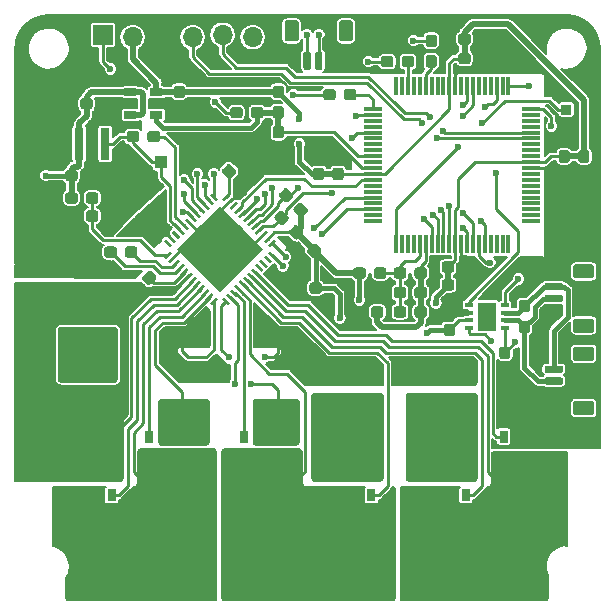
<source format=gbr>
G04 #@! TF.GenerationSoftware,KiCad,Pcbnew,(5.0.2)-1*
G04 #@! TF.CreationDate,2020-02-27T04:06:31+08:00*
G04 #@! TF.ProjectId,jointController,6a6f696e-7443-46f6-9e74-726f6c6c6572,rev?*
G04 #@! TF.SameCoordinates,Original*
G04 #@! TF.FileFunction,Copper,L1,Top*
G04 #@! TF.FilePolarity,Positive*
%FSLAX46Y46*%
G04 Gerber Fmt 4.6, Leading zero omitted, Abs format (unit mm)*
G04 Created by KiCad (PCBNEW (5.0.2)-1) date 2/27/2020 4:06:31 AM*
%MOMM*%
%LPD*%
G01*
G04 APERTURE LIST*
G04 #@! TA.AperFunction,ComponentPad*
%ADD10C,0.450000*%
G04 #@! TD*
G04 #@! TA.AperFunction,SMDPad,CuDef*
%ADD11C,0.240000*%
G04 #@! TD*
G04 #@! TA.AperFunction,Conductor*
%ADD12C,0.100000*%
G04 #@! TD*
G04 #@! TA.AperFunction,SMDPad,CuDef*
%ADD13C,5.150000*%
G04 #@! TD*
G04 #@! TA.AperFunction,SMDPad,CuDef*
%ADD14R,0.750000X1.000000*%
G04 #@! TD*
G04 #@! TA.AperFunction,SMDPad,CuDef*
%ADD15C,4.055000*%
G04 #@! TD*
G04 #@! TA.AperFunction,SMDPad,CuDef*
%ADD16C,1.425000*%
G04 #@! TD*
G04 #@! TA.AperFunction,SMDPad,CuDef*
%ADD17C,0.950000*%
G04 #@! TD*
G04 #@! TA.AperFunction,SMDPad,CuDef*
%ADD18R,1.100000X1.100000*%
G04 #@! TD*
G04 #@! TA.AperFunction,ComponentPad*
%ADD19O,1.700000X1.700000*%
G04 #@! TD*
G04 #@! TA.AperFunction,ComponentPad*
%ADD20R,1.700000X1.700000*%
G04 #@! TD*
G04 #@! TA.AperFunction,SMDPad,CuDef*
%ADD21C,1.200000*%
G04 #@! TD*
G04 #@! TA.AperFunction,SMDPad,CuDef*
%ADD22C,0.600000*%
G04 #@! TD*
G04 #@! TA.AperFunction,SMDPad,CuDef*
%ADD23C,1.525000*%
G04 #@! TD*
G04 #@! TA.AperFunction,SMDPad,CuDef*
%ADD24R,1.060000X0.650000*%
G04 #@! TD*
G04 #@! TA.AperFunction,SMDPad,CuDef*
%ADD25R,0.300000X1.500000*%
G04 #@! TD*
G04 #@! TA.AperFunction,SMDPad,CuDef*
%ADD26R,1.500000X0.300000*%
G04 #@! TD*
G04 #@! TA.AperFunction,SMDPad,CuDef*
%ADD27R,1.550000X2.400000*%
G04 #@! TD*
G04 #@! TA.AperFunction,SMDPad,CuDef*
%ADD28R,0.650000X0.350000*%
G04 #@! TD*
G04 #@! TA.AperFunction,ComponentPad*
%ADD29R,0.850000X0.850000*%
G04 #@! TD*
G04 #@! TA.AperFunction,SMDPad,CuDef*
%ADD30R,0.800000X2.700000*%
G04 #@! TD*
G04 #@! TA.AperFunction,ComponentPad*
%ADD31C,4.000500*%
G04 #@! TD*
G04 #@! TA.AperFunction,ComponentPad*
%ADD32R,3.500120X3.500120*%
G04 #@! TD*
G04 #@! TA.AperFunction,ComponentPad*
%ADD33C,3.500120*%
G04 #@! TD*
G04 #@! TA.AperFunction,ViaPad*
%ADD34C,0.600000*%
G04 #@! TD*
G04 #@! TA.AperFunction,ViaPad*
%ADD35C,0.800000*%
G04 #@! TD*
G04 #@! TA.AperFunction,Conductor*
%ADD36C,0.240000*%
G04 #@! TD*
G04 #@! TA.AperFunction,Conductor*
%ADD37C,0.500000*%
G04 #@! TD*
G04 #@! TA.AperFunction,Conductor*
%ADD38C,0.400000*%
G04 #@! TD*
G04 #@! TA.AperFunction,Conductor*
%ADD39C,0.127000*%
G04 #@! TD*
G04 APERTURE END LIST*
D10*
G04 #@! TO.P,U2,49*
G04 #@! TO.N,SNA*
X143483206Y-91575931D03*
X142730137Y-90822863D03*
X141977069Y-90069794D03*
X140470931Y-90069794D03*
X139717863Y-90822863D03*
X138964794Y-91575931D03*
X141224000Y-90822863D03*
X140470931Y-91575931D03*
X141977069Y-91575931D03*
X142730137Y-92329000D03*
X141977069Y-93082069D03*
X143483206Y-93082069D03*
X142730137Y-93835137D03*
X141977069Y-94588206D03*
X141224000Y-93835137D03*
X140470931Y-94588206D03*
X139717863Y-92329000D03*
X138964794Y-93082069D03*
X139717863Y-93835137D03*
X140470931Y-93082069D03*
D11*
G04 #@! TO.P,U2,12*
X140711348Y-96730740D03*
D12*
G04 #@! TD*
G04 #@! TO.N,SNA*
G04 #@! TO.C,U2*
G36*
X140531036Y-97080758D02*
X140361330Y-96911052D01*
X140891660Y-96380722D01*
X141061366Y-96550428D01*
X140531036Y-97080758D01*
X140531036Y-97080758D01*
G37*
D11*
G04 #@! TO.P,U2,11*
G04 #@! TO.N,SPA*
X140357794Y-96377186D03*
D12*
G04 #@! TD*
G04 #@! TO.N,SPA*
G04 #@! TO.C,U2*
G36*
X140177482Y-96727204D02*
X140007776Y-96557498D01*
X140538106Y-96027168D01*
X140707812Y-96196874D01*
X140177482Y-96727204D01*
X140177482Y-96727204D01*
G37*
D11*
G04 #@! TO.P,U2,10*
G04 #@! TO.N,GLA*
X140004241Y-96023633D03*
D12*
G04 #@! TD*
G04 #@! TO.N,GLA*
G04 #@! TO.C,U2*
G36*
X139823929Y-96373651D02*
X139654223Y-96203945D01*
X140184553Y-95673615D01*
X140354259Y-95843321D01*
X139823929Y-96373651D01*
X139823929Y-96373651D01*
G37*
D11*
G04 #@! TO.P,U2,9*
G04 #@! TO.N,A_OUT*
X139650687Y-95670080D03*
D12*
G04 #@! TD*
G04 #@! TO.N,A_OUT*
G04 #@! TO.C,U2*
G36*
X139470375Y-96020098D02*
X139300669Y-95850392D01*
X139830999Y-95320062D01*
X140000705Y-95489768D01*
X139470375Y-96020098D01*
X139470375Y-96020098D01*
G37*
D11*
G04 #@! TO.P,U2,8*
G04 #@! TO.N,GHA*
X139297134Y-95316526D03*
D12*
G04 #@! TD*
G04 #@! TO.N,GHA*
G04 #@! TO.C,U2*
G36*
X139116822Y-95666544D02*
X138947116Y-95496838D01*
X139477446Y-94966508D01*
X139647152Y-95136214D01*
X139116822Y-95666544D01*
X139116822Y-95666544D01*
G37*
D11*
G04 #@! TO.P,U2,7*
G04 #@! TO.N,V_DRAIN*
X138943581Y-94962973D03*
D12*
G04 #@! TD*
G04 #@! TO.N,V_DRAIN*
G04 #@! TO.C,U2*
G36*
X138763269Y-95312991D02*
X138593563Y-95143285D01*
X139123893Y-94612955D01*
X139293599Y-94782661D01*
X138763269Y-95312991D01*
X138763269Y-95312991D01*
G37*
D11*
G04 #@! TO.P,U2,6*
G04 #@! TO.N,V_DRAIN*
X138590027Y-94609419D03*
D12*
G04 #@! TD*
G04 #@! TO.N,V_DRAIN*
G04 #@! TO.C,U2*
G36*
X138409715Y-94959437D02*
X138240009Y-94789731D01*
X138770339Y-94259401D01*
X138940045Y-94429107D01*
X138409715Y-94959437D01*
X138409715Y-94959437D01*
G37*
D11*
G04 #@! TO.P,U2,5*
G04 #@! TO.N,Net-(C_SW1-Pad1)*
X138236474Y-94255866D03*
D12*
G04 #@! TD*
G04 #@! TO.N,Net-(C_SW1-Pad1)*
G04 #@! TO.C,U2*
G36*
X138056162Y-94605884D02*
X137886456Y-94436178D01*
X138416786Y-93905848D01*
X138586492Y-94075554D01*
X138056162Y-94605884D01*
X138056162Y-94605884D01*
G37*
D11*
G04 #@! TO.P,U2,4*
G04 #@! TO.N,Net-(C_VCP1-Pad2)*
X137882920Y-93902313D03*
D12*
G04 #@! TD*
G04 #@! TO.N,Net-(C_VCP1-Pad2)*
G04 #@! TO.C,U2*
G36*
X137702608Y-94252331D02*
X137532902Y-94082625D01*
X138063232Y-93552295D01*
X138232938Y-93722001D01*
X137702608Y-94252331D01*
X137702608Y-94252331D01*
G37*
D11*
G04 #@! TO.P,U2,3*
G04 #@! TO.N,Net-(C_VCP1-Pad1)*
X137529367Y-93548759D03*
D12*
G04 #@! TD*
G04 #@! TO.N,Net-(C_VCP1-Pad1)*
G04 #@! TO.C,U2*
G36*
X137349055Y-93898777D02*
X137179349Y-93729071D01*
X137709679Y-93198741D01*
X137879385Y-93368447D01*
X137349055Y-93898777D01*
X137349055Y-93898777D01*
G37*
D11*
G04 #@! TO.P,U2,2*
G04 #@! TO.N,SNA*
X137175814Y-93195206D03*
D12*
G04 #@! TD*
G04 #@! TO.N,SNA*
G04 #@! TO.C,U2*
G36*
X137799261Y-92402070D02*
X137808055Y-92394317D01*
X137817564Y-92387459D01*
X137827696Y-92381562D01*
X137838357Y-92376681D01*
X137849441Y-92372864D01*
X137860846Y-92370147D01*
X137872463Y-92368556D01*
X137884177Y-92368105D01*
X137895881Y-92368801D01*
X137907460Y-92370635D01*
X137918805Y-92373590D01*
X137929808Y-92377639D01*
X137940364Y-92382741D01*
X137950370Y-92388850D01*
X137959734Y-92395905D01*
X137968364Y-92403841D01*
X137976178Y-92412580D01*
X137983102Y-92422041D01*
X137989070Y-92432133D01*
X137994026Y-92442758D01*
X137997920Y-92453817D01*
X138000716Y-92465202D01*
X138002389Y-92476806D01*
X138002920Y-92488518D01*
X138002307Y-92500225D01*
X138000554Y-92511818D01*
X137997678Y-92523184D01*
X137993706Y-92534215D01*
X137988677Y-92544805D01*
X137982639Y-92554855D01*
X137975649Y-92564267D01*
X137967774Y-92572952D01*
X136995502Y-93545224D01*
X136825796Y-93375518D01*
X137798068Y-92403246D01*
X137799261Y-92402070D01*
X137799261Y-92402070D01*
G37*
D11*
G04 #@! TO.P,U2,1*
G04 #@! TO.N,Net-(R_FB1-Pad2)*
X136822260Y-92841652D03*
D12*
G04 #@! TD*
G04 #@! TO.N,Net-(R_FB1-Pad2)*
G04 #@! TO.C,U2*
G36*
X136641948Y-93191670D02*
X136472242Y-93021964D01*
X137002572Y-92491634D01*
X137172278Y-92661340D01*
X136641948Y-93191670D01*
X136641948Y-93191670D01*
G37*
D13*
G04 #@! TO.P,U2,49*
G04 #@! TO.N,SNA*
X141224000Y-92329000D03*
D12*
G04 #@! TD*
G04 #@! TO.N,SNA*
G04 #@! TO.C,U2*
G36*
X141224000Y-95970600D02*
X137582400Y-92329000D01*
X141224000Y-88687400D01*
X144865600Y-92329000D01*
X141224000Y-95970600D01*
X141224000Y-95970600D01*
G37*
D11*
G04 #@! TO.P,U2,13*
G04 #@! TO.N,SNA*
X141736652Y-96730740D03*
D12*
G04 #@! TD*
G04 #@! TO.N,SNA*
G04 #@! TO.C,U2*
G36*
X142086670Y-96911052D02*
X141916964Y-97080758D01*
X141386634Y-96550428D01*
X141556340Y-96380722D01*
X142086670Y-96911052D01*
X142086670Y-96911052D01*
G37*
D11*
G04 #@! TO.P,U2,14*
G04 #@! TO.N,SPB*
X142090206Y-96377186D03*
D12*
G04 #@! TD*
G04 #@! TO.N,SPB*
G04 #@! TO.C,U2*
G36*
X142440224Y-96557498D02*
X142270518Y-96727204D01*
X141740188Y-96196874D01*
X141909894Y-96027168D01*
X142440224Y-96557498D01*
X142440224Y-96557498D01*
G37*
D11*
G04 #@! TO.P,U2,15*
G04 #@! TO.N,GLB*
X142443759Y-96023633D03*
D12*
G04 #@! TD*
G04 #@! TO.N,GLB*
G04 #@! TO.C,U2*
G36*
X142793777Y-96203945D02*
X142624071Y-96373651D01*
X142093741Y-95843321D01*
X142263447Y-95673615D01*
X142793777Y-96203945D01*
X142793777Y-96203945D01*
G37*
D11*
G04 #@! TO.P,U2,16*
G04 #@! TO.N,B_OUT*
X142797313Y-95670080D03*
D12*
G04 #@! TD*
G04 #@! TO.N,B_OUT*
G04 #@! TO.C,U2*
G36*
X143147331Y-95850392D02*
X142977625Y-96020098D01*
X142447295Y-95489768D01*
X142617001Y-95320062D01*
X143147331Y-95850392D01*
X143147331Y-95850392D01*
G37*
D11*
G04 #@! TO.P,U2,17*
G04 #@! TO.N,GHB*
X143150866Y-95316526D03*
D12*
G04 #@! TD*
G04 #@! TO.N,GHB*
G04 #@! TO.C,U2*
G36*
X143500884Y-95496838D02*
X143331178Y-95666544D01*
X142800848Y-95136214D01*
X142970554Y-94966508D01*
X143500884Y-95496838D01*
X143500884Y-95496838D01*
G37*
D11*
G04 #@! TO.P,U2,18*
G04 #@! TO.N,GHC*
X143504419Y-94962973D03*
D12*
G04 #@! TD*
G04 #@! TO.N,GHC*
G04 #@! TO.C,U2*
G36*
X143854437Y-95143285D02*
X143684731Y-95312991D01*
X143154401Y-94782661D01*
X143324107Y-94612955D01*
X143854437Y-95143285D01*
X143854437Y-95143285D01*
G37*
D11*
G04 #@! TO.P,U2,19*
G04 #@! TO.N,C_OUT*
X143857973Y-94609419D03*
D12*
G04 #@! TD*
G04 #@! TO.N,C_OUT*
G04 #@! TO.C,U2*
G36*
X144207991Y-94789731D02*
X144038285Y-94959437D01*
X143507955Y-94429107D01*
X143677661Y-94259401D01*
X144207991Y-94789731D01*
X144207991Y-94789731D01*
G37*
D11*
G04 #@! TO.P,U2,20*
G04 #@! TO.N,GLC*
X144211526Y-94255866D03*
D12*
G04 #@! TD*
G04 #@! TO.N,GLC*
G04 #@! TO.C,U2*
G36*
X144561544Y-94436178D02*
X144391838Y-94605884D01*
X143861508Y-94075554D01*
X144031214Y-93905848D01*
X144561544Y-94436178D01*
X144561544Y-94436178D01*
G37*
D11*
G04 #@! TO.P,U2,21*
G04 #@! TO.N,Net-(U2-Pad21)*
X144565080Y-93902313D03*
D12*
G04 #@! TD*
G04 #@! TO.N,Net-(U2-Pad21)*
G04 #@! TO.C,U2*
G36*
X144915098Y-94082625D02*
X144745392Y-94252331D01*
X144215062Y-93722001D01*
X144384768Y-93552295D01*
X144915098Y-94082625D01*
X144915098Y-94082625D01*
G37*
D11*
G04 #@! TO.P,U2,22*
G04 #@! TO.N,Net-(U2-Pad22)*
X144918633Y-93548759D03*
D12*
G04 #@! TD*
G04 #@! TO.N,Net-(U2-Pad22)*
G04 #@! TO.C,U2*
G36*
X145268651Y-93729071D02*
X145098945Y-93898777D01*
X144568615Y-93368447D01*
X144738321Y-93198741D01*
X145268651Y-93729071D01*
X145268651Y-93729071D01*
G37*
D11*
G04 #@! TO.P,U2,23*
G04 #@! TO.N,Net-(U2-Pad23)*
X145272186Y-93195206D03*
D12*
G04 #@! TD*
G04 #@! TO.N,Net-(U2-Pad23)*
G04 #@! TO.C,U2*
G36*
X145622204Y-93375518D02*
X145452498Y-93545224D01*
X144922168Y-93014894D01*
X145091874Y-92845188D01*
X145622204Y-93375518D01*
X145622204Y-93375518D01*
G37*
D11*
G04 #@! TO.P,U2,24*
G04 #@! TO.N,SOB*
X145625740Y-92841652D03*
D12*
G04 #@! TD*
G04 #@! TO.N,SOB*
G04 #@! TO.C,U2*
G36*
X145975758Y-93021964D02*
X145806052Y-93191670D01*
X145275722Y-92661340D01*
X145445428Y-92491634D01*
X145975758Y-93021964D01*
X145975758Y-93021964D01*
G37*
D11*
G04 #@! TO.P,U2,25*
G04 #@! TO.N,SOA*
X145625740Y-91816348D03*
D12*
G04 #@! TD*
G04 #@! TO.N,SOA*
G04 #@! TO.C,U2*
G36*
X145445428Y-92166366D02*
X145275722Y-91996660D01*
X145806052Y-91466330D01*
X145975758Y-91636036D01*
X145445428Y-92166366D01*
X145445428Y-92166366D01*
G37*
D11*
G04 #@! TO.P,U2,26*
G04 #@! TO.N,+3V3*
X145272186Y-91462794D03*
D12*
G04 #@! TD*
G04 #@! TO.N,+3V3*
G04 #@! TO.C,U2*
G36*
X145091874Y-91812812D02*
X144922168Y-91643106D01*
X145452498Y-91112776D01*
X145622204Y-91282482D01*
X145091874Y-91812812D01*
X145091874Y-91812812D01*
G37*
D11*
G04 #@! TO.P,U2,27*
G04 #@! TO.N,SNA*
X144918633Y-91109241D03*
D12*
G04 #@! TD*
G04 #@! TO.N,SNA*
G04 #@! TO.C,U2*
G36*
X145268651Y-90928929D02*
X144296379Y-91901201D01*
X144295186Y-91902377D01*
X144286392Y-91910130D01*
X144276883Y-91916988D01*
X144266751Y-91922885D01*
X144256090Y-91927766D01*
X144245006Y-91931583D01*
X144233601Y-91934300D01*
X144221984Y-91935891D01*
X144210270Y-91936342D01*
X144198566Y-91935646D01*
X144186987Y-91933812D01*
X144175642Y-91930857D01*
X144164639Y-91926808D01*
X144154083Y-91921706D01*
X144144077Y-91915597D01*
X144134713Y-91908542D01*
X144126083Y-91900606D01*
X144118269Y-91891867D01*
X144111345Y-91882406D01*
X144105377Y-91872314D01*
X144100421Y-91861689D01*
X144096527Y-91850630D01*
X144093731Y-91839245D01*
X144092058Y-91827641D01*
X144091527Y-91815929D01*
X144092140Y-91804222D01*
X144093893Y-91792629D01*
X144096769Y-91781263D01*
X144100741Y-91770232D01*
X144105770Y-91759642D01*
X144111808Y-91749592D01*
X144118798Y-91740180D01*
X144126673Y-91731495D01*
X145098945Y-90759223D01*
X145268651Y-90928929D01*
X145268651Y-90928929D01*
G37*
D11*
G04 #@! TO.P,U2,28*
G04 #@! TO.N,nFAULT*
X144565080Y-90755687D03*
D12*
G04 #@! TD*
G04 #@! TO.N,nFAULT*
G04 #@! TO.C,U2*
G36*
X144384768Y-91105705D02*
X144215062Y-90935999D01*
X144745392Y-90405669D01*
X144915098Y-90575375D01*
X144384768Y-91105705D01*
X144384768Y-91105705D01*
G37*
D11*
G04 #@! TO.P,U2,29*
G04 #@! TO.N,DRV_MISO*
X144211526Y-90402134D03*
D12*
G04 #@! TD*
G04 #@! TO.N,DRV_MISO*
G04 #@! TO.C,U2*
G36*
X144031214Y-90752152D02*
X143861508Y-90582446D01*
X144391838Y-90052116D01*
X144561544Y-90221822D01*
X144031214Y-90752152D01*
X144031214Y-90752152D01*
G37*
D11*
G04 #@! TO.P,U2,30*
G04 #@! TO.N,DRV_MOSI*
X143857973Y-90048581D03*
D12*
G04 #@! TD*
G04 #@! TO.N,DRV_MOSI*
G04 #@! TO.C,U2*
G36*
X143677661Y-90398599D02*
X143507955Y-90228893D01*
X144038285Y-89698563D01*
X144207991Y-89868269D01*
X143677661Y-90398599D01*
X143677661Y-90398599D01*
G37*
D11*
G04 #@! TO.P,U2,31*
G04 #@! TO.N,DRV_SCLK*
X143504419Y-89695027D03*
D12*
G04 #@! TD*
G04 #@! TO.N,DRV_SCLK*
G04 #@! TO.C,U2*
G36*
X143324107Y-90045045D02*
X143154401Y-89875339D01*
X143684731Y-89345009D01*
X143854437Y-89514715D01*
X143324107Y-90045045D01*
X143324107Y-90045045D01*
G37*
D11*
G04 #@! TO.P,U2,32*
G04 #@! TO.N,DRV_nSCS*
X143150866Y-89341474D03*
D12*
G04 #@! TD*
G04 #@! TO.N,DRV_nSCS*
G04 #@! TO.C,U2*
G36*
X142970554Y-89691492D02*
X142800848Y-89521786D01*
X143331178Y-88991456D01*
X143500884Y-89161162D01*
X142970554Y-89691492D01*
X142970554Y-89691492D01*
G37*
D11*
G04 #@! TO.P,U2,33*
G04 #@! TO.N,DRV_ENABLE*
X142797313Y-88987920D03*
D12*
G04 #@! TD*
G04 #@! TO.N,DRV_ENABLE*
G04 #@! TO.C,U2*
G36*
X142617001Y-89337938D02*
X142447295Y-89168232D01*
X142977625Y-88637902D01*
X143147331Y-88807608D01*
X142617001Y-89337938D01*
X142617001Y-89337938D01*
G37*
D11*
G04 #@! TO.P,U2,34*
G04 #@! TO.N,Net-(U2-Pad34)*
X142443759Y-88634367D03*
D12*
G04 #@! TD*
G04 #@! TO.N,Net-(U2-Pad34)*
G04 #@! TO.C,U2*
G36*
X142263447Y-88984385D02*
X142093741Y-88814679D01*
X142624071Y-88284349D01*
X142793777Y-88454055D01*
X142263447Y-88984385D01*
X142263447Y-88984385D01*
G37*
D11*
G04 #@! TO.P,U2,35*
G04 #@! TO.N,SNA*
X142090206Y-88280814D03*
D12*
G04 #@! TD*
G04 #@! TO.N,SNA*
G04 #@! TO.C,U2*
G36*
X142440224Y-88100502D02*
X141467952Y-89072774D01*
X141466759Y-89073950D01*
X141457965Y-89081703D01*
X141448456Y-89088561D01*
X141438324Y-89094458D01*
X141427663Y-89099339D01*
X141416579Y-89103156D01*
X141405174Y-89105873D01*
X141393557Y-89107464D01*
X141381843Y-89107915D01*
X141370139Y-89107219D01*
X141358560Y-89105385D01*
X141347215Y-89102430D01*
X141336212Y-89098381D01*
X141325656Y-89093279D01*
X141315650Y-89087170D01*
X141306286Y-89080115D01*
X141297656Y-89072179D01*
X141289842Y-89063440D01*
X141282918Y-89053979D01*
X141276950Y-89043887D01*
X141271994Y-89033262D01*
X141268100Y-89022203D01*
X141265304Y-89010818D01*
X141263631Y-88999214D01*
X141263100Y-88987502D01*
X141263713Y-88975795D01*
X141265466Y-88964202D01*
X141268342Y-88952836D01*
X141272314Y-88941805D01*
X141277343Y-88931215D01*
X141283381Y-88921165D01*
X141290371Y-88911753D01*
X141298246Y-88903068D01*
X142270518Y-87930796D01*
X142440224Y-88100502D01*
X142440224Y-88100502D01*
G37*
D11*
G04 #@! TO.P,U2,36*
G04 #@! TO.N,Net-(C_VDD1-Pad2)*
X141736652Y-87927260D03*
D12*
G04 #@! TD*
G04 #@! TO.N,Net-(C_VDD1-Pad2)*
G04 #@! TO.C,U2*
G36*
X141556340Y-88277278D02*
X141386634Y-88107572D01*
X141916964Y-87577242D01*
X142086670Y-87746948D01*
X141556340Y-88277278D01*
X141556340Y-88277278D01*
G37*
D11*
G04 #@! TO.P,U2,37*
G04 #@! TO.N,PWM1H*
X140711348Y-87927260D03*
D12*
G04 #@! TD*
G04 #@! TO.N,PWM1H*
G04 #@! TO.C,U2*
G36*
X140361330Y-87746948D02*
X140531036Y-87577242D01*
X141061366Y-88107572D01*
X140891660Y-88277278D01*
X140361330Y-87746948D01*
X140361330Y-87746948D01*
G37*
D11*
G04 #@! TO.P,U2,38*
G04 #@! TO.N,PWM_EN*
X140357794Y-88280814D03*
D12*
G04 #@! TD*
G04 #@! TO.N,PWM_EN*
G04 #@! TO.C,U2*
G36*
X140007776Y-88100502D02*
X140177482Y-87930796D01*
X140707812Y-88461126D01*
X140538106Y-88630832D01*
X140007776Y-88100502D01*
X140007776Y-88100502D01*
G37*
D11*
G04 #@! TO.P,U2,39*
G04 #@! TO.N,PWM2H*
X140004241Y-88634367D03*
D12*
G04 #@! TD*
G04 #@! TO.N,PWM2H*
G04 #@! TO.C,U2*
G36*
X139654223Y-88454055D02*
X139823929Y-88284349D01*
X140354259Y-88814679D01*
X140184553Y-88984385D01*
X139654223Y-88454055D01*
X139654223Y-88454055D01*
G37*
D11*
G04 #@! TO.P,U2,40*
G04 #@! TO.N,PWM_EN*
X139650687Y-88987920D03*
D12*
G04 #@! TD*
G04 #@! TO.N,PWM_EN*
G04 #@! TO.C,U2*
G36*
X139300669Y-88807608D02*
X139470375Y-88637902D01*
X140000705Y-89168232D01*
X139830999Y-89337938D01*
X139300669Y-88807608D01*
X139300669Y-88807608D01*
G37*
D11*
G04 #@! TO.P,U2,41*
G04 #@! TO.N,PWM3H*
X139297134Y-89341474D03*
D12*
G04 #@! TD*
G04 #@! TO.N,PWM3H*
G04 #@! TO.C,U2*
G36*
X138947116Y-89161162D02*
X139116822Y-88991456D01*
X139647152Y-89521786D01*
X139477446Y-89691492D01*
X138947116Y-89161162D01*
X138947116Y-89161162D01*
G37*
D11*
G04 #@! TO.P,U2,42*
G04 #@! TO.N,PWM_EN*
X138943581Y-89695027D03*
D12*
G04 #@! TD*
G04 #@! TO.N,PWM_EN*
G04 #@! TO.C,U2*
G36*
X138593563Y-89514715D02*
X138763269Y-89345009D01*
X139293599Y-89875339D01*
X139123893Y-90045045D01*
X138593563Y-89514715D01*
X138593563Y-89514715D01*
G37*
D11*
G04 #@! TO.P,U2,43*
G04 #@! TO.N,SNA*
X138590027Y-90048581D03*
D12*
G04 #@! TD*
G04 #@! TO.N,SNA*
G04 #@! TO.C,U2*
G36*
X139383163Y-90672028D02*
X139390916Y-90680822D01*
X139397774Y-90690331D01*
X139403671Y-90700463D01*
X139408552Y-90711124D01*
X139412369Y-90722208D01*
X139415086Y-90733613D01*
X139416677Y-90745230D01*
X139417128Y-90756944D01*
X139416432Y-90768648D01*
X139414598Y-90780227D01*
X139411643Y-90791572D01*
X139407594Y-90802575D01*
X139402492Y-90813131D01*
X139396383Y-90823137D01*
X139389328Y-90832501D01*
X139381392Y-90841131D01*
X139372653Y-90848945D01*
X139363192Y-90855869D01*
X139353100Y-90861837D01*
X139342475Y-90866793D01*
X139331416Y-90870687D01*
X139320031Y-90873483D01*
X139308427Y-90875156D01*
X139296715Y-90875687D01*
X139285008Y-90875074D01*
X139273415Y-90873321D01*
X139262049Y-90870445D01*
X139251018Y-90866473D01*
X139240428Y-90861444D01*
X139230378Y-90855406D01*
X139220966Y-90848416D01*
X139212281Y-90840541D01*
X138240009Y-89868269D01*
X138409715Y-89698563D01*
X139381987Y-90670835D01*
X139383163Y-90672028D01*
X139383163Y-90672028D01*
G37*
D11*
G04 #@! TO.P,U2,44*
G04 #@! TO.N,Net-(C10-Pad1)*
X138236474Y-90402134D03*
D12*
G04 #@! TD*
G04 #@! TO.N,Net-(C10-Pad1)*
G04 #@! TO.C,U2*
G36*
X137886456Y-90221822D02*
X138056162Y-90052116D01*
X138586492Y-90582446D01*
X138416786Y-90752152D01*
X137886456Y-90221822D01*
X137886456Y-90221822D01*
G37*
D11*
G04 #@! TO.P,U2,45*
G04 #@! TO.N,Net-(C10-Pad2)*
X137882920Y-90755687D03*
D12*
G04 #@! TD*
G04 #@! TO.N,Net-(C10-Pad2)*
G04 #@! TO.C,U2*
G36*
X137532902Y-90575375D02*
X137702608Y-90405669D01*
X138232938Y-90935999D01*
X138063232Y-91105705D01*
X137532902Y-90575375D01*
X137532902Y-90575375D01*
G37*
D11*
G04 #@! TO.P,U2,46*
G04 #@! TO.N,Net-(U2-Pad46)*
X137529367Y-91109241D03*
D12*
G04 #@! TD*
G04 #@! TO.N,Net-(U2-Pad46)*
G04 #@! TO.C,U2*
G36*
X137179349Y-90928929D02*
X137349055Y-90759223D01*
X137879385Y-91289553D01*
X137709679Y-91459259D01*
X137179349Y-90928929D01*
X137179349Y-90928929D01*
G37*
D11*
G04 #@! TO.P,U2,47*
G04 #@! TO.N,V_DRAIN*
X137175814Y-91462794D03*
D12*
G04 #@! TD*
G04 #@! TO.N,V_DRAIN*
G04 #@! TO.C,U2*
G36*
X136825796Y-91282482D02*
X136995502Y-91112776D01*
X137525832Y-91643106D01*
X137356126Y-91812812D01*
X136825796Y-91282482D01*
X136825796Y-91282482D01*
G37*
D11*
G04 #@! TO.P,U2,48*
G04 #@! TO.N,Net-(U2-Pad48)*
X136822260Y-91816348D03*
D12*
G04 #@! TD*
G04 #@! TO.N,Net-(U2-Pad48)*
G04 #@! TO.C,U2*
G36*
X136472242Y-91636036D02*
X136641948Y-91466330D01*
X137172278Y-91996660D01*
X137002572Y-92166366D01*
X136472242Y-91636036D01*
X136472242Y-91636036D01*
G37*
D10*
G04 #@! TO.P,U2,49*
G04 #@! TO.N,SNA*
X141224000Y-92329000D03*
G04 #@! TD*
D14*
G04 #@! TO.P,Q2,3*
G04 #@! TO.N,SPA*
X139053893Y-108202864D03*
X137783893Y-108202864D03*
X136513893Y-108202864D03*
G04 #@! TO.P,Q2,2*
G04 #@! TO.N,GLA*
X135243893Y-108202864D03*
D15*
G04 #@! TO.P,Q2,1*
G04 #@! TO.N,A_OUT*
X137148893Y-111695364D03*
D12*
G04 #@! TD*
G04 #@! TO.N,A_OUT*
G04 #@! TO.C,Q2*
G36*
X139428893Y-110092864D02*
X139923893Y-110092864D01*
X139923893Y-110997864D01*
X139428893Y-110997864D01*
X139428893Y-114197864D01*
X138678893Y-114197864D01*
X138678893Y-113722864D01*
X135618893Y-113722864D01*
X135618893Y-114197864D01*
X134868893Y-114197864D01*
X134868893Y-110997864D01*
X134373893Y-110997864D01*
X134373893Y-110092864D01*
X134868893Y-110092864D01*
X134868893Y-109667864D01*
X139428893Y-109667864D01*
X139428893Y-110092864D01*
X139428893Y-110092864D01*
G37*
G04 #@! TO.N,SNA*
G04 #@! TO.C,C1*
G36*
X129228504Y-99583204D02*
X129252773Y-99586804D01*
X129276571Y-99592765D01*
X129299671Y-99601030D01*
X129321849Y-99611520D01*
X129342893Y-99624133D01*
X129362598Y-99638747D01*
X129380777Y-99655223D01*
X129397253Y-99673402D01*
X129411867Y-99693107D01*
X129424480Y-99714151D01*
X129434970Y-99736329D01*
X129443235Y-99759429D01*
X129449196Y-99783227D01*
X129452796Y-99807496D01*
X129454000Y-99832000D01*
X129454000Y-101082000D01*
X129452796Y-101106504D01*
X129449196Y-101130773D01*
X129443235Y-101154571D01*
X129434970Y-101177671D01*
X129424480Y-101199849D01*
X129411867Y-101220893D01*
X129397253Y-101240598D01*
X129380777Y-101258777D01*
X129362598Y-101275253D01*
X129342893Y-101289867D01*
X129321849Y-101302480D01*
X129299671Y-101312970D01*
X129276571Y-101321235D01*
X129252773Y-101327196D01*
X129228504Y-101330796D01*
X129204000Y-101332000D01*
X128279000Y-101332000D01*
X128254496Y-101330796D01*
X128230227Y-101327196D01*
X128206429Y-101321235D01*
X128183329Y-101312970D01*
X128161151Y-101302480D01*
X128140107Y-101289867D01*
X128120402Y-101275253D01*
X128102223Y-101258777D01*
X128085747Y-101240598D01*
X128071133Y-101220893D01*
X128058520Y-101199849D01*
X128048030Y-101177671D01*
X128039765Y-101154571D01*
X128033804Y-101130773D01*
X128030204Y-101106504D01*
X128029000Y-101082000D01*
X128029000Y-99832000D01*
X128030204Y-99807496D01*
X128033804Y-99783227D01*
X128039765Y-99759429D01*
X128048030Y-99736329D01*
X128058520Y-99714151D01*
X128071133Y-99693107D01*
X128085747Y-99673402D01*
X128102223Y-99655223D01*
X128120402Y-99638747D01*
X128140107Y-99624133D01*
X128161151Y-99611520D01*
X128183329Y-99601030D01*
X128206429Y-99592765D01*
X128230227Y-99586804D01*
X128254496Y-99583204D01*
X128279000Y-99582000D01*
X129204000Y-99582000D01*
X129228504Y-99583204D01*
X129228504Y-99583204D01*
G37*
D16*
G04 #@! TD*
G04 #@! TO.P,C1,2*
G04 #@! TO.N,SNA*
X128741500Y-100457000D03*
D12*
G04 #@! TO.N,V_DRAIN*
G04 #@! TO.C,C1*
G36*
X126253504Y-99583204D02*
X126277773Y-99586804D01*
X126301571Y-99592765D01*
X126324671Y-99601030D01*
X126346849Y-99611520D01*
X126367893Y-99624133D01*
X126387598Y-99638747D01*
X126405777Y-99655223D01*
X126422253Y-99673402D01*
X126436867Y-99693107D01*
X126449480Y-99714151D01*
X126459970Y-99736329D01*
X126468235Y-99759429D01*
X126474196Y-99783227D01*
X126477796Y-99807496D01*
X126479000Y-99832000D01*
X126479000Y-101082000D01*
X126477796Y-101106504D01*
X126474196Y-101130773D01*
X126468235Y-101154571D01*
X126459970Y-101177671D01*
X126449480Y-101199849D01*
X126436867Y-101220893D01*
X126422253Y-101240598D01*
X126405777Y-101258777D01*
X126387598Y-101275253D01*
X126367893Y-101289867D01*
X126346849Y-101302480D01*
X126324671Y-101312970D01*
X126301571Y-101321235D01*
X126277773Y-101327196D01*
X126253504Y-101330796D01*
X126229000Y-101332000D01*
X125304000Y-101332000D01*
X125279496Y-101330796D01*
X125255227Y-101327196D01*
X125231429Y-101321235D01*
X125208329Y-101312970D01*
X125186151Y-101302480D01*
X125165107Y-101289867D01*
X125145402Y-101275253D01*
X125127223Y-101258777D01*
X125110747Y-101240598D01*
X125096133Y-101220893D01*
X125083520Y-101199849D01*
X125073030Y-101177671D01*
X125064765Y-101154571D01*
X125058804Y-101130773D01*
X125055204Y-101106504D01*
X125054000Y-101082000D01*
X125054000Y-99832000D01*
X125055204Y-99807496D01*
X125058804Y-99783227D01*
X125064765Y-99759429D01*
X125073030Y-99736329D01*
X125083520Y-99714151D01*
X125096133Y-99693107D01*
X125110747Y-99673402D01*
X125127223Y-99655223D01*
X125145402Y-99638747D01*
X125165107Y-99624133D01*
X125186151Y-99611520D01*
X125208329Y-99601030D01*
X125231429Y-99592765D01*
X125255227Y-99586804D01*
X125279496Y-99583204D01*
X125304000Y-99582000D01*
X126229000Y-99582000D01*
X126253504Y-99583204D01*
X126253504Y-99583204D01*
G37*
D16*
G04 #@! TD*
G04 #@! TO.P,C1,1*
G04 #@! TO.N,V_DRAIN*
X125766500Y-100457000D03*
D12*
G04 #@! TO.N,SNA*
G04 #@! TO.C,C2*
G36*
X129300504Y-101941204D02*
X129324773Y-101944804D01*
X129348571Y-101950765D01*
X129371671Y-101959030D01*
X129393849Y-101969520D01*
X129414893Y-101982133D01*
X129434598Y-101996747D01*
X129452777Y-102013223D01*
X129469253Y-102031402D01*
X129483867Y-102051107D01*
X129496480Y-102072151D01*
X129506970Y-102094329D01*
X129515235Y-102117429D01*
X129521196Y-102141227D01*
X129524796Y-102165496D01*
X129526000Y-102190000D01*
X129526000Y-103115000D01*
X129524796Y-103139504D01*
X129521196Y-103163773D01*
X129515235Y-103187571D01*
X129506970Y-103210671D01*
X129496480Y-103232849D01*
X129483867Y-103253893D01*
X129469253Y-103273598D01*
X129452777Y-103291777D01*
X129434598Y-103308253D01*
X129414893Y-103322867D01*
X129393849Y-103335480D01*
X129371671Y-103345970D01*
X129348571Y-103354235D01*
X129324773Y-103360196D01*
X129300504Y-103363796D01*
X129276000Y-103365000D01*
X128026000Y-103365000D01*
X128001496Y-103363796D01*
X127977227Y-103360196D01*
X127953429Y-103354235D01*
X127930329Y-103345970D01*
X127908151Y-103335480D01*
X127887107Y-103322867D01*
X127867402Y-103308253D01*
X127849223Y-103291777D01*
X127832747Y-103273598D01*
X127818133Y-103253893D01*
X127805520Y-103232849D01*
X127795030Y-103210671D01*
X127786765Y-103187571D01*
X127780804Y-103163773D01*
X127777204Y-103139504D01*
X127776000Y-103115000D01*
X127776000Y-102190000D01*
X127777204Y-102165496D01*
X127780804Y-102141227D01*
X127786765Y-102117429D01*
X127795030Y-102094329D01*
X127805520Y-102072151D01*
X127818133Y-102051107D01*
X127832747Y-102031402D01*
X127849223Y-102013223D01*
X127867402Y-101996747D01*
X127887107Y-101982133D01*
X127908151Y-101969520D01*
X127930329Y-101959030D01*
X127953429Y-101950765D01*
X127977227Y-101944804D01*
X128001496Y-101941204D01*
X128026000Y-101940000D01*
X129276000Y-101940000D01*
X129300504Y-101941204D01*
X129300504Y-101941204D01*
G37*
D16*
G04 #@! TD*
G04 #@! TO.P,C2,2*
G04 #@! TO.N,SNA*
X128651000Y-102652500D03*
D12*
G04 #@! TO.N,V_DRAIN*
G04 #@! TO.C,C2*
G36*
X129300504Y-104916204D02*
X129324773Y-104919804D01*
X129348571Y-104925765D01*
X129371671Y-104934030D01*
X129393849Y-104944520D01*
X129414893Y-104957133D01*
X129434598Y-104971747D01*
X129452777Y-104988223D01*
X129469253Y-105006402D01*
X129483867Y-105026107D01*
X129496480Y-105047151D01*
X129506970Y-105069329D01*
X129515235Y-105092429D01*
X129521196Y-105116227D01*
X129524796Y-105140496D01*
X129526000Y-105165000D01*
X129526000Y-106090000D01*
X129524796Y-106114504D01*
X129521196Y-106138773D01*
X129515235Y-106162571D01*
X129506970Y-106185671D01*
X129496480Y-106207849D01*
X129483867Y-106228893D01*
X129469253Y-106248598D01*
X129452777Y-106266777D01*
X129434598Y-106283253D01*
X129414893Y-106297867D01*
X129393849Y-106310480D01*
X129371671Y-106320970D01*
X129348571Y-106329235D01*
X129324773Y-106335196D01*
X129300504Y-106338796D01*
X129276000Y-106340000D01*
X128026000Y-106340000D01*
X128001496Y-106338796D01*
X127977227Y-106335196D01*
X127953429Y-106329235D01*
X127930329Y-106320970D01*
X127908151Y-106310480D01*
X127887107Y-106297867D01*
X127867402Y-106283253D01*
X127849223Y-106266777D01*
X127832747Y-106248598D01*
X127818133Y-106228893D01*
X127805520Y-106207849D01*
X127795030Y-106185671D01*
X127786765Y-106162571D01*
X127780804Y-106138773D01*
X127777204Y-106114504D01*
X127776000Y-106090000D01*
X127776000Y-105165000D01*
X127777204Y-105140496D01*
X127780804Y-105116227D01*
X127786765Y-105092429D01*
X127795030Y-105069329D01*
X127805520Y-105047151D01*
X127818133Y-105026107D01*
X127832747Y-105006402D01*
X127849223Y-104988223D01*
X127867402Y-104971747D01*
X127887107Y-104957133D01*
X127908151Y-104944520D01*
X127930329Y-104934030D01*
X127953429Y-104925765D01*
X127977227Y-104919804D01*
X128001496Y-104916204D01*
X128026000Y-104915000D01*
X129276000Y-104915000D01*
X129300504Y-104916204D01*
X129300504Y-104916204D01*
G37*
D16*
G04 #@! TD*
G04 #@! TO.P,C2,1*
G04 #@! TO.N,V_DRAIN*
X128651000Y-105627500D03*
D12*
G04 #@! TO.N,SNA*
G04 #@! TO.C,C3*
G36*
X154192504Y-101814204D02*
X154216773Y-101817804D01*
X154240571Y-101823765D01*
X154263671Y-101832030D01*
X154285849Y-101842520D01*
X154306893Y-101855133D01*
X154326598Y-101869747D01*
X154344777Y-101886223D01*
X154361253Y-101904402D01*
X154375867Y-101924107D01*
X154388480Y-101945151D01*
X154398970Y-101967329D01*
X154407235Y-101990429D01*
X154413196Y-102014227D01*
X154416796Y-102038496D01*
X154418000Y-102063000D01*
X154418000Y-102988000D01*
X154416796Y-103012504D01*
X154413196Y-103036773D01*
X154407235Y-103060571D01*
X154398970Y-103083671D01*
X154388480Y-103105849D01*
X154375867Y-103126893D01*
X154361253Y-103146598D01*
X154344777Y-103164777D01*
X154326598Y-103181253D01*
X154306893Y-103195867D01*
X154285849Y-103208480D01*
X154263671Y-103218970D01*
X154240571Y-103227235D01*
X154216773Y-103233196D01*
X154192504Y-103236796D01*
X154168000Y-103238000D01*
X152918000Y-103238000D01*
X152893496Y-103236796D01*
X152869227Y-103233196D01*
X152845429Y-103227235D01*
X152822329Y-103218970D01*
X152800151Y-103208480D01*
X152779107Y-103195867D01*
X152759402Y-103181253D01*
X152741223Y-103164777D01*
X152724747Y-103146598D01*
X152710133Y-103126893D01*
X152697520Y-103105849D01*
X152687030Y-103083671D01*
X152678765Y-103060571D01*
X152672804Y-103036773D01*
X152669204Y-103012504D01*
X152668000Y-102988000D01*
X152668000Y-102063000D01*
X152669204Y-102038496D01*
X152672804Y-102014227D01*
X152678765Y-101990429D01*
X152687030Y-101967329D01*
X152697520Y-101945151D01*
X152710133Y-101924107D01*
X152724747Y-101904402D01*
X152741223Y-101886223D01*
X152759402Y-101869747D01*
X152779107Y-101855133D01*
X152800151Y-101842520D01*
X152822329Y-101832030D01*
X152845429Y-101823765D01*
X152869227Y-101817804D01*
X152893496Y-101814204D01*
X152918000Y-101813000D01*
X154168000Y-101813000D01*
X154192504Y-101814204D01*
X154192504Y-101814204D01*
G37*
D16*
G04 #@! TD*
G04 #@! TO.P,C3,2*
G04 #@! TO.N,SNA*
X153543000Y-102525500D03*
D12*
G04 #@! TO.N,V_DRAIN*
G04 #@! TO.C,C3*
G36*
X154192504Y-104789204D02*
X154216773Y-104792804D01*
X154240571Y-104798765D01*
X154263671Y-104807030D01*
X154285849Y-104817520D01*
X154306893Y-104830133D01*
X154326598Y-104844747D01*
X154344777Y-104861223D01*
X154361253Y-104879402D01*
X154375867Y-104899107D01*
X154388480Y-104920151D01*
X154398970Y-104942329D01*
X154407235Y-104965429D01*
X154413196Y-104989227D01*
X154416796Y-105013496D01*
X154418000Y-105038000D01*
X154418000Y-105963000D01*
X154416796Y-105987504D01*
X154413196Y-106011773D01*
X154407235Y-106035571D01*
X154398970Y-106058671D01*
X154388480Y-106080849D01*
X154375867Y-106101893D01*
X154361253Y-106121598D01*
X154344777Y-106139777D01*
X154326598Y-106156253D01*
X154306893Y-106170867D01*
X154285849Y-106183480D01*
X154263671Y-106193970D01*
X154240571Y-106202235D01*
X154216773Y-106208196D01*
X154192504Y-106211796D01*
X154168000Y-106213000D01*
X152918000Y-106213000D01*
X152893496Y-106211796D01*
X152869227Y-106208196D01*
X152845429Y-106202235D01*
X152822329Y-106193970D01*
X152800151Y-106183480D01*
X152779107Y-106170867D01*
X152759402Y-106156253D01*
X152741223Y-106139777D01*
X152724747Y-106121598D01*
X152710133Y-106101893D01*
X152697520Y-106080849D01*
X152687030Y-106058671D01*
X152678765Y-106035571D01*
X152672804Y-106011773D01*
X152669204Y-105987504D01*
X152668000Y-105963000D01*
X152668000Y-105038000D01*
X152669204Y-105013496D01*
X152672804Y-104989227D01*
X152678765Y-104965429D01*
X152687030Y-104942329D01*
X152697520Y-104920151D01*
X152710133Y-104899107D01*
X152724747Y-104879402D01*
X152741223Y-104861223D01*
X152759402Y-104844747D01*
X152779107Y-104830133D01*
X152800151Y-104817520D01*
X152822329Y-104807030D01*
X152845429Y-104798765D01*
X152869227Y-104792804D01*
X152893496Y-104789204D01*
X152918000Y-104788000D01*
X154168000Y-104788000D01*
X154192504Y-104789204D01*
X154192504Y-104789204D01*
G37*
D16*
G04 #@! TD*
G04 #@! TO.P,C3,1*
G04 #@! TO.N,V_DRAIN*
X153543000Y-105500500D03*
D12*
G04 #@! TO.N,SNA*
G04 #@! TO.C,C4*
G36*
X162193504Y-101814204D02*
X162217773Y-101817804D01*
X162241571Y-101823765D01*
X162264671Y-101832030D01*
X162286849Y-101842520D01*
X162307893Y-101855133D01*
X162327598Y-101869747D01*
X162345777Y-101886223D01*
X162362253Y-101904402D01*
X162376867Y-101924107D01*
X162389480Y-101945151D01*
X162399970Y-101967329D01*
X162408235Y-101990429D01*
X162414196Y-102014227D01*
X162417796Y-102038496D01*
X162419000Y-102063000D01*
X162419000Y-102988000D01*
X162417796Y-103012504D01*
X162414196Y-103036773D01*
X162408235Y-103060571D01*
X162399970Y-103083671D01*
X162389480Y-103105849D01*
X162376867Y-103126893D01*
X162362253Y-103146598D01*
X162345777Y-103164777D01*
X162327598Y-103181253D01*
X162307893Y-103195867D01*
X162286849Y-103208480D01*
X162264671Y-103218970D01*
X162241571Y-103227235D01*
X162217773Y-103233196D01*
X162193504Y-103236796D01*
X162169000Y-103238000D01*
X160919000Y-103238000D01*
X160894496Y-103236796D01*
X160870227Y-103233196D01*
X160846429Y-103227235D01*
X160823329Y-103218970D01*
X160801151Y-103208480D01*
X160780107Y-103195867D01*
X160760402Y-103181253D01*
X160742223Y-103164777D01*
X160725747Y-103146598D01*
X160711133Y-103126893D01*
X160698520Y-103105849D01*
X160688030Y-103083671D01*
X160679765Y-103060571D01*
X160673804Y-103036773D01*
X160670204Y-103012504D01*
X160669000Y-102988000D01*
X160669000Y-102063000D01*
X160670204Y-102038496D01*
X160673804Y-102014227D01*
X160679765Y-101990429D01*
X160688030Y-101967329D01*
X160698520Y-101945151D01*
X160711133Y-101924107D01*
X160725747Y-101904402D01*
X160742223Y-101886223D01*
X160760402Y-101869747D01*
X160780107Y-101855133D01*
X160801151Y-101842520D01*
X160823329Y-101832030D01*
X160846429Y-101823765D01*
X160870227Y-101817804D01*
X160894496Y-101814204D01*
X160919000Y-101813000D01*
X162169000Y-101813000D01*
X162193504Y-101814204D01*
X162193504Y-101814204D01*
G37*
D16*
G04 #@! TD*
G04 #@! TO.P,C4,2*
G04 #@! TO.N,SNA*
X161544000Y-102525500D03*
D12*
G04 #@! TO.N,V_DRAIN*
G04 #@! TO.C,C4*
G36*
X162193504Y-104789204D02*
X162217773Y-104792804D01*
X162241571Y-104798765D01*
X162264671Y-104807030D01*
X162286849Y-104817520D01*
X162307893Y-104830133D01*
X162327598Y-104844747D01*
X162345777Y-104861223D01*
X162362253Y-104879402D01*
X162376867Y-104899107D01*
X162389480Y-104920151D01*
X162399970Y-104942329D01*
X162408235Y-104965429D01*
X162414196Y-104989227D01*
X162417796Y-105013496D01*
X162419000Y-105038000D01*
X162419000Y-105963000D01*
X162417796Y-105987504D01*
X162414196Y-106011773D01*
X162408235Y-106035571D01*
X162399970Y-106058671D01*
X162389480Y-106080849D01*
X162376867Y-106101893D01*
X162362253Y-106121598D01*
X162345777Y-106139777D01*
X162327598Y-106156253D01*
X162307893Y-106170867D01*
X162286849Y-106183480D01*
X162264671Y-106193970D01*
X162241571Y-106202235D01*
X162217773Y-106208196D01*
X162193504Y-106211796D01*
X162169000Y-106213000D01*
X160919000Y-106213000D01*
X160894496Y-106211796D01*
X160870227Y-106208196D01*
X160846429Y-106202235D01*
X160823329Y-106193970D01*
X160801151Y-106183480D01*
X160780107Y-106170867D01*
X160760402Y-106156253D01*
X160742223Y-106139777D01*
X160725747Y-106121598D01*
X160711133Y-106101893D01*
X160698520Y-106080849D01*
X160688030Y-106058671D01*
X160679765Y-106035571D01*
X160673804Y-106011773D01*
X160670204Y-105987504D01*
X160669000Y-105963000D01*
X160669000Y-105038000D01*
X160670204Y-105013496D01*
X160673804Y-104989227D01*
X160679765Y-104965429D01*
X160688030Y-104942329D01*
X160698520Y-104920151D01*
X160711133Y-104899107D01*
X160725747Y-104879402D01*
X160742223Y-104861223D01*
X160760402Y-104844747D01*
X160780107Y-104830133D01*
X160801151Y-104817520D01*
X160823329Y-104807030D01*
X160846429Y-104798765D01*
X160870227Y-104792804D01*
X160894496Y-104789204D01*
X160919000Y-104788000D01*
X162169000Y-104788000D01*
X162193504Y-104789204D01*
X162193504Y-104789204D01*
G37*
D16*
G04 #@! TD*
G04 #@! TO.P,C4,1*
G04 #@! TO.N,V_DRAIN*
X161544000Y-105500500D03*
D12*
G04 #@! TO.N,SNA*
G04 #@! TO.C,C5*
G36*
X131995779Y-79536144D02*
X132018834Y-79539563D01*
X132041443Y-79545227D01*
X132063387Y-79553079D01*
X132084457Y-79563044D01*
X132104448Y-79575026D01*
X132123168Y-79588910D01*
X132140438Y-79604562D01*
X132156090Y-79621832D01*
X132169974Y-79640552D01*
X132181956Y-79660543D01*
X132191921Y-79681613D01*
X132199773Y-79703557D01*
X132205437Y-79726166D01*
X132208856Y-79749221D01*
X132210000Y-79772500D01*
X132210000Y-80247500D01*
X132208856Y-80270779D01*
X132205437Y-80293834D01*
X132199773Y-80316443D01*
X132191921Y-80338387D01*
X132181956Y-80359457D01*
X132169974Y-80379448D01*
X132156090Y-80398168D01*
X132140438Y-80415438D01*
X132123168Y-80431090D01*
X132104448Y-80444974D01*
X132084457Y-80456956D01*
X132063387Y-80466921D01*
X132041443Y-80474773D01*
X132018834Y-80480437D01*
X131995779Y-80483856D01*
X131972500Y-80485000D01*
X131397500Y-80485000D01*
X131374221Y-80483856D01*
X131351166Y-80480437D01*
X131328557Y-80474773D01*
X131306613Y-80466921D01*
X131285543Y-80456956D01*
X131265552Y-80444974D01*
X131246832Y-80431090D01*
X131229562Y-80415438D01*
X131213910Y-80398168D01*
X131200026Y-80379448D01*
X131188044Y-80359457D01*
X131178079Y-80338387D01*
X131170227Y-80316443D01*
X131164563Y-80293834D01*
X131161144Y-80270779D01*
X131160000Y-80247500D01*
X131160000Y-79772500D01*
X131161144Y-79749221D01*
X131164563Y-79726166D01*
X131170227Y-79703557D01*
X131178079Y-79681613D01*
X131188044Y-79660543D01*
X131200026Y-79640552D01*
X131213910Y-79621832D01*
X131229562Y-79604562D01*
X131246832Y-79588910D01*
X131265552Y-79575026D01*
X131285543Y-79563044D01*
X131306613Y-79553079D01*
X131328557Y-79545227D01*
X131351166Y-79539563D01*
X131374221Y-79536144D01*
X131397500Y-79535000D01*
X131972500Y-79535000D01*
X131995779Y-79536144D01*
X131995779Y-79536144D01*
G37*
D17*
G04 #@! TD*
G04 #@! TO.P,C5,2*
G04 #@! TO.N,SNA*
X131685000Y-80010000D03*
D12*
G04 #@! TO.N,+5V*
G04 #@! TO.C,C5*
G36*
X130245779Y-79536144D02*
X130268834Y-79539563D01*
X130291443Y-79545227D01*
X130313387Y-79553079D01*
X130334457Y-79563044D01*
X130354448Y-79575026D01*
X130373168Y-79588910D01*
X130390438Y-79604562D01*
X130406090Y-79621832D01*
X130419974Y-79640552D01*
X130431956Y-79660543D01*
X130441921Y-79681613D01*
X130449773Y-79703557D01*
X130455437Y-79726166D01*
X130458856Y-79749221D01*
X130460000Y-79772500D01*
X130460000Y-80247500D01*
X130458856Y-80270779D01*
X130455437Y-80293834D01*
X130449773Y-80316443D01*
X130441921Y-80338387D01*
X130431956Y-80359457D01*
X130419974Y-80379448D01*
X130406090Y-80398168D01*
X130390438Y-80415438D01*
X130373168Y-80431090D01*
X130354448Y-80444974D01*
X130334457Y-80456956D01*
X130313387Y-80466921D01*
X130291443Y-80474773D01*
X130268834Y-80480437D01*
X130245779Y-80483856D01*
X130222500Y-80485000D01*
X129647500Y-80485000D01*
X129624221Y-80483856D01*
X129601166Y-80480437D01*
X129578557Y-80474773D01*
X129556613Y-80466921D01*
X129535543Y-80456956D01*
X129515552Y-80444974D01*
X129496832Y-80431090D01*
X129479562Y-80415438D01*
X129463910Y-80398168D01*
X129450026Y-80379448D01*
X129438044Y-80359457D01*
X129428079Y-80338387D01*
X129420227Y-80316443D01*
X129414563Y-80293834D01*
X129411144Y-80270779D01*
X129410000Y-80247500D01*
X129410000Y-79772500D01*
X129411144Y-79749221D01*
X129414563Y-79726166D01*
X129420227Y-79703557D01*
X129428079Y-79681613D01*
X129438044Y-79660543D01*
X129450026Y-79640552D01*
X129463910Y-79621832D01*
X129479562Y-79604562D01*
X129496832Y-79588910D01*
X129515552Y-79575026D01*
X129535543Y-79563044D01*
X129556613Y-79553079D01*
X129578557Y-79545227D01*
X129601166Y-79539563D01*
X129624221Y-79536144D01*
X129647500Y-79535000D01*
X130222500Y-79535000D01*
X130245779Y-79536144D01*
X130245779Y-79536144D01*
G37*
D17*
G04 #@! TD*
G04 #@! TO.P,C5,1*
G04 #@! TO.N,+5V*
X129935000Y-80010000D03*
D12*
G04 #@! TO.N,SNA*
G04 #@! TO.C,C6*
G36*
X138055779Y-80234144D02*
X138078834Y-80237563D01*
X138101443Y-80243227D01*
X138123387Y-80251079D01*
X138144457Y-80261044D01*
X138164448Y-80273026D01*
X138183168Y-80286910D01*
X138200438Y-80302562D01*
X138216090Y-80319832D01*
X138229974Y-80338552D01*
X138241956Y-80358543D01*
X138251921Y-80379613D01*
X138259773Y-80401557D01*
X138265437Y-80424166D01*
X138268856Y-80447221D01*
X138270000Y-80470500D01*
X138270000Y-81045500D01*
X138268856Y-81068779D01*
X138265437Y-81091834D01*
X138259773Y-81114443D01*
X138251921Y-81136387D01*
X138241956Y-81157457D01*
X138229974Y-81177448D01*
X138216090Y-81196168D01*
X138200438Y-81213438D01*
X138183168Y-81229090D01*
X138164448Y-81242974D01*
X138144457Y-81254956D01*
X138123387Y-81264921D01*
X138101443Y-81272773D01*
X138078834Y-81278437D01*
X138055779Y-81281856D01*
X138032500Y-81283000D01*
X137557500Y-81283000D01*
X137534221Y-81281856D01*
X137511166Y-81278437D01*
X137488557Y-81272773D01*
X137466613Y-81264921D01*
X137445543Y-81254956D01*
X137425552Y-81242974D01*
X137406832Y-81229090D01*
X137389562Y-81213438D01*
X137373910Y-81196168D01*
X137360026Y-81177448D01*
X137348044Y-81157457D01*
X137338079Y-81136387D01*
X137330227Y-81114443D01*
X137324563Y-81091834D01*
X137321144Y-81068779D01*
X137320000Y-81045500D01*
X137320000Y-80470500D01*
X137321144Y-80447221D01*
X137324563Y-80424166D01*
X137330227Y-80401557D01*
X137338079Y-80379613D01*
X137348044Y-80358543D01*
X137360026Y-80338552D01*
X137373910Y-80319832D01*
X137389562Y-80302562D01*
X137406832Y-80286910D01*
X137425552Y-80273026D01*
X137445543Y-80261044D01*
X137466613Y-80251079D01*
X137488557Y-80243227D01*
X137511166Y-80237563D01*
X137534221Y-80234144D01*
X137557500Y-80233000D01*
X138032500Y-80233000D01*
X138055779Y-80234144D01*
X138055779Y-80234144D01*
G37*
D17*
G04 #@! TD*
G04 #@! TO.P,C6,2*
G04 #@! TO.N,SNA*
X137795000Y-80758000D03*
D12*
G04 #@! TO.N,+3V3*
G04 #@! TO.C,C6*
G36*
X138055779Y-78484144D02*
X138078834Y-78487563D01*
X138101443Y-78493227D01*
X138123387Y-78501079D01*
X138144457Y-78511044D01*
X138164448Y-78523026D01*
X138183168Y-78536910D01*
X138200438Y-78552562D01*
X138216090Y-78569832D01*
X138229974Y-78588552D01*
X138241956Y-78608543D01*
X138251921Y-78629613D01*
X138259773Y-78651557D01*
X138265437Y-78674166D01*
X138268856Y-78697221D01*
X138270000Y-78720500D01*
X138270000Y-79295500D01*
X138268856Y-79318779D01*
X138265437Y-79341834D01*
X138259773Y-79364443D01*
X138251921Y-79386387D01*
X138241956Y-79407457D01*
X138229974Y-79427448D01*
X138216090Y-79446168D01*
X138200438Y-79463438D01*
X138183168Y-79479090D01*
X138164448Y-79492974D01*
X138144457Y-79504956D01*
X138123387Y-79514921D01*
X138101443Y-79522773D01*
X138078834Y-79528437D01*
X138055779Y-79531856D01*
X138032500Y-79533000D01*
X137557500Y-79533000D01*
X137534221Y-79531856D01*
X137511166Y-79528437D01*
X137488557Y-79522773D01*
X137466613Y-79514921D01*
X137445543Y-79504956D01*
X137425552Y-79492974D01*
X137406832Y-79479090D01*
X137389562Y-79463438D01*
X137373910Y-79446168D01*
X137360026Y-79427448D01*
X137348044Y-79407457D01*
X137338079Y-79386387D01*
X137330227Y-79364443D01*
X137324563Y-79341834D01*
X137321144Y-79318779D01*
X137320000Y-79295500D01*
X137320000Y-78720500D01*
X137321144Y-78697221D01*
X137324563Y-78674166D01*
X137330227Y-78651557D01*
X137338079Y-78629613D01*
X137348044Y-78608543D01*
X137360026Y-78588552D01*
X137373910Y-78569832D01*
X137389562Y-78552562D01*
X137406832Y-78536910D01*
X137425552Y-78523026D01*
X137445543Y-78511044D01*
X137466613Y-78501079D01*
X137488557Y-78493227D01*
X137511166Y-78487563D01*
X137534221Y-78484144D01*
X137557500Y-78483000D01*
X138032500Y-78483000D01*
X138055779Y-78484144D01*
X138055779Y-78484144D01*
G37*
D17*
G04 #@! TD*
G04 #@! TO.P,C6,1*
G04 #@! TO.N,+3V3*
X137795000Y-79008000D03*
D12*
G04 #@! TO.N,SNA*
G04 #@! TO.C,C7*
G36*
X132094504Y-101941204D02*
X132118773Y-101944804D01*
X132142571Y-101950765D01*
X132165671Y-101959030D01*
X132187849Y-101969520D01*
X132208893Y-101982133D01*
X132228598Y-101996747D01*
X132246777Y-102013223D01*
X132263253Y-102031402D01*
X132277867Y-102051107D01*
X132290480Y-102072151D01*
X132300970Y-102094329D01*
X132309235Y-102117429D01*
X132315196Y-102141227D01*
X132318796Y-102165496D01*
X132320000Y-102190000D01*
X132320000Y-103115000D01*
X132318796Y-103139504D01*
X132315196Y-103163773D01*
X132309235Y-103187571D01*
X132300970Y-103210671D01*
X132290480Y-103232849D01*
X132277867Y-103253893D01*
X132263253Y-103273598D01*
X132246777Y-103291777D01*
X132228598Y-103308253D01*
X132208893Y-103322867D01*
X132187849Y-103335480D01*
X132165671Y-103345970D01*
X132142571Y-103354235D01*
X132118773Y-103360196D01*
X132094504Y-103363796D01*
X132070000Y-103365000D01*
X130820000Y-103365000D01*
X130795496Y-103363796D01*
X130771227Y-103360196D01*
X130747429Y-103354235D01*
X130724329Y-103345970D01*
X130702151Y-103335480D01*
X130681107Y-103322867D01*
X130661402Y-103308253D01*
X130643223Y-103291777D01*
X130626747Y-103273598D01*
X130612133Y-103253893D01*
X130599520Y-103232849D01*
X130589030Y-103210671D01*
X130580765Y-103187571D01*
X130574804Y-103163773D01*
X130571204Y-103139504D01*
X130570000Y-103115000D01*
X130570000Y-102190000D01*
X130571204Y-102165496D01*
X130574804Y-102141227D01*
X130580765Y-102117429D01*
X130589030Y-102094329D01*
X130599520Y-102072151D01*
X130612133Y-102051107D01*
X130626747Y-102031402D01*
X130643223Y-102013223D01*
X130661402Y-101996747D01*
X130681107Y-101982133D01*
X130702151Y-101969520D01*
X130724329Y-101959030D01*
X130747429Y-101950765D01*
X130771227Y-101944804D01*
X130795496Y-101941204D01*
X130820000Y-101940000D01*
X132070000Y-101940000D01*
X132094504Y-101941204D01*
X132094504Y-101941204D01*
G37*
D16*
G04 #@! TD*
G04 #@! TO.P,C7,2*
G04 #@! TO.N,SNA*
X131445000Y-102652500D03*
D12*
G04 #@! TO.N,V_DRAIN*
G04 #@! TO.C,C7*
G36*
X132094504Y-104916204D02*
X132118773Y-104919804D01*
X132142571Y-104925765D01*
X132165671Y-104934030D01*
X132187849Y-104944520D01*
X132208893Y-104957133D01*
X132228598Y-104971747D01*
X132246777Y-104988223D01*
X132263253Y-105006402D01*
X132277867Y-105026107D01*
X132290480Y-105047151D01*
X132300970Y-105069329D01*
X132309235Y-105092429D01*
X132315196Y-105116227D01*
X132318796Y-105140496D01*
X132320000Y-105165000D01*
X132320000Y-106090000D01*
X132318796Y-106114504D01*
X132315196Y-106138773D01*
X132309235Y-106162571D01*
X132300970Y-106185671D01*
X132290480Y-106207849D01*
X132277867Y-106228893D01*
X132263253Y-106248598D01*
X132246777Y-106266777D01*
X132228598Y-106283253D01*
X132208893Y-106297867D01*
X132187849Y-106310480D01*
X132165671Y-106320970D01*
X132142571Y-106329235D01*
X132118773Y-106335196D01*
X132094504Y-106338796D01*
X132070000Y-106340000D01*
X130820000Y-106340000D01*
X130795496Y-106338796D01*
X130771227Y-106335196D01*
X130747429Y-106329235D01*
X130724329Y-106320970D01*
X130702151Y-106310480D01*
X130681107Y-106297867D01*
X130661402Y-106283253D01*
X130643223Y-106266777D01*
X130626747Y-106248598D01*
X130612133Y-106228893D01*
X130599520Y-106207849D01*
X130589030Y-106185671D01*
X130580765Y-106162571D01*
X130574804Y-106138773D01*
X130571204Y-106114504D01*
X130570000Y-106090000D01*
X130570000Y-105165000D01*
X130571204Y-105140496D01*
X130574804Y-105116227D01*
X130580765Y-105092429D01*
X130589030Y-105069329D01*
X130599520Y-105047151D01*
X130612133Y-105026107D01*
X130626747Y-105006402D01*
X130643223Y-104988223D01*
X130661402Y-104971747D01*
X130681107Y-104957133D01*
X130702151Y-104944520D01*
X130724329Y-104934030D01*
X130747429Y-104925765D01*
X130771227Y-104919804D01*
X130795496Y-104916204D01*
X130820000Y-104915000D01*
X132070000Y-104915000D01*
X132094504Y-104916204D01*
X132094504Y-104916204D01*
G37*
D16*
G04 #@! TD*
G04 #@! TO.P,C7,1*
G04 #@! TO.N,V_DRAIN*
X131445000Y-105627500D03*
D12*
G04 #@! TO.N,SNA*
G04 #@! TO.C,C8*
G36*
X151398504Y-101814204D02*
X151422773Y-101817804D01*
X151446571Y-101823765D01*
X151469671Y-101832030D01*
X151491849Y-101842520D01*
X151512893Y-101855133D01*
X151532598Y-101869747D01*
X151550777Y-101886223D01*
X151567253Y-101904402D01*
X151581867Y-101924107D01*
X151594480Y-101945151D01*
X151604970Y-101967329D01*
X151613235Y-101990429D01*
X151619196Y-102014227D01*
X151622796Y-102038496D01*
X151624000Y-102063000D01*
X151624000Y-102988000D01*
X151622796Y-103012504D01*
X151619196Y-103036773D01*
X151613235Y-103060571D01*
X151604970Y-103083671D01*
X151594480Y-103105849D01*
X151581867Y-103126893D01*
X151567253Y-103146598D01*
X151550777Y-103164777D01*
X151532598Y-103181253D01*
X151512893Y-103195867D01*
X151491849Y-103208480D01*
X151469671Y-103218970D01*
X151446571Y-103227235D01*
X151422773Y-103233196D01*
X151398504Y-103236796D01*
X151374000Y-103238000D01*
X150124000Y-103238000D01*
X150099496Y-103236796D01*
X150075227Y-103233196D01*
X150051429Y-103227235D01*
X150028329Y-103218970D01*
X150006151Y-103208480D01*
X149985107Y-103195867D01*
X149965402Y-103181253D01*
X149947223Y-103164777D01*
X149930747Y-103146598D01*
X149916133Y-103126893D01*
X149903520Y-103105849D01*
X149893030Y-103083671D01*
X149884765Y-103060571D01*
X149878804Y-103036773D01*
X149875204Y-103012504D01*
X149874000Y-102988000D01*
X149874000Y-102063000D01*
X149875204Y-102038496D01*
X149878804Y-102014227D01*
X149884765Y-101990429D01*
X149893030Y-101967329D01*
X149903520Y-101945151D01*
X149916133Y-101924107D01*
X149930747Y-101904402D01*
X149947223Y-101886223D01*
X149965402Y-101869747D01*
X149985107Y-101855133D01*
X150006151Y-101842520D01*
X150028329Y-101832030D01*
X150051429Y-101823765D01*
X150075227Y-101817804D01*
X150099496Y-101814204D01*
X150124000Y-101813000D01*
X151374000Y-101813000D01*
X151398504Y-101814204D01*
X151398504Y-101814204D01*
G37*
D16*
G04 #@! TD*
G04 #@! TO.P,C8,2*
G04 #@! TO.N,SNA*
X150749000Y-102525500D03*
D12*
G04 #@! TO.N,V_DRAIN*
G04 #@! TO.C,C8*
G36*
X151398504Y-104789204D02*
X151422773Y-104792804D01*
X151446571Y-104798765D01*
X151469671Y-104807030D01*
X151491849Y-104817520D01*
X151512893Y-104830133D01*
X151532598Y-104844747D01*
X151550777Y-104861223D01*
X151567253Y-104879402D01*
X151581867Y-104899107D01*
X151594480Y-104920151D01*
X151604970Y-104942329D01*
X151613235Y-104965429D01*
X151619196Y-104989227D01*
X151622796Y-105013496D01*
X151624000Y-105038000D01*
X151624000Y-105963000D01*
X151622796Y-105987504D01*
X151619196Y-106011773D01*
X151613235Y-106035571D01*
X151604970Y-106058671D01*
X151594480Y-106080849D01*
X151581867Y-106101893D01*
X151567253Y-106121598D01*
X151550777Y-106139777D01*
X151532598Y-106156253D01*
X151512893Y-106170867D01*
X151491849Y-106183480D01*
X151469671Y-106193970D01*
X151446571Y-106202235D01*
X151422773Y-106208196D01*
X151398504Y-106211796D01*
X151374000Y-106213000D01*
X150124000Y-106213000D01*
X150099496Y-106211796D01*
X150075227Y-106208196D01*
X150051429Y-106202235D01*
X150028329Y-106193970D01*
X150006151Y-106183480D01*
X149985107Y-106170867D01*
X149965402Y-106156253D01*
X149947223Y-106139777D01*
X149930747Y-106121598D01*
X149916133Y-106101893D01*
X149903520Y-106080849D01*
X149893030Y-106058671D01*
X149884765Y-106035571D01*
X149878804Y-106011773D01*
X149875204Y-105987504D01*
X149874000Y-105963000D01*
X149874000Y-105038000D01*
X149875204Y-105013496D01*
X149878804Y-104989227D01*
X149884765Y-104965429D01*
X149893030Y-104942329D01*
X149903520Y-104920151D01*
X149916133Y-104899107D01*
X149930747Y-104879402D01*
X149947223Y-104861223D01*
X149965402Y-104844747D01*
X149985107Y-104830133D01*
X150006151Y-104817520D01*
X150028329Y-104807030D01*
X150051429Y-104798765D01*
X150075227Y-104792804D01*
X150099496Y-104789204D01*
X150124000Y-104788000D01*
X151374000Y-104788000D01*
X151398504Y-104789204D01*
X151398504Y-104789204D01*
G37*
D16*
G04 #@! TD*
G04 #@! TO.P,C8,1*
G04 #@! TO.N,V_DRAIN*
X150749000Y-105500500D03*
D12*
G04 #@! TO.N,SNA*
G04 #@! TO.C,C9*
G36*
X159399504Y-101814204D02*
X159423773Y-101817804D01*
X159447571Y-101823765D01*
X159470671Y-101832030D01*
X159492849Y-101842520D01*
X159513893Y-101855133D01*
X159533598Y-101869747D01*
X159551777Y-101886223D01*
X159568253Y-101904402D01*
X159582867Y-101924107D01*
X159595480Y-101945151D01*
X159605970Y-101967329D01*
X159614235Y-101990429D01*
X159620196Y-102014227D01*
X159623796Y-102038496D01*
X159625000Y-102063000D01*
X159625000Y-102988000D01*
X159623796Y-103012504D01*
X159620196Y-103036773D01*
X159614235Y-103060571D01*
X159605970Y-103083671D01*
X159595480Y-103105849D01*
X159582867Y-103126893D01*
X159568253Y-103146598D01*
X159551777Y-103164777D01*
X159533598Y-103181253D01*
X159513893Y-103195867D01*
X159492849Y-103208480D01*
X159470671Y-103218970D01*
X159447571Y-103227235D01*
X159423773Y-103233196D01*
X159399504Y-103236796D01*
X159375000Y-103238000D01*
X158125000Y-103238000D01*
X158100496Y-103236796D01*
X158076227Y-103233196D01*
X158052429Y-103227235D01*
X158029329Y-103218970D01*
X158007151Y-103208480D01*
X157986107Y-103195867D01*
X157966402Y-103181253D01*
X157948223Y-103164777D01*
X157931747Y-103146598D01*
X157917133Y-103126893D01*
X157904520Y-103105849D01*
X157894030Y-103083671D01*
X157885765Y-103060571D01*
X157879804Y-103036773D01*
X157876204Y-103012504D01*
X157875000Y-102988000D01*
X157875000Y-102063000D01*
X157876204Y-102038496D01*
X157879804Y-102014227D01*
X157885765Y-101990429D01*
X157894030Y-101967329D01*
X157904520Y-101945151D01*
X157917133Y-101924107D01*
X157931747Y-101904402D01*
X157948223Y-101886223D01*
X157966402Y-101869747D01*
X157986107Y-101855133D01*
X158007151Y-101842520D01*
X158029329Y-101832030D01*
X158052429Y-101823765D01*
X158076227Y-101817804D01*
X158100496Y-101814204D01*
X158125000Y-101813000D01*
X159375000Y-101813000D01*
X159399504Y-101814204D01*
X159399504Y-101814204D01*
G37*
D16*
G04 #@! TD*
G04 #@! TO.P,C9,2*
G04 #@! TO.N,SNA*
X158750000Y-102525500D03*
D12*
G04 #@! TO.N,V_DRAIN*
G04 #@! TO.C,C9*
G36*
X159399504Y-104789204D02*
X159423773Y-104792804D01*
X159447571Y-104798765D01*
X159470671Y-104807030D01*
X159492849Y-104817520D01*
X159513893Y-104830133D01*
X159533598Y-104844747D01*
X159551777Y-104861223D01*
X159568253Y-104879402D01*
X159582867Y-104899107D01*
X159595480Y-104920151D01*
X159605970Y-104942329D01*
X159614235Y-104965429D01*
X159620196Y-104989227D01*
X159623796Y-105013496D01*
X159625000Y-105038000D01*
X159625000Y-105963000D01*
X159623796Y-105987504D01*
X159620196Y-106011773D01*
X159614235Y-106035571D01*
X159605970Y-106058671D01*
X159595480Y-106080849D01*
X159582867Y-106101893D01*
X159568253Y-106121598D01*
X159551777Y-106139777D01*
X159533598Y-106156253D01*
X159513893Y-106170867D01*
X159492849Y-106183480D01*
X159470671Y-106193970D01*
X159447571Y-106202235D01*
X159423773Y-106208196D01*
X159399504Y-106211796D01*
X159375000Y-106213000D01*
X158125000Y-106213000D01*
X158100496Y-106211796D01*
X158076227Y-106208196D01*
X158052429Y-106202235D01*
X158029329Y-106193970D01*
X158007151Y-106183480D01*
X157986107Y-106170867D01*
X157966402Y-106156253D01*
X157948223Y-106139777D01*
X157931747Y-106121598D01*
X157917133Y-106101893D01*
X157904520Y-106080849D01*
X157894030Y-106058671D01*
X157885765Y-106035571D01*
X157879804Y-106011773D01*
X157876204Y-105987504D01*
X157875000Y-105963000D01*
X157875000Y-105038000D01*
X157876204Y-105013496D01*
X157879804Y-104989227D01*
X157885765Y-104965429D01*
X157894030Y-104942329D01*
X157904520Y-104920151D01*
X157917133Y-104899107D01*
X157931747Y-104879402D01*
X157948223Y-104861223D01*
X157966402Y-104844747D01*
X157986107Y-104830133D01*
X158007151Y-104817520D01*
X158029329Y-104807030D01*
X158052429Y-104798765D01*
X158076227Y-104792804D01*
X158100496Y-104789204D01*
X158125000Y-104788000D01*
X159375000Y-104788000D01*
X159399504Y-104789204D01*
X159399504Y-104789204D01*
G37*
D16*
G04 #@! TD*
G04 #@! TO.P,C9,1*
G04 #@! TO.N,V_DRAIN*
X158750000Y-105500500D03*
D12*
G04 #@! TO.N,Net-(C10-Pad2)*
G04 #@! TO.C,C10*
G36*
X134182779Y-82330144D02*
X134205834Y-82333563D01*
X134228443Y-82339227D01*
X134250387Y-82347079D01*
X134271457Y-82357044D01*
X134291448Y-82369026D01*
X134310168Y-82382910D01*
X134327438Y-82398562D01*
X134343090Y-82415832D01*
X134356974Y-82434552D01*
X134368956Y-82454543D01*
X134378921Y-82475613D01*
X134386773Y-82497557D01*
X134392437Y-82520166D01*
X134395856Y-82543221D01*
X134397000Y-82566500D01*
X134397000Y-83041500D01*
X134395856Y-83064779D01*
X134392437Y-83087834D01*
X134386773Y-83110443D01*
X134378921Y-83132387D01*
X134368956Y-83153457D01*
X134356974Y-83173448D01*
X134343090Y-83192168D01*
X134327438Y-83209438D01*
X134310168Y-83225090D01*
X134291448Y-83238974D01*
X134271457Y-83250956D01*
X134250387Y-83260921D01*
X134228443Y-83268773D01*
X134205834Y-83274437D01*
X134182779Y-83277856D01*
X134159500Y-83279000D01*
X133584500Y-83279000D01*
X133561221Y-83277856D01*
X133538166Y-83274437D01*
X133515557Y-83268773D01*
X133493613Y-83260921D01*
X133472543Y-83250956D01*
X133452552Y-83238974D01*
X133433832Y-83225090D01*
X133416562Y-83209438D01*
X133400910Y-83192168D01*
X133387026Y-83173448D01*
X133375044Y-83153457D01*
X133365079Y-83132387D01*
X133357227Y-83110443D01*
X133351563Y-83087834D01*
X133348144Y-83064779D01*
X133347000Y-83041500D01*
X133347000Y-82566500D01*
X133348144Y-82543221D01*
X133351563Y-82520166D01*
X133357227Y-82497557D01*
X133365079Y-82475613D01*
X133375044Y-82454543D01*
X133387026Y-82434552D01*
X133400910Y-82415832D01*
X133416562Y-82398562D01*
X133433832Y-82382910D01*
X133452552Y-82369026D01*
X133472543Y-82357044D01*
X133493613Y-82347079D01*
X133515557Y-82339227D01*
X133538166Y-82333563D01*
X133561221Y-82330144D01*
X133584500Y-82329000D01*
X134159500Y-82329000D01*
X134182779Y-82330144D01*
X134182779Y-82330144D01*
G37*
D17*
G04 #@! TD*
G04 #@! TO.P,C10,2*
G04 #@! TO.N,Net-(C10-Pad2)*
X133872000Y-82804000D03*
D12*
G04 #@! TO.N,Net-(C10-Pad1)*
G04 #@! TO.C,C10*
G36*
X135932779Y-82330144D02*
X135955834Y-82333563D01*
X135978443Y-82339227D01*
X136000387Y-82347079D01*
X136021457Y-82357044D01*
X136041448Y-82369026D01*
X136060168Y-82382910D01*
X136077438Y-82398562D01*
X136093090Y-82415832D01*
X136106974Y-82434552D01*
X136118956Y-82454543D01*
X136128921Y-82475613D01*
X136136773Y-82497557D01*
X136142437Y-82520166D01*
X136145856Y-82543221D01*
X136147000Y-82566500D01*
X136147000Y-83041500D01*
X136145856Y-83064779D01*
X136142437Y-83087834D01*
X136136773Y-83110443D01*
X136128921Y-83132387D01*
X136118956Y-83153457D01*
X136106974Y-83173448D01*
X136093090Y-83192168D01*
X136077438Y-83209438D01*
X136060168Y-83225090D01*
X136041448Y-83238974D01*
X136021457Y-83250956D01*
X136000387Y-83260921D01*
X135978443Y-83268773D01*
X135955834Y-83274437D01*
X135932779Y-83277856D01*
X135909500Y-83279000D01*
X135334500Y-83279000D01*
X135311221Y-83277856D01*
X135288166Y-83274437D01*
X135265557Y-83268773D01*
X135243613Y-83260921D01*
X135222543Y-83250956D01*
X135202552Y-83238974D01*
X135183832Y-83225090D01*
X135166562Y-83209438D01*
X135150910Y-83192168D01*
X135137026Y-83173448D01*
X135125044Y-83153457D01*
X135115079Y-83132387D01*
X135107227Y-83110443D01*
X135101563Y-83087834D01*
X135098144Y-83064779D01*
X135097000Y-83041500D01*
X135097000Y-82566500D01*
X135098144Y-82543221D01*
X135101563Y-82520166D01*
X135107227Y-82497557D01*
X135115079Y-82475613D01*
X135125044Y-82454543D01*
X135137026Y-82434552D01*
X135150910Y-82415832D01*
X135166562Y-82398562D01*
X135183832Y-82382910D01*
X135202552Y-82369026D01*
X135222543Y-82357044D01*
X135243613Y-82347079D01*
X135265557Y-82339227D01*
X135288166Y-82333563D01*
X135311221Y-82330144D01*
X135334500Y-82329000D01*
X135909500Y-82329000D01*
X135932779Y-82330144D01*
X135932779Y-82330144D01*
G37*
D17*
G04 #@! TD*
G04 #@! TO.P,C10,1*
G04 #@! TO.N,Net-(C10-Pad1)*
X135622000Y-82804000D03*
D12*
G04 #@! TO.N,SNA*
G04 #@! TO.C,C11*
G36*
X133707588Y-86703404D02*
X133731857Y-86707004D01*
X133755655Y-86712965D01*
X133778755Y-86721230D01*
X133800933Y-86731720D01*
X133821977Y-86744333D01*
X133841682Y-86758947D01*
X133859861Y-86775423D01*
X134513935Y-87429497D01*
X134530411Y-87447676D01*
X134545025Y-87467381D01*
X134557638Y-87488425D01*
X134568128Y-87510603D01*
X134576393Y-87533703D01*
X134582354Y-87557501D01*
X134585954Y-87581770D01*
X134587158Y-87606274D01*
X134585954Y-87630778D01*
X134582354Y-87655047D01*
X134576393Y-87678845D01*
X134568128Y-87701945D01*
X134557638Y-87724123D01*
X134545025Y-87745167D01*
X134530411Y-87764872D01*
X134513935Y-87783051D01*
X133630051Y-88666935D01*
X133611872Y-88683411D01*
X133592167Y-88698025D01*
X133571123Y-88710638D01*
X133548945Y-88721128D01*
X133525845Y-88729393D01*
X133502047Y-88735354D01*
X133477778Y-88738954D01*
X133453274Y-88740158D01*
X133428770Y-88738954D01*
X133404501Y-88735354D01*
X133380703Y-88729393D01*
X133357603Y-88721128D01*
X133335425Y-88710638D01*
X133314381Y-88698025D01*
X133294676Y-88683411D01*
X133276497Y-88666935D01*
X132622423Y-88012861D01*
X132605947Y-87994682D01*
X132591333Y-87974977D01*
X132578720Y-87953933D01*
X132568230Y-87931755D01*
X132559965Y-87908655D01*
X132554004Y-87884857D01*
X132550404Y-87860588D01*
X132549200Y-87836084D01*
X132550404Y-87811580D01*
X132554004Y-87787311D01*
X132559965Y-87763513D01*
X132568230Y-87740413D01*
X132578720Y-87718235D01*
X132591333Y-87697191D01*
X132605947Y-87677486D01*
X132622423Y-87659307D01*
X133506307Y-86775423D01*
X133524486Y-86758947D01*
X133544191Y-86744333D01*
X133565235Y-86731720D01*
X133587413Y-86721230D01*
X133610513Y-86712965D01*
X133634311Y-86707004D01*
X133658580Y-86703404D01*
X133683084Y-86702200D01*
X133707588Y-86703404D01*
X133707588Y-86703404D01*
G37*
D16*
G04 #@! TD*
G04 #@! TO.P,C11,2*
G04 #@! TO.N,SNA*
X133568179Y-87721179D03*
D12*
G04 #@! TO.N,V_DRAIN*
G04 #@! TO.C,C11*
G36*
X135811230Y-88807046D02*
X135835499Y-88810646D01*
X135859297Y-88816607D01*
X135882397Y-88824872D01*
X135904575Y-88835362D01*
X135925619Y-88847975D01*
X135945324Y-88862589D01*
X135963503Y-88879065D01*
X136617577Y-89533139D01*
X136634053Y-89551318D01*
X136648667Y-89571023D01*
X136661280Y-89592067D01*
X136671770Y-89614245D01*
X136680035Y-89637345D01*
X136685996Y-89661143D01*
X136689596Y-89685412D01*
X136690800Y-89709916D01*
X136689596Y-89734420D01*
X136685996Y-89758689D01*
X136680035Y-89782487D01*
X136671770Y-89805587D01*
X136661280Y-89827765D01*
X136648667Y-89848809D01*
X136634053Y-89868514D01*
X136617577Y-89886693D01*
X135733693Y-90770577D01*
X135715514Y-90787053D01*
X135695809Y-90801667D01*
X135674765Y-90814280D01*
X135652587Y-90824770D01*
X135629487Y-90833035D01*
X135605689Y-90838996D01*
X135581420Y-90842596D01*
X135556916Y-90843800D01*
X135532412Y-90842596D01*
X135508143Y-90838996D01*
X135484345Y-90833035D01*
X135461245Y-90824770D01*
X135439067Y-90814280D01*
X135418023Y-90801667D01*
X135398318Y-90787053D01*
X135380139Y-90770577D01*
X134726065Y-90116503D01*
X134709589Y-90098324D01*
X134694975Y-90078619D01*
X134682362Y-90057575D01*
X134671872Y-90035397D01*
X134663607Y-90012297D01*
X134657646Y-89988499D01*
X134654046Y-89964230D01*
X134652842Y-89939726D01*
X134654046Y-89915222D01*
X134657646Y-89890953D01*
X134663607Y-89867155D01*
X134671872Y-89844055D01*
X134682362Y-89821877D01*
X134694975Y-89800833D01*
X134709589Y-89781128D01*
X134726065Y-89762949D01*
X135609949Y-88879065D01*
X135628128Y-88862589D01*
X135647833Y-88847975D01*
X135668877Y-88835362D01*
X135691055Y-88824872D01*
X135714155Y-88816607D01*
X135737953Y-88810646D01*
X135762222Y-88807046D01*
X135786726Y-88805842D01*
X135811230Y-88807046D01*
X135811230Y-88807046D01*
G37*
D16*
G04 #@! TD*
G04 #@! TO.P,C11,1*
G04 #@! TO.N,V_DRAIN*
X135671821Y-89824821D03*
D12*
G04 #@! TO.N,+3V3*
G04 #@! TO.C,C13*
G36*
X151486758Y-85444439D02*
X151509813Y-85447858D01*
X151532422Y-85453522D01*
X151554366Y-85461374D01*
X151575436Y-85471339D01*
X151595427Y-85483321D01*
X151614147Y-85497205D01*
X151631417Y-85512857D01*
X151647069Y-85530127D01*
X151660953Y-85548847D01*
X151672935Y-85568838D01*
X151682900Y-85589908D01*
X151690752Y-85611852D01*
X151696416Y-85634461D01*
X151699835Y-85657516D01*
X151700979Y-85680795D01*
X151700979Y-86255795D01*
X151699835Y-86279074D01*
X151696416Y-86302129D01*
X151690752Y-86324738D01*
X151682900Y-86346682D01*
X151672935Y-86367752D01*
X151660953Y-86387743D01*
X151647069Y-86406463D01*
X151631417Y-86423733D01*
X151614147Y-86439385D01*
X151595427Y-86453269D01*
X151575436Y-86465251D01*
X151554366Y-86475216D01*
X151532422Y-86483068D01*
X151509813Y-86488732D01*
X151486758Y-86492151D01*
X151463479Y-86493295D01*
X150988479Y-86493295D01*
X150965200Y-86492151D01*
X150942145Y-86488732D01*
X150919536Y-86483068D01*
X150897592Y-86475216D01*
X150876522Y-86465251D01*
X150856531Y-86453269D01*
X150837811Y-86439385D01*
X150820541Y-86423733D01*
X150804889Y-86406463D01*
X150791005Y-86387743D01*
X150779023Y-86367752D01*
X150769058Y-86346682D01*
X150761206Y-86324738D01*
X150755542Y-86302129D01*
X150752123Y-86279074D01*
X150750979Y-86255795D01*
X150750979Y-85680795D01*
X150752123Y-85657516D01*
X150755542Y-85634461D01*
X150761206Y-85611852D01*
X150769058Y-85589908D01*
X150779023Y-85568838D01*
X150791005Y-85548847D01*
X150804889Y-85530127D01*
X150820541Y-85512857D01*
X150837811Y-85497205D01*
X150856531Y-85483321D01*
X150876522Y-85471339D01*
X150897592Y-85461374D01*
X150919536Y-85453522D01*
X150942145Y-85447858D01*
X150965200Y-85444439D01*
X150988479Y-85443295D01*
X151463479Y-85443295D01*
X151486758Y-85444439D01*
X151486758Y-85444439D01*
G37*
D17*
G04 #@! TD*
G04 #@! TO.P,C13,2*
G04 #@! TO.N,+3V3*
X151225979Y-85968295D03*
D12*
G04 #@! TO.N,SNA*
G04 #@! TO.C,C13*
G36*
X151486758Y-83694439D02*
X151509813Y-83697858D01*
X151532422Y-83703522D01*
X151554366Y-83711374D01*
X151575436Y-83721339D01*
X151595427Y-83733321D01*
X151614147Y-83747205D01*
X151631417Y-83762857D01*
X151647069Y-83780127D01*
X151660953Y-83798847D01*
X151672935Y-83818838D01*
X151682900Y-83839908D01*
X151690752Y-83861852D01*
X151696416Y-83884461D01*
X151699835Y-83907516D01*
X151700979Y-83930795D01*
X151700979Y-84505795D01*
X151699835Y-84529074D01*
X151696416Y-84552129D01*
X151690752Y-84574738D01*
X151682900Y-84596682D01*
X151672935Y-84617752D01*
X151660953Y-84637743D01*
X151647069Y-84656463D01*
X151631417Y-84673733D01*
X151614147Y-84689385D01*
X151595427Y-84703269D01*
X151575436Y-84715251D01*
X151554366Y-84725216D01*
X151532422Y-84733068D01*
X151509813Y-84738732D01*
X151486758Y-84742151D01*
X151463479Y-84743295D01*
X150988479Y-84743295D01*
X150965200Y-84742151D01*
X150942145Y-84738732D01*
X150919536Y-84733068D01*
X150897592Y-84725216D01*
X150876522Y-84715251D01*
X150856531Y-84703269D01*
X150837811Y-84689385D01*
X150820541Y-84673733D01*
X150804889Y-84656463D01*
X150791005Y-84637743D01*
X150779023Y-84617752D01*
X150769058Y-84596682D01*
X150761206Y-84574738D01*
X150755542Y-84552129D01*
X150752123Y-84529074D01*
X150750979Y-84505795D01*
X150750979Y-83930795D01*
X150752123Y-83907516D01*
X150755542Y-83884461D01*
X150761206Y-83861852D01*
X150769058Y-83839908D01*
X150779023Y-83818838D01*
X150791005Y-83798847D01*
X150804889Y-83780127D01*
X150820541Y-83762857D01*
X150837811Y-83747205D01*
X150856531Y-83733321D01*
X150876522Y-83721339D01*
X150897592Y-83711374D01*
X150919536Y-83703522D01*
X150942145Y-83697858D01*
X150965200Y-83694439D01*
X150988479Y-83693295D01*
X151463479Y-83693295D01*
X151486758Y-83694439D01*
X151486758Y-83694439D01*
G37*
D17*
G04 #@! TD*
G04 #@! TO.P,C13,1*
G04 #@! TO.N,SNA*
X151225979Y-84218295D03*
D12*
G04 #@! TO.N,SNA*
G04 #@! TO.C,C14*
G36*
X146437779Y-83663144D02*
X146460834Y-83666563D01*
X146483443Y-83672227D01*
X146505387Y-83680079D01*
X146526457Y-83690044D01*
X146546448Y-83702026D01*
X146565168Y-83715910D01*
X146582438Y-83731562D01*
X146598090Y-83748832D01*
X146611974Y-83767552D01*
X146623956Y-83787543D01*
X146633921Y-83808613D01*
X146641773Y-83830557D01*
X146647437Y-83853166D01*
X146650856Y-83876221D01*
X146652000Y-83899500D01*
X146652000Y-84474500D01*
X146650856Y-84497779D01*
X146647437Y-84520834D01*
X146641773Y-84543443D01*
X146633921Y-84565387D01*
X146623956Y-84586457D01*
X146611974Y-84606448D01*
X146598090Y-84625168D01*
X146582438Y-84642438D01*
X146565168Y-84658090D01*
X146546448Y-84671974D01*
X146526457Y-84683956D01*
X146505387Y-84693921D01*
X146483443Y-84701773D01*
X146460834Y-84707437D01*
X146437779Y-84710856D01*
X146414500Y-84712000D01*
X145939500Y-84712000D01*
X145916221Y-84710856D01*
X145893166Y-84707437D01*
X145870557Y-84701773D01*
X145848613Y-84693921D01*
X145827543Y-84683956D01*
X145807552Y-84671974D01*
X145788832Y-84658090D01*
X145771562Y-84642438D01*
X145755910Y-84625168D01*
X145742026Y-84606448D01*
X145730044Y-84586457D01*
X145720079Y-84565387D01*
X145712227Y-84543443D01*
X145706563Y-84520834D01*
X145703144Y-84497779D01*
X145702000Y-84474500D01*
X145702000Y-83899500D01*
X145703144Y-83876221D01*
X145706563Y-83853166D01*
X145712227Y-83830557D01*
X145720079Y-83808613D01*
X145730044Y-83787543D01*
X145742026Y-83767552D01*
X145755910Y-83748832D01*
X145771562Y-83731562D01*
X145788832Y-83715910D01*
X145807552Y-83702026D01*
X145827543Y-83690044D01*
X145848613Y-83680079D01*
X145870557Y-83672227D01*
X145893166Y-83666563D01*
X145916221Y-83663144D01*
X145939500Y-83662000D01*
X146414500Y-83662000D01*
X146437779Y-83663144D01*
X146437779Y-83663144D01*
G37*
D17*
G04 #@! TD*
G04 #@! TO.P,C14,2*
G04 #@! TO.N,SNA*
X146177000Y-84187000D03*
D12*
G04 #@! TO.N,PWRGD*
G04 #@! TO.C,C14*
G36*
X146437779Y-81913144D02*
X146460834Y-81916563D01*
X146483443Y-81922227D01*
X146505387Y-81930079D01*
X146526457Y-81940044D01*
X146546448Y-81952026D01*
X146565168Y-81965910D01*
X146582438Y-81981562D01*
X146598090Y-81998832D01*
X146611974Y-82017552D01*
X146623956Y-82037543D01*
X146633921Y-82058613D01*
X146641773Y-82080557D01*
X146647437Y-82103166D01*
X146650856Y-82126221D01*
X146652000Y-82149500D01*
X146652000Y-82724500D01*
X146650856Y-82747779D01*
X146647437Y-82770834D01*
X146641773Y-82793443D01*
X146633921Y-82815387D01*
X146623956Y-82836457D01*
X146611974Y-82856448D01*
X146598090Y-82875168D01*
X146582438Y-82892438D01*
X146565168Y-82908090D01*
X146546448Y-82921974D01*
X146526457Y-82933956D01*
X146505387Y-82943921D01*
X146483443Y-82951773D01*
X146460834Y-82957437D01*
X146437779Y-82960856D01*
X146414500Y-82962000D01*
X145939500Y-82962000D01*
X145916221Y-82960856D01*
X145893166Y-82957437D01*
X145870557Y-82951773D01*
X145848613Y-82943921D01*
X145827543Y-82933956D01*
X145807552Y-82921974D01*
X145788832Y-82908090D01*
X145771562Y-82892438D01*
X145755910Y-82875168D01*
X145742026Y-82856448D01*
X145730044Y-82836457D01*
X145720079Y-82815387D01*
X145712227Y-82793443D01*
X145706563Y-82770834D01*
X145703144Y-82747779D01*
X145702000Y-82724500D01*
X145702000Y-82149500D01*
X145703144Y-82126221D01*
X145706563Y-82103166D01*
X145712227Y-82080557D01*
X145720079Y-82058613D01*
X145730044Y-82037543D01*
X145742026Y-82017552D01*
X145755910Y-81998832D01*
X145771562Y-81981562D01*
X145788832Y-81965910D01*
X145807552Y-81952026D01*
X145827543Y-81940044D01*
X145848613Y-81930079D01*
X145870557Y-81922227D01*
X145893166Y-81916563D01*
X145916221Y-81913144D01*
X145939500Y-81912000D01*
X146414500Y-81912000D01*
X146437779Y-81913144D01*
X146437779Y-81913144D01*
G37*
D17*
G04 #@! TD*
G04 #@! TO.P,C14,1*
G04 #@! TO.N,PWRGD*
X146177000Y-82437000D03*
D12*
G04 #@! TO.N,+3V3*
G04 #@! TO.C,C15*
G36*
X149835758Y-85444439D02*
X149858813Y-85447858D01*
X149881422Y-85453522D01*
X149903366Y-85461374D01*
X149924436Y-85471339D01*
X149944427Y-85483321D01*
X149963147Y-85497205D01*
X149980417Y-85512857D01*
X149996069Y-85530127D01*
X150009953Y-85548847D01*
X150021935Y-85568838D01*
X150031900Y-85589908D01*
X150039752Y-85611852D01*
X150045416Y-85634461D01*
X150048835Y-85657516D01*
X150049979Y-85680795D01*
X150049979Y-86255795D01*
X150048835Y-86279074D01*
X150045416Y-86302129D01*
X150039752Y-86324738D01*
X150031900Y-86346682D01*
X150021935Y-86367752D01*
X150009953Y-86387743D01*
X149996069Y-86406463D01*
X149980417Y-86423733D01*
X149963147Y-86439385D01*
X149944427Y-86453269D01*
X149924436Y-86465251D01*
X149903366Y-86475216D01*
X149881422Y-86483068D01*
X149858813Y-86488732D01*
X149835758Y-86492151D01*
X149812479Y-86493295D01*
X149337479Y-86493295D01*
X149314200Y-86492151D01*
X149291145Y-86488732D01*
X149268536Y-86483068D01*
X149246592Y-86475216D01*
X149225522Y-86465251D01*
X149205531Y-86453269D01*
X149186811Y-86439385D01*
X149169541Y-86423733D01*
X149153889Y-86406463D01*
X149140005Y-86387743D01*
X149128023Y-86367752D01*
X149118058Y-86346682D01*
X149110206Y-86324738D01*
X149104542Y-86302129D01*
X149101123Y-86279074D01*
X149099979Y-86255795D01*
X149099979Y-85680795D01*
X149101123Y-85657516D01*
X149104542Y-85634461D01*
X149110206Y-85611852D01*
X149118058Y-85589908D01*
X149128023Y-85568838D01*
X149140005Y-85548847D01*
X149153889Y-85530127D01*
X149169541Y-85512857D01*
X149186811Y-85497205D01*
X149205531Y-85483321D01*
X149225522Y-85471339D01*
X149246592Y-85461374D01*
X149268536Y-85453522D01*
X149291145Y-85447858D01*
X149314200Y-85444439D01*
X149337479Y-85443295D01*
X149812479Y-85443295D01*
X149835758Y-85444439D01*
X149835758Y-85444439D01*
G37*
D17*
G04 #@! TD*
G04 #@! TO.P,C15,2*
G04 #@! TO.N,+3V3*
X149574979Y-85968295D03*
D12*
G04 #@! TO.N,SNA*
G04 #@! TO.C,C15*
G36*
X149835758Y-83694439D02*
X149858813Y-83697858D01*
X149881422Y-83703522D01*
X149903366Y-83711374D01*
X149924436Y-83721339D01*
X149944427Y-83733321D01*
X149963147Y-83747205D01*
X149980417Y-83762857D01*
X149996069Y-83780127D01*
X150009953Y-83798847D01*
X150021935Y-83818838D01*
X150031900Y-83839908D01*
X150039752Y-83861852D01*
X150045416Y-83884461D01*
X150048835Y-83907516D01*
X150049979Y-83930795D01*
X150049979Y-84505795D01*
X150048835Y-84529074D01*
X150045416Y-84552129D01*
X150039752Y-84574738D01*
X150031900Y-84596682D01*
X150021935Y-84617752D01*
X150009953Y-84637743D01*
X149996069Y-84656463D01*
X149980417Y-84673733D01*
X149963147Y-84689385D01*
X149944427Y-84703269D01*
X149924436Y-84715251D01*
X149903366Y-84725216D01*
X149881422Y-84733068D01*
X149858813Y-84738732D01*
X149835758Y-84742151D01*
X149812479Y-84743295D01*
X149337479Y-84743295D01*
X149314200Y-84742151D01*
X149291145Y-84738732D01*
X149268536Y-84733068D01*
X149246592Y-84725216D01*
X149225522Y-84715251D01*
X149205531Y-84703269D01*
X149186811Y-84689385D01*
X149169541Y-84673733D01*
X149153889Y-84656463D01*
X149140005Y-84637743D01*
X149128023Y-84617752D01*
X149118058Y-84596682D01*
X149110206Y-84574738D01*
X149104542Y-84552129D01*
X149101123Y-84529074D01*
X149099979Y-84505795D01*
X149099979Y-83930795D01*
X149101123Y-83907516D01*
X149104542Y-83884461D01*
X149110206Y-83861852D01*
X149118058Y-83839908D01*
X149128023Y-83818838D01*
X149140005Y-83798847D01*
X149153889Y-83780127D01*
X149169541Y-83762857D01*
X149186811Y-83747205D01*
X149205531Y-83733321D01*
X149225522Y-83721339D01*
X149246592Y-83711374D01*
X149268536Y-83703522D01*
X149291145Y-83697858D01*
X149314200Y-83694439D01*
X149337479Y-83693295D01*
X149812479Y-83693295D01*
X149835758Y-83694439D01*
X149835758Y-83694439D01*
G37*
D17*
G04 #@! TD*
G04 #@! TO.P,C15,1*
G04 #@! TO.N,SNA*
X149574979Y-84218295D03*
D12*
G04 #@! TO.N,GNDA*
G04 #@! TO.C,C16*
G36*
X158538779Y-95538144D02*
X158561834Y-95541563D01*
X158584443Y-95547227D01*
X158606387Y-95555079D01*
X158627457Y-95565044D01*
X158647448Y-95577026D01*
X158666168Y-95590910D01*
X158683438Y-95606562D01*
X158699090Y-95623832D01*
X158712974Y-95642552D01*
X158724956Y-95662543D01*
X158734921Y-95683613D01*
X158742773Y-95705557D01*
X158748437Y-95728166D01*
X158751856Y-95751221D01*
X158753000Y-95774500D01*
X158753000Y-96249500D01*
X158751856Y-96272779D01*
X158748437Y-96295834D01*
X158742773Y-96318443D01*
X158734921Y-96340387D01*
X158724956Y-96361457D01*
X158712974Y-96381448D01*
X158699090Y-96400168D01*
X158683438Y-96417438D01*
X158666168Y-96433090D01*
X158647448Y-96446974D01*
X158627457Y-96458956D01*
X158606387Y-96468921D01*
X158584443Y-96476773D01*
X158561834Y-96482437D01*
X158538779Y-96485856D01*
X158515500Y-96487000D01*
X157940500Y-96487000D01*
X157917221Y-96485856D01*
X157894166Y-96482437D01*
X157871557Y-96476773D01*
X157849613Y-96468921D01*
X157828543Y-96458956D01*
X157808552Y-96446974D01*
X157789832Y-96433090D01*
X157772562Y-96417438D01*
X157756910Y-96400168D01*
X157743026Y-96381448D01*
X157731044Y-96361457D01*
X157721079Y-96340387D01*
X157713227Y-96318443D01*
X157707563Y-96295834D01*
X157704144Y-96272779D01*
X157703000Y-96249500D01*
X157703000Y-95774500D01*
X157704144Y-95751221D01*
X157707563Y-95728166D01*
X157713227Y-95705557D01*
X157721079Y-95683613D01*
X157731044Y-95662543D01*
X157743026Y-95642552D01*
X157756910Y-95623832D01*
X157772562Y-95606562D01*
X157789832Y-95590910D01*
X157808552Y-95577026D01*
X157828543Y-95565044D01*
X157849613Y-95555079D01*
X157871557Y-95547227D01*
X157894166Y-95541563D01*
X157917221Y-95538144D01*
X157940500Y-95537000D01*
X158515500Y-95537000D01*
X158538779Y-95538144D01*
X158538779Y-95538144D01*
G37*
D17*
G04 #@! TD*
G04 #@! TO.P,C16,2*
G04 #@! TO.N,GNDA*
X158228000Y-96012000D03*
D12*
G04 #@! TO.N,Net-(C16-Pad1)*
G04 #@! TO.C,C16*
G36*
X156788779Y-95538144D02*
X156811834Y-95541563D01*
X156834443Y-95547227D01*
X156856387Y-95555079D01*
X156877457Y-95565044D01*
X156897448Y-95577026D01*
X156916168Y-95590910D01*
X156933438Y-95606562D01*
X156949090Y-95623832D01*
X156962974Y-95642552D01*
X156974956Y-95662543D01*
X156984921Y-95683613D01*
X156992773Y-95705557D01*
X156998437Y-95728166D01*
X157001856Y-95751221D01*
X157003000Y-95774500D01*
X157003000Y-96249500D01*
X157001856Y-96272779D01*
X156998437Y-96295834D01*
X156992773Y-96318443D01*
X156984921Y-96340387D01*
X156974956Y-96361457D01*
X156962974Y-96381448D01*
X156949090Y-96400168D01*
X156933438Y-96417438D01*
X156916168Y-96433090D01*
X156897448Y-96446974D01*
X156877457Y-96458956D01*
X156856387Y-96468921D01*
X156834443Y-96476773D01*
X156811834Y-96482437D01*
X156788779Y-96485856D01*
X156765500Y-96487000D01*
X156190500Y-96487000D01*
X156167221Y-96485856D01*
X156144166Y-96482437D01*
X156121557Y-96476773D01*
X156099613Y-96468921D01*
X156078543Y-96458956D01*
X156058552Y-96446974D01*
X156039832Y-96433090D01*
X156022562Y-96417438D01*
X156006910Y-96400168D01*
X155993026Y-96381448D01*
X155981044Y-96361457D01*
X155971079Y-96340387D01*
X155963227Y-96318443D01*
X155957563Y-96295834D01*
X155954144Y-96272779D01*
X155953000Y-96249500D01*
X155953000Y-95774500D01*
X155954144Y-95751221D01*
X155957563Y-95728166D01*
X155963227Y-95705557D01*
X155971079Y-95683613D01*
X155981044Y-95662543D01*
X155993026Y-95642552D01*
X156006910Y-95623832D01*
X156022562Y-95606562D01*
X156039832Y-95590910D01*
X156058552Y-95577026D01*
X156078543Y-95565044D01*
X156099613Y-95555079D01*
X156121557Y-95547227D01*
X156144166Y-95541563D01*
X156167221Y-95538144D01*
X156190500Y-95537000D01*
X156765500Y-95537000D01*
X156788779Y-95538144D01*
X156788779Y-95538144D01*
G37*
D17*
G04 #@! TD*
G04 #@! TO.P,C16,1*
G04 #@! TO.N,Net-(C16-Pad1)*
X156478000Y-96012000D03*
D12*
G04 #@! TO.N,Net-(C16-Pad1)*
G04 #@! TO.C,C17*
G36*
X156788779Y-93887144D02*
X156811834Y-93890563D01*
X156834443Y-93896227D01*
X156856387Y-93904079D01*
X156877457Y-93914044D01*
X156897448Y-93926026D01*
X156916168Y-93939910D01*
X156933438Y-93955562D01*
X156949090Y-93972832D01*
X156962974Y-93991552D01*
X156974956Y-94011543D01*
X156984921Y-94032613D01*
X156992773Y-94054557D01*
X156998437Y-94077166D01*
X157001856Y-94100221D01*
X157003000Y-94123500D01*
X157003000Y-94598500D01*
X157001856Y-94621779D01*
X156998437Y-94644834D01*
X156992773Y-94667443D01*
X156984921Y-94689387D01*
X156974956Y-94710457D01*
X156962974Y-94730448D01*
X156949090Y-94749168D01*
X156933438Y-94766438D01*
X156916168Y-94782090D01*
X156897448Y-94795974D01*
X156877457Y-94807956D01*
X156856387Y-94817921D01*
X156834443Y-94825773D01*
X156811834Y-94831437D01*
X156788779Y-94834856D01*
X156765500Y-94836000D01*
X156190500Y-94836000D01*
X156167221Y-94834856D01*
X156144166Y-94831437D01*
X156121557Y-94825773D01*
X156099613Y-94817921D01*
X156078543Y-94807956D01*
X156058552Y-94795974D01*
X156039832Y-94782090D01*
X156022562Y-94766438D01*
X156006910Y-94749168D01*
X155993026Y-94730448D01*
X155981044Y-94710457D01*
X155971079Y-94689387D01*
X155963227Y-94667443D01*
X155957563Y-94644834D01*
X155954144Y-94621779D01*
X155953000Y-94598500D01*
X155953000Y-94123500D01*
X155954144Y-94100221D01*
X155957563Y-94077166D01*
X155963227Y-94054557D01*
X155971079Y-94032613D01*
X155981044Y-94011543D01*
X155993026Y-93991552D01*
X156006910Y-93972832D01*
X156022562Y-93955562D01*
X156039832Y-93939910D01*
X156058552Y-93926026D01*
X156078543Y-93914044D01*
X156099613Y-93904079D01*
X156121557Y-93896227D01*
X156144166Y-93890563D01*
X156167221Y-93887144D01*
X156190500Y-93886000D01*
X156765500Y-93886000D01*
X156788779Y-93887144D01*
X156788779Y-93887144D01*
G37*
D17*
G04 #@! TD*
G04 #@! TO.P,C17,2*
G04 #@! TO.N,Net-(C16-Pad1)*
X156478000Y-94361000D03*
D12*
G04 #@! TO.N,GNDA*
G04 #@! TO.C,C17*
G36*
X158538779Y-93887144D02*
X158561834Y-93890563D01*
X158584443Y-93896227D01*
X158606387Y-93904079D01*
X158627457Y-93914044D01*
X158647448Y-93926026D01*
X158666168Y-93939910D01*
X158683438Y-93955562D01*
X158699090Y-93972832D01*
X158712974Y-93991552D01*
X158724956Y-94011543D01*
X158734921Y-94032613D01*
X158742773Y-94054557D01*
X158748437Y-94077166D01*
X158751856Y-94100221D01*
X158753000Y-94123500D01*
X158753000Y-94598500D01*
X158751856Y-94621779D01*
X158748437Y-94644834D01*
X158742773Y-94667443D01*
X158734921Y-94689387D01*
X158724956Y-94710457D01*
X158712974Y-94730448D01*
X158699090Y-94749168D01*
X158683438Y-94766438D01*
X158666168Y-94782090D01*
X158647448Y-94795974D01*
X158627457Y-94807956D01*
X158606387Y-94817921D01*
X158584443Y-94825773D01*
X158561834Y-94831437D01*
X158538779Y-94834856D01*
X158515500Y-94836000D01*
X157940500Y-94836000D01*
X157917221Y-94834856D01*
X157894166Y-94831437D01*
X157871557Y-94825773D01*
X157849613Y-94817921D01*
X157828543Y-94807956D01*
X157808552Y-94795974D01*
X157789832Y-94782090D01*
X157772562Y-94766438D01*
X157756910Y-94749168D01*
X157743026Y-94730448D01*
X157731044Y-94710457D01*
X157721079Y-94689387D01*
X157713227Y-94667443D01*
X157707563Y-94644834D01*
X157704144Y-94621779D01*
X157703000Y-94598500D01*
X157703000Y-94123500D01*
X157704144Y-94100221D01*
X157707563Y-94077166D01*
X157713227Y-94054557D01*
X157721079Y-94032613D01*
X157731044Y-94011543D01*
X157743026Y-93991552D01*
X157756910Y-93972832D01*
X157772562Y-93955562D01*
X157789832Y-93939910D01*
X157808552Y-93926026D01*
X157828543Y-93914044D01*
X157849613Y-93904079D01*
X157871557Y-93896227D01*
X157894166Y-93890563D01*
X157917221Y-93887144D01*
X157940500Y-93886000D01*
X158515500Y-93886000D01*
X158538779Y-93887144D01*
X158538779Y-93887144D01*
G37*
D17*
G04 #@! TD*
G04 #@! TO.P,C17,1*
G04 #@! TO.N,GNDA*
X158228000Y-94361000D03*
D12*
G04 #@! TO.N,GNDA*
G04 #@! TO.C,C18*
G36*
X158538779Y-97189144D02*
X158561834Y-97192563D01*
X158584443Y-97198227D01*
X158606387Y-97206079D01*
X158627457Y-97216044D01*
X158647448Y-97228026D01*
X158666168Y-97241910D01*
X158683438Y-97257562D01*
X158699090Y-97274832D01*
X158712974Y-97293552D01*
X158724956Y-97313543D01*
X158734921Y-97334613D01*
X158742773Y-97356557D01*
X158748437Y-97379166D01*
X158751856Y-97402221D01*
X158753000Y-97425500D01*
X158753000Y-97900500D01*
X158751856Y-97923779D01*
X158748437Y-97946834D01*
X158742773Y-97969443D01*
X158734921Y-97991387D01*
X158724956Y-98012457D01*
X158712974Y-98032448D01*
X158699090Y-98051168D01*
X158683438Y-98068438D01*
X158666168Y-98084090D01*
X158647448Y-98097974D01*
X158627457Y-98109956D01*
X158606387Y-98119921D01*
X158584443Y-98127773D01*
X158561834Y-98133437D01*
X158538779Y-98136856D01*
X158515500Y-98138000D01*
X157940500Y-98138000D01*
X157917221Y-98136856D01*
X157894166Y-98133437D01*
X157871557Y-98127773D01*
X157849613Y-98119921D01*
X157828543Y-98109956D01*
X157808552Y-98097974D01*
X157789832Y-98084090D01*
X157772562Y-98068438D01*
X157756910Y-98051168D01*
X157743026Y-98032448D01*
X157731044Y-98012457D01*
X157721079Y-97991387D01*
X157713227Y-97969443D01*
X157707563Y-97946834D01*
X157704144Y-97923779D01*
X157703000Y-97900500D01*
X157703000Y-97425500D01*
X157704144Y-97402221D01*
X157707563Y-97379166D01*
X157713227Y-97356557D01*
X157721079Y-97334613D01*
X157731044Y-97313543D01*
X157743026Y-97293552D01*
X157756910Y-97274832D01*
X157772562Y-97257562D01*
X157789832Y-97241910D01*
X157808552Y-97228026D01*
X157828543Y-97216044D01*
X157849613Y-97206079D01*
X157871557Y-97198227D01*
X157894166Y-97192563D01*
X157917221Y-97189144D01*
X157940500Y-97188000D01*
X158515500Y-97188000D01*
X158538779Y-97189144D01*
X158538779Y-97189144D01*
G37*
D17*
G04 #@! TD*
G04 #@! TO.P,C18,2*
G04 #@! TO.N,GNDA*
X158228000Y-97663000D03*
D12*
G04 #@! TO.N,Net-(C16-Pad1)*
G04 #@! TO.C,C18*
G36*
X156788779Y-97189144D02*
X156811834Y-97192563D01*
X156834443Y-97198227D01*
X156856387Y-97206079D01*
X156877457Y-97216044D01*
X156897448Y-97228026D01*
X156916168Y-97241910D01*
X156933438Y-97257562D01*
X156949090Y-97274832D01*
X156962974Y-97293552D01*
X156974956Y-97313543D01*
X156984921Y-97334613D01*
X156992773Y-97356557D01*
X156998437Y-97379166D01*
X157001856Y-97402221D01*
X157003000Y-97425500D01*
X157003000Y-97900500D01*
X157001856Y-97923779D01*
X156998437Y-97946834D01*
X156992773Y-97969443D01*
X156984921Y-97991387D01*
X156974956Y-98012457D01*
X156962974Y-98032448D01*
X156949090Y-98051168D01*
X156933438Y-98068438D01*
X156916168Y-98084090D01*
X156897448Y-98097974D01*
X156877457Y-98109956D01*
X156856387Y-98119921D01*
X156834443Y-98127773D01*
X156811834Y-98133437D01*
X156788779Y-98136856D01*
X156765500Y-98138000D01*
X156190500Y-98138000D01*
X156167221Y-98136856D01*
X156144166Y-98133437D01*
X156121557Y-98127773D01*
X156099613Y-98119921D01*
X156078543Y-98109956D01*
X156058552Y-98097974D01*
X156039832Y-98084090D01*
X156022562Y-98068438D01*
X156006910Y-98051168D01*
X155993026Y-98032448D01*
X155981044Y-98012457D01*
X155971079Y-97991387D01*
X155963227Y-97969443D01*
X155957563Y-97946834D01*
X155954144Y-97923779D01*
X155953000Y-97900500D01*
X155953000Y-97425500D01*
X155954144Y-97402221D01*
X155957563Y-97379166D01*
X155963227Y-97356557D01*
X155971079Y-97334613D01*
X155981044Y-97313543D01*
X155993026Y-97293552D01*
X156006910Y-97274832D01*
X156022562Y-97257562D01*
X156039832Y-97241910D01*
X156058552Y-97228026D01*
X156078543Y-97216044D01*
X156099613Y-97206079D01*
X156121557Y-97198227D01*
X156144166Y-97192563D01*
X156167221Y-97189144D01*
X156190500Y-97188000D01*
X156765500Y-97188000D01*
X156788779Y-97189144D01*
X156788779Y-97189144D01*
G37*
D17*
G04 #@! TD*
G04 #@! TO.P,C18,1*
G04 #@! TO.N,Net-(C16-Pad1)*
X156478000Y-97663000D03*
D12*
G04 #@! TO.N,+3V3*
G04 #@! TO.C,C19*
G36*
X162249779Y-74075144D02*
X162272834Y-74078563D01*
X162295443Y-74084227D01*
X162317387Y-74092079D01*
X162338457Y-74102044D01*
X162358448Y-74114026D01*
X162377168Y-74127910D01*
X162394438Y-74143562D01*
X162410090Y-74160832D01*
X162423974Y-74179552D01*
X162435956Y-74199543D01*
X162445921Y-74220613D01*
X162453773Y-74242557D01*
X162459437Y-74265166D01*
X162462856Y-74288221D01*
X162464000Y-74311500D01*
X162464000Y-74786500D01*
X162462856Y-74809779D01*
X162459437Y-74832834D01*
X162453773Y-74855443D01*
X162445921Y-74877387D01*
X162435956Y-74898457D01*
X162423974Y-74918448D01*
X162410090Y-74937168D01*
X162394438Y-74954438D01*
X162377168Y-74970090D01*
X162358448Y-74983974D01*
X162338457Y-74995956D01*
X162317387Y-75005921D01*
X162295443Y-75013773D01*
X162272834Y-75019437D01*
X162249779Y-75022856D01*
X162226500Y-75024000D01*
X161651500Y-75024000D01*
X161628221Y-75022856D01*
X161605166Y-75019437D01*
X161582557Y-75013773D01*
X161560613Y-75005921D01*
X161539543Y-74995956D01*
X161519552Y-74983974D01*
X161500832Y-74970090D01*
X161483562Y-74954438D01*
X161467910Y-74937168D01*
X161454026Y-74918448D01*
X161442044Y-74898457D01*
X161432079Y-74877387D01*
X161424227Y-74855443D01*
X161418563Y-74832834D01*
X161415144Y-74809779D01*
X161414000Y-74786500D01*
X161414000Y-74311500D01*
X161415144Y-74288221D01*
X161418563Y-74265166D01*
X161424227Y-74242557D01*
X161432079Y-74220613D01*
X161442044Y-74199543D01*
X161454026Y-74179552D01*
X161467910Y-74160832D01*
X161483562Y-74143562D01*
X161500832Y-74127910D01*
X161519552Y-74114026D01*
X161539543Y-74102044D01*
X161560613Y-74092079D01*
X161582557Y-74084227D01*
X161605166Y-74078563D01*
X161628221Y-74075144D01*
X161651500Y-74074000D01*
X162226500Y-74074000D01*
X162249779Y-74075144D01*
X162249779Y-74075144D01*
G37*
D17*
G04 #@! TD*
G04 #@! TO.P,C19,2*
G04 #@! TO.N,+3V3*
X161939000Y-74549000D03*
D12*
G04 #@! TO.N,SNA*
G04 #@! TO.C,C19*
G36*
X163999779Y-74075144D02*
X164022834Y-74078563D01*
X164045443Y-74084227D01*
X164067387Y-74092079D01*
X164088457Y-74102044D01*
X164108448Y-74114026D01*
X164127168Y-74127910D01*
X164144438Y-74143562D01*
X164160090Y-74160832D01*
X164173974Y-74179552D01*
X164185956Y-74199543D01*
X164195921Y-74220613D01*
X164203773Y-74242557D01*
X164209437Y-74265166D01*
X164212856Y-74288221D01*
X164214000Y-74311500D01*
X164214000Y-74786500D01*
X164212856Y-74809779D01*
X164209437Y-74832834D01*
X164203773Y-74855443D01*
X164195921Y-74877387D01*
X164185956Y-74898457D01*
X164173974Y-74918448D01*
X164160090Y-74937168D01*
X164144438Y-74954438D01*
X164127168Y-74970090D01*
X164108448Y-74983974D01*
X164088457Y-74995956D01*
X164067387Y-75005921D01*
X164045443Y-75013773D01*
X164022834Y-75019437D01*
X163999779Y-75022856D01*
X163976500Y-75024000D01*
X163401500Y-75024000D01*
X163378221Y-75022856D01*
X163355166Y-75019437D01*
X163332557Y-75013773D01*
X163310613Y-75005921D01*
X163289543Y-74995956D01*
X163269552Y-74983974D01*
X163250832Y-74970090D01*
X163233562Y-74954438D01*
X163217910Y-74937168D01*
X163204026Y-74918448D01*
X163192044Y-74898457D01*
X163182079Y-74877387D01*
X163174227Y-74855443D01*
X163168563Y-74832834D01*
X163165144Y-74809779D01*
X163164000Y-74786500D01*
X163164000Y-74311500D01*
X163165144Y-74288221D01*
X163168563Y-74265166D01*
X163174227Y-74242557D01*
X163182079Y-74220613D01*
X163192044Y-74199543D01*
X163204026Y-74179552D01*
X163217910Y-74160832D01*
X163233562Y-74143562D01*
X163250832Y-74127910D01*
X163269552Y-74114026D01*
X163289543Y-74102044D01*
X163310613Y-74092079D01*
X163332557Y-74084227D01*
X163355166Y-74078563D01*
X163378221Y-74075144D01*
X163401500Y-74074000D01*
X163976500Y-74074000D01*
X163999779Y-74075144D01*
X163999779Y-74075144D01*
G37*
D17*
G04 #@! TD*
G04 #@! TO.P,C19,1*
G04 #@! TO.N,SNA*
X163689000Y-74549000D03*
D12*
G04 #@! TO.N,+3V3*
G04 #@! TO.C,C20*
G36*
X162249779Y-75726144D02*
X162272834Y-75729563D01*
X162295443Y-75735227D01*
X162317387Y-75743079D01*
X162338457Y-75753044D01*
X162358448Y-75765026D01*
X162377168Y-75778910D01*
X162394438Y-75794562D01*
X162410090Y-75811832D01*
X162423974Y-75830552D01*
X162435956Y-75850543D01*
X162445921Y-75871613D01*
X162453773Y-75893557D01*
X162459437Y-75916166D01*
X162462856Y-75939221D01*
X162464000Y-75962500D01*
X162464000Y-76437500D01*
X162462856Y-76460779D01*
X162459437Y-76483834D01*
X162453773Y-76506443D01*
X162445921Y-76528387D01*
X162435956Y-76549457D01*
X162423974Y-76569448D01*
X162410090Y-76588168D01*
X162394438Y-76605438D01*
X162377168Y-76621090D01*
X162358448Y-76634974D01*
X162338457Y-76646956D01*
X162317387Y-76656921D01*
X162295443Y-76664773D01*
X162272834Y-76670437D01*
X162249779Y-76673856D01*
X162226500Y-76675000D01*
X161651500Y-76675000D01*
X161628221Y-76673856D01*
X161605166Y-76670437D01*
X161582557Y-76664773D01*
X161560613Y-76656921D01*
X161539543Y-76646956D01*
X161519552Y-76634974D01*
X161500832Y-76621090D01*
X161483562Y-76605438D01*
X161467910Y-76588168D01*
X161454026Y-76569448D01*
X161442044Y-76549457D01*
X161432079Y-76528387D01*
X161424227Y-76506443D01*
X161418563Y-76483834D01*
X161415144Y-76460779D01*
X161414000Y-76437500D01*
X161414000Y-75962500D01*
X161415144Y-75939221D01*
X161418563Y-75916166D01*
X161424227Y-75893557D01*
X161432079Y-75871613D01*
X161442044Y-75850543D01*
X161454026Y-75830552D01*
X161467910Y-75811832D01*
X161483562Y-75794562D01*
X161500832Y-75778910D01*
X161519552Y-75765026D01*
X161539543Y-75753044D01*
X161560613Y-75743079D01*
X161582557Y-75735227D01*
X161605166Y-75729563D01*
X161628221Y-75726144D01*
X161651500Y-75725000D01*
X162226500Y-75725000D01*
X162249779Y-75726144D01*
X162249779Y-75726144D01*
G37*
D17*
G04 #@! TD*
G04 #@! TO.P,C20,2*
G04 #@! TO.N,+3V3*
X161939000Y-76200000D03*
D12*
G04 #@! TO.N,SNA*
G04 #@! TO.C,C20*
G36*
X163999779Y-75726144D02*
X164022834Y-75729563D01*
X164045443Y-75735227D01*
X164067387Y-75743079D01*
X164088457Y-75753044D01*
X164108448Y-75765026D01*
X164127168Y-75778910D01*
X164144438Y-75794562D01*
X164160090Y-75811832D01*
X164173974Y-75830552D01*
X164185956Y-75850543D01*
X164195921Y-75871613D01*
X164203773Y-75893557D01*
X164209437Y-75916166D01*
X164212856Y-75939221D01*
X164214000Y-75962500D01*
X164214000Y-76437500D01*
X164212856Y-76460779D01*
X164209437Y-76483834D01*
X164203773Y-76506443D01*
X164195921Y-76528387D01*
X164185956Y-76549457D01*
X164173974Y-76569448D01*
X164160090Y-76588168D01*
X164144438Y-76605438D01*
X164127168Y-76621090D01*
X164108448Y-76634974D01*
X164088457Y-76646956D01*
X164067387Y-76656921D01*
X164045443Y-76664773D01*
X164022834Y-76670437D01*
X163999779Y-76673856D01*
X163976500Y-76675000D01*
X163401500Y-76675000D01*
X163378221Y-76673856D01*
X163355166Y-76670437D01*
X163332557Y-76664773D01*
X163310613Y-76656921D01*
X163289543Y-76646956D01*
X163269552Y-76634974D01*
X163250832Y-76621090D01*
X163233562Y-76605438D01*
X163217910Y-76588168D01*
X163204026Y-76569448D01*
X163192044Y-76549457D01*
X163182079Y-76528387D01*
X163174227Y-76506443D01*
X163168563Y-76483834D01*
X163165144Y-76460779D01*
X163164000Y-76437500D01*
X163164000Y-75962500D01*
X163165144Y-75939221D01*
X163168563Y-75916166D01*
X163174227Y-75893557D01*
X163182079Y-75871613D01*
X163192044Y-75850543D01*
X163204026Y-75830552D01*
X163217910Y-75811832D01*
X163233562Y-75794562D01*
X163250832Y-75778910D01*
X163269552Y-75765026D01*
X163289543Y-75753044D01*
X163310613Y-75743079D01*
X163332557Y-75735227D01*
X163355166Y-75729563D01*
X163378221Y-75726144D01*
X163401500Y-75725000D01*
X163976500Y-75725000D01*
X163999779Y-75726144D01*
X163999779Y-75726144D01*
G37*
D17*
G04 #@! TD*
G04 #@! TO.P,C20,1*
G04 #@! TO.N,SNA*
X163689000Y-76200000D03*
D12*
G04 #@! TO.N,+3V3*
G04 #@! TO.C,C21*
G36*
X160852779Y-93379144D02*
X160875834Y-93382563D01*
X160898443Y-93388227D01*
X160920387Y-93396079D01*
X160941457Y-93406044D01*
X160961448Y-93418026D01*
X160980168Y-93431910D01*
X160997438Y-93447562D01*
X161013090Y-93464832D01*
X161026974Y-93483552D01*
X161038956Y-93503543D01*
X161048921Y-93524613D01*
X161056773Y-93546557D01*
X161062437Y-93569166D01*
X161065856Y-93592221D01*
X161067000Y-93615500D01*
X161067000Y-94090500D01*
X161065856Y-94113779D01*
X161062437Y-94136834D01*
X161056773Y-94159443D01*
X161048921Y-94181387D01*
X161038956Y-94202457D01*
X161026974Y-94222448D01*
X161013090Y-94241168D01*
X160997438Y-94258438D01*
X160980168Y-94274090D01*
X160961448Y-94287974D01*
X160941457Y-94299956D01*
X160920387Y-94309921D01*
X160898443Y-94317773D01*
X160875834Y-94323437D01*
X160852779Y-94326856D01*
X160829500Y-94328000D01*
X160254500Y-94328000D01*
X160231221Y-94326856D01*
X160208166Y-94323437D01*
X160185557Y-94317773D01*
X160163613Y-94309921D01*
X160142543Y-94299956D01*
X160122552Y-94287974D01*
X160103832Y-94274090D01*
X160086562Y-94258438D01*
X160070910Y-94241168D01*
X160057026Y-94222448D01*
X160045044Y-94202457D01*
X160035079Y-94181387D01*
X160027227Y-94159443D01*
X160021563Y-94136834D01*
X160018144Y-94113779D01*
X160017000Y-94090500D01*
X160017000Y-93615500D01*
X160018144Y-93592221D01*
X160021563Y-93569166D01*
X160027227Y-93546557D01*
X160035079Y-93524613D01*
X160045044Y-93503543D01*
X160057026Y-93483552D01*
X160070910Y-93464832D01*
X160086562Y-93447562D01*
X160103832Y-93431910D01*
X160122552Y-93418026D01*
X160142543Y-93406044D01*
X160163613Y-93396079D01*
X160185557Y-93388227D01*
X160208166Y-93382563D01*
X160231221Y-93379144D01*
X160254500Y-93378000D01*
X160829500Y-93378000D01*
X160852779Y-93379144D01*
X160852779Y-93379144D01*
G37*
D17*
G04 #@! TD*
G04 #@! TO.P,C21,2*
G04 #@! TO.N,+3V3*
X160542000Y-93853000D03*
D12*
G04 #@! TO.N,SNA*
G04 #@! TO.C,C21*
G36*
X162602779Y-93379144D02*
X162625834Y-93382563D01*
X162648443Y-93388227D01*
X162670387Y-93396079D01*
X162691457Y-93406044D01*
X162711448Y-93418026D01*
X162730168Y-93431910D01*
X162747438Y-93447562D01*
X162763090Y-93464832D01*
X162776974Y-93483552D01*
X162788956Y-93503543D01*
X162798921Y-93524613D01*
X162806773Y-93546557D01*
X162812437Y-93569166D01*
X162815856Y-93592221D01*
X162817000Y-93615500D01*
X162817000Y-94090500D01*
X162815856Y-94113779D01*
X162812437Y-94136834D01*
X162806773Y-94159443D01*
X162798921Y-94181387D01*
X162788956Y-94202457D01*
X162776974Y-94222448D01*
X162763090Y-94241168D01*
X162747438Y-94258438D01*
X162730168Y-94274090D01*
X162711448Y-94287974D01*
X162691457Y-94299956D01*
X162670387Y-94309921D01*
X162648443Y-94317773D01*
X162625834Y-94323437D01*
X162602779Y-94326856D01*
X162579500Y-94328000D01*
X162004500Y-94328000D01*
X161981221Y-94326856D01*
X161958166Y-94323437D01*
X161935557Y-94317773D01*
X161913613Y-94309921D01*
X161892543Y-94299956D01*
X161872552Y-94287974D01*
X161853832Y-94274090D01*
X161836562Y-94258438D01*
X161820910Y-94241168D01*
X161807026Y-94222448D01*
X161795044Y-94202457D01*
X161785079Y-94181387D01*
X161777227Y-94159443D01*
X161771563Y-94136834D01*
X161768144Y-94113779D01*
X161767000Y-94090500D01*
X161767000Y-93615500D01*
X161768144Y-93592221D01*
X161771563Y-93569166D01*
X161777227Y-93546557D01*
X161785079Y-93524613D01*
X161795044Y-93503543D01*
X161807026Y-93483552D01*
X161820910Y-93464832D01*
X161836562Y-93447562D01*
X161853832Y-93431910D01*
X161872552Y-93418026D01*
X161892543Y-93406044D01*
X161913613Y-93396079D01*
X161935557Y-93388227D01*
X161958166Y-93382563D01*
X161981221Y-93379144D01*
X162004500Y-93378000D01*
X162579500Y-93378000D01*
X162602779Y-93379144D01*
X162602779Y-93379144D01*
G37*
D17*
G04 #@! TD*
G04 #@! TO.P,C21,1*
G04 #@! TO.N,SNA*
X162292000Y-93853000D03*
D12*
G04 #@! TO.N,+3V3*
G04 #@! TO.C,C22*
G36*
X160852779Y-94903144D02*
X160875834Y-94906563D01*
X160898443Y-94912227D01*
X160920387Y-94920079D01*
X160941457Y-94930044D01*
X160961448Y-94942026D01*
X160980168Y-94955910D01*
X160997438Y-94971562D01*
X161013090Y-94988832D01*
X161026974Y-95007552D01*
X161038956Y-95027543D01*
X161048921Y-95048613D01*
X161056773Y-95070557D01*
X161062437Y-95093166D01*
X161065856Y-95116221D01*
X161067000Y-95139500D01*
X161067000Y-95614500D01*
X161065856Y-95637779D01*
X161062437Y-95660834D01*
X161056773Y-95683443D01*
X161048921Y-95705387D01*
X161038956Y-95726457D01*
X161026974Y-95746448D01*
X161013090Y-95765168D01*
X160997438Y-95782438D01*
X160980168Y-95798090D01*
X160961448Y-95811974D01*
X160941457Y-95823956D01*
X160920387Y-95833921D01*
X160898443Y-95841773D01*
X160875834Y-95847437D01*
X160852779Y-95850856D01*
X160829500Y-95852000D01*
X160254500Y-95852000D01*
X160231221Y-95850856D01*
X160208166Y-95847437D01*
X160185557Y-95841773D01*
X160163613Y-95833921D01*
X160142543Y-95823956D01*
X160122552Y-95811974D01*
X160103832Y-95798090D01*
X160086562Y-95782438D01*
X160070910Y-95765168D01*
X160057026Y-95746448D01*
X160045044Y-95726457D01*
X160035079Y-95705387D01*
X160027227Y-95683443D01*
X160021563Y-95660834D01*
X160018144Y-95637779D01*
X160017000Y-95614500D01*
X160017000Y-95139500D01*
X160018144Y-95116221D01*
X160021563Y-95093166D01*
X160027227Y-95070557D01*
X160035079Y-95048613D01*
X160045044Y-95027543D01*
X160057026Y-95007552D01*
X160070910Y-94988832D01*
X160086562Y-94971562D01*
X160103832Y-94955910D01*
X160122552Y-94942026D01*
X160142543Y-94930044D01*
X160163613Y-94920079D01*
X160185557Y-94912227D01*
X160208166Y-94906563D01*
X160231221Y-94903144D01*
X160254500Y-94902000D01*
X160829500Y-94902000D01*
X160852779Y-94903144D01*
X160852779Y-94903144D01*
G37*
D17*
G04 #@! TD*
G04 #@! TO.P,C22,2*
G04 #@! TO.N,+3V3*
X160542000Y-95377000D03*
D12*
G04 #@! TO.N,SNA*
G04 #@! TO.C,C22*
G36*
X162602779Y-94903144D02*
X162625834Y-94906563D01*
X162648443Y-94912227D01*
X162670387Y-94920079D01*
X162691457Y-94930044D01*
X162711448Y-94942026D01*
X162730168Y-94955910D01*
X162747438Y-94971562D01*
X162763090Y-94988832D01*
X162776974Y-95007552D01*
X162788956Y-95027543D01*
X162798921Y-95048613D01*
X162806773Y-95070557D01*
X162812437Y-95093166D01*
X162815856Y-95116221D01*
X162817000Y-95139500D01*
X162817000Y-95614500D01*
X162815856Y-95637779D01*
X162812437Y-95660834D01*
X162806773Y-95683443D01*
X162798921Y-95705387D01*
X162788956Y-95726457D01*
X162776974Y-95746448D01*
X162763090Y-95765168D01*
X162747438Y-95782438D01*
X162730168Y-95798090D01*
X162711448Y-95811974D01*
X162691457Y-95823956D01*
X162670387Y-95833921D01*
X162648443Y-95841773D01*
X162625834Y-95847437D01*
X162602779Y-95850856D01*
X162579500Y-95852000D01*
X162004500Y-95852000D01*
X161981221Y-95850856D01*
X161958166Y-95847437D01*
X161935557Y-95841773D01*
X161913613Y-95833921D01*
X161892543Y-95823956D01*
X161872552Y-95811974D01*
X161853832Y-95798090D01*
X161836562Y-95782438D01*
X161820910Y-95765168D01*
X161807026Y-95746448D01*
X161795044Y-95726457D01*
X161785079Y-95705387D01*
X161777227Y-95683443D01*
X161771563Y-95660834D01*
X161768144Y-95637779D01*
X161767000Y-95614500D01*
X161767000Y-95139500D01*
X161768144Y-95116221D01*
X161771563Y-95093166D01*
X161777227Y-95070557D01*
X161785079Y-95048613D01*
X161795044Y-95027543D01*
X161807026Y-95007552D01*
X161820910Y-94988832D01*
X161836562Y-94971562D01*
X161853832Y-94955910D01*
X161872552Y-94942026D01*
X161892543Y-94930044D01*
X161913613Y-94920079D01*
X161935557Y-94912227D01*
X161958166Y-94906563D01*
X161981221Y-94903144D01*
X162004500Y-94902000D01*
X162579500Y-94902000D01*
X162602779Y-94903144D01*
X162602779Y-94903144D01*
G37*
D17*
G04 #@! TD*
G04 #@! TO.P,C22,1*
G04 #@! TO.N,SNA*
X162292000Y-95377000D03*
D12*
G04 #@! TO.N,SNA*
G04 #@! TO.C,C23*
G36*
X172299306Y-85714130D02*
X172322361Y-85717549D01*
X172344970Y-85723213D01*
X172366914Y-85731065D01*
X172387984Y-85741030D01*
X172407975Y-85753012D01*
X172426695Y-85766896D01*
X172443965Y-85782548D01*
X172459617Y-85799818D01*
X172473501Y-85818538D01*
X172485483Y-85838529D01*
X172495448Y-85859599D01*
X172503300Y-85881543D01*
X172508964Y-85904152D01*
X172512383Y-85927207D01*
X172513527Y-85950486D01*
X172513527Y-86525486D01*
X172512383Y-86548765D01*
X172508964Y-86571820D01*
X172503300Y-86594429D01*
X172495448Y-86616373D01*
X172485483Y-86637443D01*
X172473501Y-86657434D01*
X172459617Y-86676154D01*
X172443965Y-86693424D01*
X172426695Y-86709076D01*
X172407975Y-86722960D01*
X172387984Y-86734942D01*
X172366914Y-86744907D01*
X172344970Y-86752759D01*
X172322361Y-86758423D01*
X172299306Y-86761842D01*
X172276027Y-86762986D01*
X171801027Y-86762986D01*
X171777748Y-86761842D01*
X171754693Y-86758423D01*
X171732084Y-86752759D01*
X171710140Y-86744907D01*
X171689070Y-86734942D01*
X171669079Y-86722960D01*
X171650359Y-86709076D01*
X171633089Y-86693424D01*
X171617437Y-86676154D01*
X171603553Y-86657434D01*
X171591571Y-86637443D01*
X171581606Y-86616373D01*
X171573754Y-86594429D01*
X171568090Y-86571820D01*
X171564671Y-86548765D01*
X171563527Y-86525486D01*
X171563527Y-85950486D01*
X171564671Y-85927207D01*
X171568090Y-85904152D01*
X171573754Y-85881543D01*
X171581606Y-85859599D01*
X171591571Y-85838529D01*
X171603553Y-85818538D01*
X171617437Y-85799818D01*
X171633089Y-85782548D01*
X171650359Y-85766896D01*
X171669079Y-85753012D01*
X171689070Y-85741030D01*
X171710140Y-85731065D01*
X171732084Y-85723213D01*
X171754693Y-85717549D01*
X171777748Y-85714130D01*
X171801027Y-85712986D01*
X172276027Y-85712986D01*
X172299306Y-85714130D01*
X172299306Y-85714130D01*
G37*
D17*
G04 #@! TD*
G04 #@! TO.P,C23,2*
G04 #@! TO.N,SNA*
X172038527Y-86237986D03*
D12*
G04 #@! TO.N,+3V3*
G04 #@! TO.C,C23*
G36*
X172299306Y-83964130D02*
X172322361Y-83967549D01*
X172344970Y-83973213D01*
X172366914Y-83981065D01*
X172387984Y-83991030D01*
X172407975Y-84003012D01*
X172426695Y-84016896D01*
X172443965Y-84032548D01*
X172459617Y-84049818D01*
X172473501Y-84068538D01*
X172485483Y-84088529D01*
X172495448Y-84109599D01*
X172503300Y-84131543D01*
X172508964Y-84154152D01*
X172512383Y-84177207D01*
X172513527Y-84200486D01*
X172513527Y-84775486D01*
X172512383Y-84798765D01*
X172508964Y-84821820D01*
X172503300Y-84844429D01*
X172495448Y-84866373D01*
X172485483Y-84887443D01*
X172473501Y-84907434D01*
X172459617Y-84926154D01*
X172443965Y-84943424D01*
X172426695Y-84959076D01*
X172407975Y-84972960D01*
X172387984Y-84984942D01*
X172366914Y-84994907D01*
X172344970Y-85002759D01*
X172322361Y-85008423D01*
X172299306Y-85011842D01*
X172276027Y-85012986D01*
X171801027Y-85012986D01*
X171777748Y-85011842D01*
X171754693Y-85008423D01*
X171732084Y-85002759D01*
X171710140Y-84994907D01*
X171689070Y-84984942D01*
X171669079Y-84972960D01*
X171650359Y-84959076D01*
X171633089Y-84943424D01*
X171617437Y-84926154D01*
X171603553Y-84907434D01*
X171591571Y-84887443D01*
X171581606Y-84866373D01*
X171573754Y-84844429D01*
X171568090Y-84821820D01*
X171564671Y-84798765D01*
X171563527Y-84775486D01*
X171563527Y-84200486D01*
X171564671Y-84177207D01*
X171568090Y-84154152D01*
X171573754Y-84131543D01*
X171581606Y-84109599D01*
X171591571Y-84088529D01*
X171603553Y-84068538D01*
X171617437Y-84049818D01*
X171633089Y-84032548D01*
X171650359Y-84016896D01*
X171669079Y-84003012D01*
X171689070Y-83991030D01*
X171710140Y-83981065D01*
X171732084Y-83973213D01*
X171754693Y-83967549D01*
X171777748Y-83964130D01*
X171801027Y-83962986D01*
X172276027Y-83962986D01*
X172299306Y-83964130D01*
X172299306Y-83964130D01*
G37*
D17*
G04 #@! TD*
G04 #@! TO.P,C23,1*
G04 #@! TO.N,+3V3*
X172038527Y-84487986D03*
D12*
G04 #@! TO.N,SNA*
G04 #@! TO.C,C24*
G36*
X170648306Y-85714130D02*
X170671361Y-85717549D01*
X170693970Y-85723213D01*
X170715914Y-85731065D01*
X170736984Y-85741030D01*
X170756975Y-85753012D01*
X170775695Y-85766896D01*
X170792965Y-85782548D01*
X170808617Y-85799818D01*
X170822501Y-85818538D01*
X170834483Y-85838529D01*
X170844448Y-85859599D01*
X170852300Y-85881543D01*
X170857964Y-85904152D01*
X170861383Y-85927207D01*
X170862527Y-85950486D01*
X170862527Y-86525486D01*
X170861383Y-86548765D01*
X170857964Y-86571820D01*
X170852300Y-86594429D01*
X170844448Y-86616373D01*
X170834483Y-86637443D01*
X170822501Y-86657434D01*
X170808617Y-86676154D01*
X170792965Y-86693424D01*
X170775695Y-86709076D01*
X170756975Y-86722960D01*
X170736984Y-86734942D01*
X170715914Y-86744907D01*
X170693970Y-86752759D01*
X170671361Y-86758423D01*
X170648306Y-86761842D01*
X170625027Y-86762986D01*
X170150027Y-86762986D01*
X170126748Y-86761842D01*
X170103693Y-86758423D01*
X170081084Y-86752759D01*
X170059140Y-86744907D01*
X170038070Y-86734942D01*
X170018079Y-86722960D01*
X169999359Y-86709076D01*
X169982089Y-86693424D01*
X169966437Y-86676154D01*
X169952553Y-86657434D01*
X169940571Y-86637443D01*
X169930606Y-86616373D01*
X169922754Y-86594429D01*
X169917090Y-86571820D01*
X169913671Y-86548765D01*
X169912527Y-86525486D01*
X169912527Y-85950486D01*
X169913671Y-85927207D01*
X169917090Y-85904152D01*
X169922754Y-85881543D01*
X169930606Y-85859599D01*
X169940571Y-85838529D01*
X169952553Y-85818538D01*
X169966437Y-85799818D01*
X169982089Y-85782548D01*
X169999359Y-85766896D01*
X170018079Y-85753012D01*
X170038070Y-85741030D01*
X170059140Y-85731065D01*
X170081084Y-85723213D01*
X170103693Y-85717549D01*
X170126748Y-85714130D01*
X170150027Y-85712986D01*
X170625027Y-85712986D01*
X170648306Y-85714130D01*
X170648306Y-85714130D01*
G37*
D17*
G04 #@! TD*
G04 #@! TO.P,C24,2*
G04 #@! TO.N,SNA*
X170387527Y-86237986D03*
D12*
G04 #@! TO.N,+3V3*
G04 #@! TO.C,C24*
G36*
X170648306Y-83964130D02*
X170671361Y-83967549D01*
X170693970Y-83973213D01*
X170715914Y-83981065D01*
X170736984Y-83991030D01*
X170756975Y-84003012D01*
X170775695Y-84016896D01*
X170792965Y-84032548D01*
X170808617Y-84049818D01*
X170822501Y-84068538D01*
X170834483Y-84088529D01*
X170844448Y-84109599D01*
X170852300Y-84131543D01*
X170857964Y-84154152D01*
X170861383Y-84177207D01*
X170862527Y-84200486D01*
X170862527Y-84775486D01*
X170861383Y-84798765D01*
X170857964Y-84821820D01*
X170852300Y-84844429D01*
X170844448Y-84866373D01*
X170834483Y-84887443D01*
X170822501Y-84907434D01*
X170808617Y-84926154D01*
X170792965Y-84943424D01*
X170775695Y-84959076D01*
X170756975Y-84972960D01*
X170736984Y-84984942D01*
X170715914Y-84994907D01*
X170693970Y-85002759D01*
X170671361Y-85008423D01*
X170648306Y-85011842D01*
X170625027Y-85012986D01*
X170150027Y-85012986D01*
X170126748Y-85011842D01*
X170103693Y-85008423D01*
X170081084Y-85002759D01*
X170059140Y-84994907D01*
X170038070Y-84984942D01*
X170018079Y-84972960D01*
X169999359Y-84959076D01*
X169982089Y-84943424D01*
X169966437Y-84926154D01*
X169952553Y-84907434D01*
X169940571Y-84887443D01*
X169930606Y-84866373D01*
X169922754Y-84844429D01*
X169917090Y-84821820D01*
X169913671Y-84798765D01*
X169912527Y-84775486D01*
X169912527Y-84200486D01*
X169913671Y-84177207D01*
X169917090Y-84154152D01*
X169922754Y-84131543D01*
X169930606Y-84109599D01*
X169940571Y-84088529D01*
X169952553Y-84068538D01*
X169966437Y-84049818D01*
X169982089Y-84032548D01*
X169999359Y-84016896D01*
X170018079Y-84003012D01*
X170038070Y-83991030D01*
X170059140Y-83981065D01*
X170081084Y-83973213D01*
X170103693Y-83967549D01*
X170126748Y-83964130D01*
X170150027Y-83962986D01*
X170625027Y-83962986D01*
X170648306Y-83964130D01*
X170648306Y-83964130D01*
G37*
D17*
G04 #@! TD*
G04 #@! TO.P,C24,1*
G04 #@! TO.N,+3V3*
X170387527Y-84487986D03*
D12*
G04 #@! TO.N,SNA*
G04 #@! TO.C,C25*
G36*
X165614779Y-102332144D02*
X165637834Y-102335563D01*
X165660443Y-102341227D01*
X165682387Y-102349079D01*
X165703457Y-102359044D01*
X165723448Y-102371026D01*
X165742168Y-102384910D01*
X165759438Y-102400562D01*
X165775090Y-102417832D01*
X165788974Y-102436552D01*
X165800956Y-102456543D01*
X165810921Y-102477613D01*
X165818773Y-102499557D01*
X165824437Y-102522166D01*
X165827856Y-102545221D01*
X165829000Y-102568500D01*
X165829000Y-103143500D01*
X165827856Y-103166779D01*
X165824437Y-103189834D01*
X165818773Y-103212443D01*
X165810921Y-103234387D01*
X165800956Y-103255457D01*
X165788974Y-103275448D01*
X165775090Y-103294168D01*
X165759438Y-103311438D01*
X165742168Y-103327090D01*
X165723448Y-103340974D01*
X165703457Y-103352956D01*
X165682387Y-103362921D01*
X165660443Y-103370773D01*
X165637834Y-103376437D01*
X165614779Y-103379856D01*
X165591500Y-103381000D01*
X165116500Y-103381000D01*
X165093221Y-103379856D01*
X165070166Y-103376437D01*
X165047557Y-103370773D01*
X165025613Y-103362921D01*
X165004543Y-103352956D01*
X164984552Y-103340974D01*
X164965832Y-103327090D01*
X164948562Y-103311438D01*
X164932910Y-103294168D01*
X164919026Y-103275448D01*
X164907044Y-103255457D01*
X164897079Y-103234387D01*
X164889227Y-103212443D01*
X164883563Y-103189834D01*
X164880144Y-103166779D01*
X164879000Y-103143500D01*
X164879000Y-102568500D01*
X164880144Y-102545221D01*
X164883563Y-102522166D01*
X164889227Y-102499557D01*
X164897079Y-102477613D01*
X164907044Y-102456543D01*
X164919026Y-102436552D01*
X164932910Y-102417832D01*
X164948562Y-102400562D01*
X164965832Y-102384910D01*
X164984552Y-102371026D01*
X165004543Y-102359044D01*
X165025613Y-102349079D01*
X165047557Y-102341227D01*
X165070166Y-102335563D01*
X165093221Y-102332144D01*
X165116500Y-102331000D01*
X165591500Y-102331000D01*
X165614779Y-102332144D01*
X165614779Y-102332144D01*
G37*
D17*
G04 #@! TD*
G04 #@! TO.P,C25,2*
G04 #@! TO.N,SNA*
X165354000Y-102856000D03*
D12*
G04 #@! TO.N,+3V3*
G04 #@! TO.C,C25*
G36*
X165614779Y-100582144D02*
X165637834Y-100585563D01*
X165660443Y-100591227D01*
X165682387Y-100599079D01*
X165703457Y-100609044D01*
X165723448Y-100621026D01*
X165742168Y-100634910D01*
X165759438Y-100650562D01*
X165775090Y-100667832D01*
X165788974Y-100686552D01*
X165800956Y-100706543D01*
X165810921Y-100727613D01*
X165818773Y-100749557D01*
X165824437Y-100772166D01*
X165827856Y-100795221D01*
X165829000Y-100818500D01*
X165829000Y-101393500D01*
X165827856Y-101416779D01*
X165824437Y-101439834D01*
X165818773Y-101462443D01*
X165810921Y-101484387D01*
X165800956Y-101505457D01*
X165788974Y-101525448D01*
X165775090Y-101544168D01*
X165759438Y-101561438D01*
X165742168Y-101577090D01*
X165723448Y-101590974D01*
X165703457Y-101602956D01*
X165682387Y-101612921D01*
X165660443Y-101620773D01*
X165637834Y-101626437D01*
X165614779Y-101629856D01*
X165591500Y-101631000D01*
X165116500Y-101631000D01*
X165093221Y-101629856D01*
X165070166Y-101626437D01*
X165047557Y-101620773D01*
X165025613Y-101612921D01*
X165004543Y-101602956D01*
X164984552Y-101590974D01*
X164965832Y-101577090D01*
X164948562Y-101561438D01*
X164932910Y-101544168D01*
X164919026Y-101525448D01*
X164907044Y-101505457D01*
X164897079Y-101484387D01*
X164889227Y-101462443D01*
X164883563Y-101439834D01*
X164880144Y-101416779D01*
X164879000Y-101393500D01*
X164879000Y-100818500D01*
X164880144Y-100795221D01*
X164883563Y-100772166D01*
X164889227Y-100749557D01*
X164897079Y-100727613D01*
X164907044Y-100706543D01*
X164919026Y-100686552D01*
X164932910Y-100667832D01*
X164948562Y-100650562D01*
X164965832Y-100634910D01*
X164984552Y-100621026D01*
X165004543Y-100609044D01*
X165025613Y-100599079D01*
X165047557Y-100591227D01*
X165070166Y-100585563D01*
X165093221Y-100582144D01*
X165116500Y-100581000D01*
X165591500Y-100581000D01*
X165614779Y-100582144D01*
X165614779Y-100582144D01*
G37*
D17*
G04 #@! TD*
G04 #@! TO.P,C25,1*
G04 #@! TO.N,+3V3*
X165354000Y-101106000D03*
D12*
G04 #@! TO.N,SNA*
G04 #@! TO.C,C26*
G36*
X160915779Y-96899144D02*
X160938834Y-96902563D01*
X160961443Y-96908227D01*
X160983387Y-96916079D01*
X161004457Y-96926044D01*
X161024448Y-96938026D01*
X161043168Y-96951910D01*
X161060438Y-96967562D01*
X161076090Y-96984832D01*
X161089974Y-97003552D01*
X161101956Y-97023543D01*
X161111921Y-97044613D01*
X161119773Y-97066557D01*
X161125437Y-97089166D01*
X161128856Y-97112221D01*
X161130000Y-97135500D01*
X161130000Y-97710500D01*
X161128856Y-97733779D01*
X161125437Y-97756834D01*
X161119773Y-97779443D01*
X161111921Y-97801387D01*
X161101956Y-97822457D01*
X161089974Y-97842448D01*
X161076090Y-97861168D01*
X161060438Y-97878438D01*
X161043168Y-97894090D01*
X161024448Y-97907974D01*
X161004457Y-97919956D01*
X160983387Y-97929921D01*
X160961443Y-97937773D01*
X160938834Y-97943437D01*
X160915779Y-97946856D01*
X160892500Y-97948000D01*
X160417500Y-97948000D01*
X160394221Y-97946856D01*
X160371166Y-97943437D01*
X160348557Y-97937773D01*
X160326613Y-97929921D01*
X160305543Y-97919956D01*
X160285552Y-97907974D01*
X160266832Y-97894090D01*
X160249562Y-97878438D01*
X160233910Y-97861168D01*
X160220026Y-97842448D01*
X160208044Y-97822457D01*
X160198079Y-97801387D01*
X160190227Y-97779443D01*
X160184563Y-97756834D01*
X160181144Y-97733779D01*
X160180000Y-97710500D01*
X160180000Y-97135500D01*
X160181144Y-97112221D01*
X160184563Y-97089166D01*
X160190227Y-97066557D01*
X160198079Y-97044613D01*
X160208044Y-97023543D01*
X160220026Y-97003552D01*
X160233910Y-96984832D01*
X160249562Y-96967562D01*
X160266832Y-96951910D01*
X160285552Y-96938026D01*
X160305543Y-96926044D01*
X160326613Y-96916079D01*
X160348557Y-96908227D01*
X160371166Y-96902563D01*
X160394221Y-96899144D01*
X160417500Y-96898000D01*
X160892500Y-96898000D01*
X160915779Y-96899144D01*
X160915779Y-96899144D01*
G37*
D17*
G04 #@! TD*
G04 #@! TO.P,C26,2*
G04 #@! TO.N,SNA*
X160655000Y-97423000D03*
D12*
G04 #@! TO.N,+5V*
G04 #@! TO.C,C26*
G36*
X160915779Y-98649144D02*
X160938834Y-98652563D01*
X160961443Y-98658227D01*
X160983387Y-98666079D01*
X161004457Y-98676044D01*
X161024448Y-98688026D01*
X161043168Y-98701910D01*
X161060438Y-98717562D01*
X161076090Y-98734832D01*
X161089974Y-98753552D01*
X161101956Y-98773543D01*
X161111921Y-98794613D01*
X161119773Y-98816557D01*
X161125437Y-98839166D01*
X161128856Y-98862221D01*
X161130000Y-98885500D01*
X161130000Y-99460500D01*
X161128856Y-99483779D01*
X161125437Y-99506834D01*
X161119773Y-99529443D01*
X161111921Y-99551387D01*
X161101956Y-99572457D01*
X161089974Y-99592448D01*
X161076090Y-99611168D01*
X161060438Y-99628438D01*
X161043168Y-99644090D01*
X161024448Y-99657974D01*
X161004457Y-99669956D01*
X160983387Y-99679921D01*
X160961443Y-99687773D01*
X160938834Y-99693437D01*
X160915779Y-99696856D01*
X160892500Y-99698000D01*
X160417500Y-99698000D01*
X160394221Y-99696856D01*
X160371166Y-99693437D01*
X160348557Y-99687773D01*
X160326613Y-99679921D01*
X160305543Y-99669956D01*
X160285552Y-99657974D01*
X160266832Y-99644090D01*
X160249562Y-99628438D01*
X160233910Y-99611168D01*
X160220026Y-99592448D01*
X160208044Y-99572457D01*
X160198079Y-99551387D01*
X160190227Y-99529443D01*
X160184563Y-99506834D01*
X160181144Y-99483779D01*
X160180000Y-99460500D01*
X160180000Y-98885500D01*
X160181144Y-98862221D01*
X160184563Y-98839166D01*
X160190227Y-98816557D01*
X160198079Y-98794613D01*
X160208044Y-98773543D01*
X160220026Y-98753552D01*
X160233910Y-98734832D01*
X160249562Y-98717562D01*
X160266832Y-98701910D01*
X160285552Y-98688026D01*
X160305543Y-98676044D01*
X160326613Y-98666079D01*
X160348557Y-98658227D01*
X160371166Y-98652563D01*
X160394221Y-98649144D01*
X160417500Y-98648000D01*
X160892500Y-98648000D01*
X160915779Y-98649144D01*
X160915779Y-98649144D01*
G37*
D17*
G04 #@! TD*
G04 #@! TO.P,C26,1*
G04 #@! TO.N,+5V*
X160655000Y-99173000D03*
D12*
G04 #@! TO.N,SNA*
G04 #@! TO.C,C27*
G36*
X147898779Y-95157144D02*
X147921834Y-95160563D01*
X147944443Y-95166227D01*
X147966387Y-95174079D01*
X147987457Y-95184044D01*
X148007448Y-95196026D01*
X148026168Y-95209910D01*
X148043438Y-95225562D01*
X148059090Y-95242832D01*
X148072974Y-95261552D01*
X148084956Y-95281543D01*
X148094921Y-95302613D01*
X148102773Y-95324557D01*
X148108437Y-95347166D01*
X148111856Y-95370221D01*
X148113000Y-95393500D01*
X148113000Y-95868500D01*
X148111856Y-95891779D01*
X148108437Y-95914834D01*
X148102773Y-95937443D01*
X148094921Y-95959387D01*
X148084956Y-95980457D01*
X148072974Y-96000448D01*
X148059090Y-96019168D01*
X148043438Y-96036438D01*
X148026168Y-96052090D01*
X148007448Y-96065974D01*
X147987457Y-96077956D01*
X147966387Y-96087921D01*
X147944443Y-96095773D01*
X147921834Y-96101437D01*
X147898779Y-96104856D01*
X147875500Y-96106000D01*
X147300500Y-96106000D01*
X147277221Y-96104856D01*
X147254166Y-96101437D01*
X147231557Y-96095773D01*
X147209613Y-96087921D01*
X147188543Y-96077956D01*
X147168552Y-96065974D01*
X147149832Y-96052090D01*
X147132562Y-96036438D01*
X147116910Y-96019168D01*
X147103026Y-96000448D01*
X147091044Y-95980457D01*
X147081079Y-95959387D01*
X147073227Y-95937443D01*
X147067563Y-95914834D01*
X147064144Y-95891779D01*
X147063000Y-95868500D01*
X147063000Y-95393500D01*
X147064144Y-95370221D01*
X147067563Y-95347166D01*
X147073227Y-95324557D01*
X147081079Y-95302613D01*
X147091044Y-95281543D01*
X147103026Y-95261552D01*
X147116910Y-95242832D01*
X147132562Y-95225562D01*
X147149832Y-95209910D01*
X147168552Y-95196026D01*
X147188543Y-95184044D01*
X147209613Y-95174079D01*
X147231557Y-95166227D01*
X147254166Y-95160563D01*
X147277221Y-95157144D01*
X147300500Y-95156000D01*
X147875500Y-95156000D01*
X147898779Y-95157144D01*
X147898779Y-95157144D01*
G37*
D17*
G04 #@! TD*
G04 #@! TO.P,C27,2*
G04 #@! TO.N,SNA*
X147588000Y-95631000D03*
D12*
G04 #@! TO.N,+3V3*
G04 #@! TO.C,C27*
G36*
X149648779Y-95157144D02*
X149671834Y-95160563D01*
X149694443Y-95166227D01*
X149716387Y-95174079D01*
X149737457Y-95184044D01*
X149757448Y-95196026D01*
X149776168Y-95209910D01*
X149793438Y-95225562D01*
X149809090Y-95242832D01*
X149822974Y-95261552D01*
X149834956Y-95281543D01*
X149844921Y-95302613D01*
X149852773Y-95324557D01*
X149858437Y-95347166D01*
X149861856Y-95370221D01*
X149863000Y-95393500D01*
X149863000Y-95868500D01*
X149861856Y-95891779D01*
X149858437Y-95914834D01*
X149852773Y-95937443D01*
X149844921Y-95959387D01*
X149834956Y-95980457D01*
X149822974Y-96000448D01*
X149809090Y-96019168D01*
X149793438Y-96036438D01*
X149776168Y-96052090D01*
X149757448Y-96065974D01*
X149737457Y-96077956D01*
X149716387Y-96087921D01*
X149694443Y-96095773D01*
X149671834Y-96101437D01*
X149648779Y-96104856D01*
X149625500Y-96106000D01*
X149050500Y-96106000D01*
X149027221Y-96104856D01*
X149004166Y-96101437D01*
X148981557Y-96095773D01*
X148959613Y-96087921D01*
X148938543Y-96077956D01*
X148918552Y-96065974D01*
X148899832Y-96052090D01*
X148882562Y-96036438D01*
X148866910Y-96019168D01*
X148853026Y-96000448D01*
X148841044Y-95980457D01*
X148831079Y-95959387D01*
X148823227Y-95937443D01*
X148817563Y-95914834D01*
X148814144Y-95891779D01*
X148813000Y-95868500D01*
X148813000Y-95393500D01*
X148814144Y-95370221D01*
X148817563Y-95347166D01*
X148823227Y-95324557D01*
X148831079Y-95302613D01*
X148841044Y-95281543D01*
X148853026Y-95261552D01*
X148866910Y-95242832D01*
X148882562Y-95225562D01*
X148899832Y-95209910D01*
X148918552Y-95196026D01*
X148938543Y-95184044D01*
X148959613Y-95174079D01*
X148981557Y-95166227D01*
X149004166Y-95160563D01*
X149027221Y-95157144D01*
X149050500Y-95156000D01*
X149625500Y-95156000D01*
X149648779Y-95157144D01*
X149648779Y-95157144D01*
G37*
D17*
G04 #@! TD*
G04 #@! TO.P,C27,1*
G04 #@! TO.N,+3V3*
X149338000Y-95631000D03*
D12*
G04 #@! TO.N,V_DRAIN*
G04 #@! TO.C,C_SW1*
G36*
X134059916Y-95388131D02*
X134082971Y-95391550D01*
X134105580Y-95397214D01*
X134127524Y-95405066D01*
X134148594Y-95415031D01*
X134168585Y-95427013D01*
X134187305Y-95440897D01*
X134204575Y-95456549D01*
X134540451Y-95792425D01*
X134556103Y-95809695D01*
X134569987Y-95828415D01*
X134581969Y-95848406D01*
X134591934Y-95869476D01*
X134599786Y-95891420D01*
X134605450Y-95914029D01*
X134608869Y-95937084D01*
X134610013Y-95960363D01*
X134608869Y-95983642D01*
X134605450Y-96006697D01*
X134599786Y-96029306D01*
X134591934Y-96051250D01*
X134581969Y-96072320D01*
X134569987Y-96092311D01*
X134556103Y-96111031D01*
X134540451Y-96128301D01*
X134133865Y-96534887D01*
X134116595Y-96550539D01*
X134097875Y-96564423D01*
X134077884Y-96576405D01*
X134056814Y-96586370D01*
X134034870Y-96594222D01*
X134012261Y-96599886D01*
X133989206Y-96603305D01*
X133965927Y-96604449D01*
X133942648Y-96603305D01*
X133919593Y-96599886D01*
X133896984Y-96594222D01*
X133875040Y-96586370D01*
X133853970Y-96576405D01*
X133833979Y-96564423D01*
X133815259Y-96550539D01*
X133797989Y-96534887D01*
X133462113Y-96199011D01*
X133446461Y-96181741D01*
X133432577Y-96163021D01*
X133420595Y-96143030D01*
X133410630Y-96121960D01*
X133402778Y-96100016D01*
X133397114Y-96077407D01*
X133393695Y-96054352D01*
X133392551Y-96031073D01*
X133393695Y-96007794D01*
X133397114Y-95984739D01*
X133402778Y-95962130D01*
X133410630Y-95940186D01*
X133420595Y-95919116D01*
X133432577Y-95899125D01*
X133446461Y-95880405D01*
X133462113Y-95863135D01*
X133868699Y-95456549D01*
X133885969Y-95440897D01*
X133904689Y-95427013D01*
X133924680Y-95415031D01*
X133945750Y-95405066D01*
X133967694Y-95397214D01*
X133990303Y-95391550D01*
X134013358Y-95388131D01*
X134036637Y-95386987D01*
X134059916Y-95388131D01*
X134059916Y-95388131D01*
G37*
D17*
G04 #@! TD*
G04 #@! TO.P,C_SW1,2*
G04 #@! TO.N,V_DRAIN*
X134001282Y-95995718D03*
D12*
G04 #@! TO.N,Net-(C_SW1-Pad1)*
G04 #@! TO.C,C_SW1*
G36*
X135297352Y-94150695D02*
X135320407Y-94154114D01*
X135343016Y-94159778D01*
X135364960Y-94167630D01*
X135386030Y-94177595D01*
X135406021Y-94189577D01*
X135424741Y-94203461D01*
X135442011Y-94219113D01*
X135777887Y-94554989D01*
X135793539Y-94572259D01*
X135807423Y-94590979D01*
X135819405Y-94610970D01*
X135829370Y-94632040D01*
X135837222Y-94653984D01*
X135842886Y-94676593D01*
X135846305Y-94699648D01*
X135847449Y-94722927D01*
X135846305Y-94746206D01*
X135842886Y-94769261D01*
X135837222Y-94791870D01*
X135829370Y-94813814D01*
X135819405Y-94834884D01*
X135807423Y-94854875D01*
X135793539Y-94873595D01*
X135777887Y-94890865D01*
X135371301Y-95297451D01*
X135354031Y-95313103D01*
X135335311Y-95326987D01*
X135315320Y-95338969D01*
X135294250Y-95348934D01*
X135272306Y-95356786D01*
X135249697Y-95362450D01*
X135226642Y-95365869D01*
X135203363Y-95367013D01*
X135180084Y-95365869D01*
X135157029Y-95362450D01*
X135134420Y-95356786D01*
X135112476Y-95348934D01*
X135091406Y-95338969D01*
X135071415Y-95326987D01*
X135052695Y-95313103D01*
X135035425Y-95297451D01*
X134699549Y-94961575D01*
X134683897Y-94944305D01*
X134670013Y-94925585D01*
X134658031Y-94905594D01*
X134648066Y-94884524D01*
X134640214Y-94862580D01*
X134634550Y-94839971D01*
X134631131Y-94816916D01*
X134629987Y-94793637D01*
X134631131Y-94770358D01*
X134634550Y-94747303D01*
X134640214Y-94724694D01*
X134648066Y-94702750D01*
X134658031Y-94681680D01*
X134670013Y-94661689D01*
X134683897Y-94642969D01*
X134699549Y-94625699D01*
X135106135Y-94219113D01*
X135123405Y-94203461D01*
X135142125Y-94189577D01*
X135162116Y-94177595D01*
X135183186Y-94167630D01*
X135205130Y-94159778D01*
X135227739Y-94154114D01*
X135250794Y-94150695D01*
X135274073Y-94149551D01*
X135297352Y-94150695D01*
X135297352Y-94150695D01*
G37*
D17*
G04 #@! TD*
G04 #@! TO.P,C_SW1,1*
G04 #@! TO.N,Net-(C_SW1-Pad1)*
X135238718Y-94758282D03*
D12*
G04 #@! TO.N,Net-(C_VCP1-Pad2)*
G04 #@! TO.C,C_VCP1*
G36*
X132277779Y-92109144D02*
X132300834Y-92112563D01*
X132323443Y-92118227D01*
X132345387Y-92126079D01*
X132366457Y-92136044D01*
X132386448Y-92148026D01*
X132405168Y-92161910D01*
X132422438Y-92177562D01*
X132438090Y-92194832D01*
X132451974Y-92213552D01*
X132463956Y-92233543D01*
X132473921Y-92254613D01*
X132481773Y-92276557D01*
X132487437Y-92299166D01*
X132490856Y-92322221D01*
X132492000Y-92345500D01*
X132492000Y-92820500D01*
X132490856Y-92843779D01*
X132487437Y-92866834D01*
X132481773Y-92889443D01*
X132473921Y-92911387D01*
X132463956Y-92932457D01*
X132451974Y-92952448D01*
X132438090Y-92971168D01*
X132422438Y-92988438D01*
X132405168Y-93004090D01*
X132386448Y-93017974D01*
X132366457Y-93029956D01*
X132345387Y-93039921D01*
X132323443Y-93047773D01*
X132300834Y-93053437D01*
X132277779Y-93056856D01*
X132254500Y-93058000D01*
X131679500Y-93058000D01*
X131656221Y-93056856D01*
X131633166Y-93053437D01*
X131610557Y-93047773D01*
X131588613Y-93039921D01*
X131567543Y-93029956D01*
X131547552Y-93017974D01*
X131528832Y-93004090D01*
X131511562Y-92988438D01*
X131495910Y-92971168D01*
X131482026Y-92952448D01*
X131470044Y-92932457D01*
X131460079Y-92911387D01*
X131452227Y-92889443D01*
X131446563Y-92866834D01*
X131443144Y-92843779D01*
X131442000Y-92820500D01*
X131442000Y-92345500D01*
X131443144Y-92322221D01*
X131446563Y-92299166D01*
X131452227Y-92276557D01*
X131460079Y-92254613D01*
X131470044Y-92233543D01*
X131482026Y-92213552D01*
X131495910Y-92194832D01*
X131511562Y-92177562D01*
X131528832Y-92161910D01*
X131547552Y-92148026D01*
X131567543Y-92136044D01*
X131588613Y-92126079D01*
X131610557Y-92118227D01*
X131633166Y-92112563D01*
X131656221Y-92109144D01*
X131679500Y-92108000D01*
X132254500Y-92108000D01*
X132277779Y-92109144D01*
X132277779Y-92109144D01*
G37*
D17*
G04 #@! TD*
G04 #@! TO.P,C_VCP1,2*
G04 #@! TO.N,Net-(C_VCP1-Pad2)*
X131967000Y-92583000D03*
D12*
G04 #@! TO.N,Net-(C_VCP1-Pad1)*
G04 #@! TO.C,C_VCP1*
G36*
X134027779Y-92109144D02*
X134050834Y-92112563D01*
X134073443Y-92118227D01*
X134095387Y-92126079D01*
X134116457Y-92136044D01*
X134136448Y-92148026D01*
X134155168Y-92161910D01*
X134172438Y-92177562D01*
X134188090Y-92194832D01*
X134201974Y-92213552D01*
X134213956Y-92233543D01*
X134223921Y-92254613D01*
X134231773Y-92276557D01*
X134237437Y-92299166D01*
X134240856Y-92322221D01*
X134242000Y-92345500D01*
X134242000Y-92820500D01*
X134240856Y-92843779D01*
X134237437Y-92866834D01*
X134231773Y-92889443D01*
X134223921Y-92911387D01*
X134213956Y-92932457D01*
X134201974Y-92952448D01*
X134188090Y-92971168D01*
X134172438Y-92988438D01*
X134155168Y-93004090D01*
X134136448Y-93017974D01*
X134116457Y-93029956D01*
X134095387Y-93039921D01*
X134073443Y-93047773D01*
X134050834Y-93053437D01*
X134027779Y-93056856D01*
X134004500Y-93058000D01*
X133429500Y-93058000D01*
X133406221Y-93056856D01*
X133383166Y-93053437D01*
X133360557Y-93047773D01*
X133338613Y-93039921D01*
X133317543Y-93029956D01*
X133297552Y-93017974D01*
X133278832Y-93004090D01*
X133261562Y-92988438D01*
X133245910Y-92971168D01*
X133232026Y-92952448D01*
X133220044Y-92932457D01*
X133210079Y-92911387D01*
X133202227Y-92889443D01*
X133196563Y-92866834D01*
X133193144Y-92843779D01*
X133192000Y-92820500D01*
X133192000Y-92345500D01*
X133193144Y-92322221D01*
X133196563Y-92299166D01*
X133202227Y-92276557D01*
X133210079Y-92254613D01*
X133220044Y-92233543D01*
X133232026Y-92213552D01*
X133245910Y-92194832D01*
X133261562Y-92177562D01*
X133278832Y-92161910D01*
X133297552Y-92148026D01*
X133317543Y-92136044D01*
X133338613Y-92126079D01*
X133360557Y-92118227D01*
X133383166Y-92112563D01*
X133406221Y-92109144D01*
X133429500Y-92108000D01*
X134004500Y-92108000D01*
X134027779Y-92109144D01*
X134027779Y-92109144D01*
G37*
D17*
G04 #@! TD*
G04 #@! TO.P,C_VCP1,1*
G04 #@! TO.N,Net-(C_VCP1-Pad1)*
X133717000Y-92583000D03*
D12*
G04 #@! TO.N,Net-(C_VDD1-Pad2)*
G04 #@! TO.C,C_VDD1*
G36*
X141990206Y-85133695D02*
X142013261Y-85137114D01*
X142035870Y-85142778D01*
X142057814Y-85150630D01*
X142078884Y-85160595D01*
X142098875Y-85172577D01*
X142117595Y-85186461D01*
X142134865Y-85202113D01*
X142541451Y-85608699D01*
X142557103Y-85625969D01*
X142570987Y-85644689D01*
X142582969Y-85664680D01*
X142592934Y-85685750D01*
X142600786Y-85707694D01*
X142606450Y-85730303D01*
X142609869Y-85753358D01*
X142611013Y-85776637D01*
X142609869Y-85799916D01*
X142606450Y-85822971D01*
X142600786Y-85845580D01*
X142592934Y-85867524D01*
X142582969Y-85888594D01*
X142570987Y-85908585D01*
X142557103Y-85927305D01*
X142541451Y-85944575D01*
X142205575Y-86280451D01*
X142188305Y-86296103D01*
X142169585Y-86309987D01*
X142149594Y-86321969D01*
X142128524Y-86331934D01*
X142106580Y-86339786D01*
X142083971Y-86345450D01*
X142060916Y-86348869D01*
X142037637Y-86350013D01*
X142014358Y-86348869D01*
X141991303Y-86345450D01*
X141968694Y-86339786D01*
X141946750Y-86331934D01*
X141925680Y-86321969D01*
X141905689Y-86309987D01*
X141886969Y-86296103D01*
X141869699Y-86280451D01*
X141463113Y-85873865D01*
X141447461Y-85856595D01*
X141433577Y-85837875D01*
X141421595Y-85817884D01*
X141411630Y-85796814D01*
X141403778Y-85774870D01*
X141398114Y-85752261D01*
X141394695Y-85729206D01*
X141393551Y-85705927D01*
X141394695Y-85682648D01*
X141398114Y-85659593D01*
X141403778Y-85636984D01*
X141411630Y-85615040D01*
X141421595Y-85593970D01*
X141433577Y-85573979D01*
X141447461Y-85555259D01*
X141463113Y-85537989D01*
X141798989Y-85202113D01*
X141816259Y-85186461D01*
X141834979Y-85172577D01*
X141854970Y-85160595D01*
X141876040Y-85150630D01*
X141897984Y-85142778D01*
X141920593Y-85137114D01*
X141943648Y-85133695D01*
X141966927Y-85132551D01*
X141990206Y-85133695D01*
X141990206Y-85133695D01*
G37*
D17*
G04 #@! TD*
G04 #@! TO.P,C_VDD1,2*
G04 #@! TO.N,Net-(C_VDD1-Pad2)*
X142002282Y-85741282D03*
D12*
G04 #@! TO.N,SNA*
G04 #@! TO.C,C_VDD1*
G36*
X143227642Y-86371131D02*
X143250697Y-86374550D01*
X143273306Y-86380214D01*
X143295250Y-86388066D01*
X143316320Y-86398031D01*
X143336311Y-86410013D01*
X143355031Y-86423897D01*
X143372301Y-86439549D01*
X143778887Y-86846135D01*
X143794539Y-86863405D01*
X143808423Y-86882125D01*
X143820405Y-86902116D01*
X143830370Y-86923186D01*
X143838222Y-86945130D01*
X143843886Y-86967739D01*
X143847305Y-86990794D01*
X143848449Y-87014073D01*
X143847305Y-87037352D01*
X143843886Y-87060407D01*
X143838222Y-87083016D01*
X143830370Y-87104960D01*
X143820405Y-87126030D01*
X143808423Y-87146021D01*
X143794539Y-87164741D01*
X143778887Y-87182011D01*
X143443011Y-87517887D01*
X143425741Y-87533539D01*
X143407021Y-87547423D01*
X143387030Y-87559405D01*
X143365960Y-87569370D01*
X143344016Y-87577222D01*
X143321407Y-87582886D01*
X143298352Y-87586305D01*
X143275073Y-87587449D01*
X143251794Y-87586305D01*
X143228739Y-87582886D01*
X143206130Y-87577222D01*
X143184186Y-87569370D01*
X143163116Y-87559405D01*
X143143125Y-87547423D01*
X143124405Y-87533539D01*
X143107135Y-87517887D01*
X142700549Y-87111301D01*
X142684897Y-87094031D01*
X142671013Y-87075311D01*
X142659031Y-87055320D01*
X142649066Y-87034250D01*
X142641214Y-87012306D01*
X142635550Y-86989697D01*
X142632131Y-86966642D01*
X142630987Y-86943363D01*
X142632131Y-86920084D01*
X142635550Y-86897029D01*
X142641214Y-86874420D01*
X142649066Y-86852476D01*
X142659031Y-86831406D01*
X142671013Y-86811415D01*
X142684897Y-86792695D01*
X142700549Y-86775425D01*
X143036425Y-86439549D01*
X143053695Y-86423897D01*
X143072415Y-86410013D01*
X143092406Y-86398031D01*
X143113476Y-86388066D01*
X143135420Y-86380214D01*
X143158029Y-86374550D01*
X143181084Y-86371131D01*
X143204363Y-86369987D01*
X143227642Y-86371131D01*
X143227642Y-86371131D01*
G37*
D17*
G04 #@! TD*
G04 #@! TO.P,C_VDD1,1*
G04 #@! TO.N,SNA*
X143239718Y-86978718D03*
D12*
G04 #@! TO.N,SNA*
G04 #@! TO.C,C_VM1*
G36*
X132213779Y-93851144D02*
X132236834Y-93854563D01*
X132259443Y-93860227D01*
X132281387Y-93868079D01*
X132302457Y-93878044D01*
X132322448Y-93890026D01*
X132341168Y-93903910D01*
X132358438Y-93919562D01*
X132374090Y-93936832D01*
X132387974Y-93955552D01*
X132399956Y-93975543D01*
X132409921Y-93996613D01*
X132417773Y-94018557D01*
X132423437Y-94041166D01*
X132426856Y-94064221D01*
X132428000Y-94087500D01*
X132428000Y-94662500D01*
X132426856Y-94685779D01*
X132423437Y-94708834D01*
X132417773Y-94731443D01*
X132409921Y-94753387D01*
X132399956Y-94774457D01*
X132387974Y-94794448D01*
X132374090Y-94813168D01*
X132358438Y-94830438D01*
X132341168Y-94846090D01*
X132322448Y-94859974D01*
X132302457Y-94871956D01*
X132281387Y-94881921D01*
X132259443Y-94889773D01*
X132236834Y-94895437D01*
X132213779Y-94898856D01*
X132190500Y-94900000D01*
X131715500Y-94900000D01*
X131692221Y-94898856D01*
X131669166Y-94895437D01*
X131646557Y-94889773D01*
X131624613Y-94881921D01*
X131603543Y-94871956D01*
X131583552Y-94859974D01*
X131564832Y-94846090D01*
X131547562Y-94830438D01*
X131531910Y-94813168D01*
X131518026Y-94794448D01*
X131506044Y-94774457D01*
X131496079Y-94753387D01*
X131488227Y-94731443D01*
X131482563Y-94708834D01*
X131479144Y-94685779D01*
X131478000Y-94662500D01*
X131478000Y-94087500D01*
X131479144Y-94064221D01*
X131482563Y-94041166D01*
X131488227Y-94018557D01*
X131496079Y-93996613D01*
X131506044Y-93975543D01*
X131518026Y-93955552D01*
X131531910Y-93936832D01*
X131547562Y-93919562D01*
X131564832Y-93903910D01*
X131583552Y-93890026D01*
X131603543Y-93878044D01*
X131624613Y-93868079D01*
X131646557Y-93860227D01*
X131669166Y-93854563D01*
X131692221Y-93851144D01*
X131715500Y-93850000D01*
X132190500Y-93850000D01*
X132213779Y-93851144D01*
X132213779Y-93851144D01*
G37*
D17*
G04 #@! TD*
G04 #@! TO.P,C_VM1,2*
G04 #@! TO.N,SNA*
X131953000Y-94375000D03*
D12*
G04 #@! TO.N,V_DRAIN*
G04 #@! TO.C,C_VM1*
G36*
X132213779Y-95601144D02*
X132236834Y-95604563D01*
X132259443Y-95610227D01*
X132281387Y-95618079D01*
X132302457Y-95628044D01*
X132322448Y-95640026D01*
X132341168Y-95653910D01*
X132358438Y-95669562D01*
X132374090Y-95686832D01*
X132387974Y-95705552D01*
X132399956Y-95725543D01*
X132409921Y-95746613D01*
X132417773Y-95768557D01*
X132423437Y-95791166D01*
X132426856Y-95814221D01*
X132428000Y-95837500D01*
X132428000Y-96412500D01*
X132426856Y-96435779D01*
X132423437Y-96458834D01*
X132417773Y-96481443D01*
X132409921Y-96503387D01*
X132399956Y-96524457D01*
X132387974Y-96544448D01*
X132374090Y-96563168D01*
X132358438Y-96580438D01*
X132341168Y-96596090D01*
X132322448Y-96609974D01*
X132302457Y-96621956D01*
X132281387Y-96631921D01*
X132259443Y-96639773D01*
X132236834Y-96645437D01*
X132213779Y-96648856D01*
X132190500Y-96650000D01*
X131715500Y-96650000D01*
X131692221Y-96648856D01*
X131669166Y-96645437D01*
X131646557Y-96639773D01*
X131624613Y-96631921D01*
X131603543Y-96621956D01*
X131583552Y-96609974D01*
X131564832Y-96596090D01*
X131547562Y-96580438D01*
X131531910Y-96563168D01*
X131518026Y-96544448D01*
X131506044Y-96524457D01*
X131496079Y-96503387D01*
X131488227Y-96481443D01*
X131482563Y-96458834D01*
X131479144Y-96435779D01*
X131478000Y-96412500D01*
X131478000Y-95837500D01*
X131479144Y-95814221D01*
X131482563Y-95791166D01*
X131488227Y-95768557D01*
X131496079Y-95746613D01*
X131506044Y-95725543D01*
X131518026Y-95705552D01*
X131531910Y-95686832D01*
X131547562Y-95669562D01*
X131564832Y-95653910D01*
X131583552Y-95640026D01*
X131603543Y-95628044D01*
X131624613Y-95618079D01*
X131646557Y-95610227D01*
X131669166Y-95604563D01*
X131692221Y-95601144D01*
X131715500Y-95600000D01*
X132190500Y-95600000D01*
X132213779Y-95601144D01*
X132213779Y-95601144D01*
G37*
D17*
G04 #@! TD*
G04 #@! TO.P,C_VM1,1*
G04 #@! TO.N,V_DRAIN*
X131953000Y-96125000D03*
D12*
G04 #@! TO.N,SNA*
G04 #@! TO.C,C_VREF1*
G36*
X148029916Y-93102131D02*
X148052971Y-93105550D01*
X148075580Y-93111214D01*
X148097524Y-93119066D01*
X148118594Y-93129031D01*
X148138585Y-93141013D01*
X148157305Y-93154897D01*
X148174575Y-93170549D01*
X148510451Y-93506425D01*
X148526103Y-93523695D01*
X148539987Y-93542415D01*
X148551969Y-93562406D01*
X148561934Y-93583476D01*
X148569786Y-93605420D01*
X148575450Y-93628029D01*
X148578869Y-93651084D01*
X148580013Y-93674363D01*
X148578869Y-93697642D01*
X148575450Y-93720697D01*
X148569786Y-93743306D01*
X148561934Y-93765250D01*
X148551969Y-93786320D01*
X148539987Y-93806311D01*
X148526103Y-93825031D01*
X148510451Y-93842301D01*
X148103865Y-94248887D01*
X148086595Y-94264539D01*
X148067875Y-94278423D01*
X148047884Y-94290405D01*
X148026814Y-94300370D01*
X148004870Y-94308222D01*
X147982261Y-94313886D01*
X147959206Y-94317305D01*
X147935927Y-94318449D01*
X147912648Y-94317305D01*
X147889593Y-94313886D01*
X147866984Y-94308222D01*
X147845040Y-94300370D01*
X147823970Y-94290405D01*
X147803979Y-94278423D01*
X147785259Y-94264539D01*
X147767989Y-94248887D01*
X147432113Y-93913011D01*
X147416461Y-93895741D01*
X147402577Y-93877021D01*
X147390595Y-93857030D01*
X147380630Y-93835960D01*
X147372778Y-93814016D01*
X147367114Y-93791407D01*
X147363695Y-93768352D01*
X147362551Y-93745073D01*
X147363695Y-93721794D01*
X147367114Y-93698739D01*
X147372778Y-93676130D01*
X147380630Y-93654186D01*
X147390595Y-93633116D01*
X147402577Y-93613125D01*
X147416461Y-93594405D01*
X147432113Y-93577135D01*
X147838699Y-93170549D01*
X147855969Y-93154897D01*
X147874689Y-93141013D01*
X147894680Y-93129031D01*
X147915750Y-93119066D01*
X147937694Y-93111214D01*
X147960303Y-93105550D01*
X147983358Y-93102131D01*
X148006637Y-93100987D01*
X148029916Y-93102131D01*
X148029916Y-93102131D01*
G37*
D17*
G04 #@! TD*
G04 #@! TO.P,C_VREF1,2*
G04 #@! TO.N,SNA*
X147971282Y-93709718D03*
D12*
G04 #@! TO.N,+3V3*
G04 #@! TO.C,C_VREF1*
G36*
X149267352Y-91864695D02*
X149290407Y-91868114D01*
X149313016Y-91873778D01*
X149334960Y-91881630D01*
X149356030Y-91891595D01*
X149376021Y-91903577D01*
X149394741Y-91917461D01*
X149412011Y-91933113D01*
X149747887Y-92268989D01*
X149763539Y-92286259D01*
X149777423Y-92304979D01*
X149789405Y-92324970D01*
X149799370Y-92346040D01*
X149807222Y-92367984D01*
X149812886Y-92390593D01*
X149816305Y-92413648D01*
X149817449Y-92436927D01*
X149816305Y-92460206D01*
X149812886Y-92483261D01*
X149807222Y-92505870D01*
X149799370Y-92527814D01*
X149789405Y-92548884D01*
X149777423Y-92568875D01*
X149763539Y-92587595D01*
X149747887Y-92604865D01*
X149341301Y-93011451D01*
X149324031Y-93027103D01*
X149305311Y-93040987D01*
X149285320Y-93052969D01*
X149264250Y-93062934D01*
X149242306Y-93070786D01*
X149219697Y-93076450D01*
X149196642Y-93079869D01*
X149173363Y-93081013D01*
X149150084Y-93079869D01*
X149127029Y-93076450D01*
X149104420Y-93070786D01*
X149082476Y-93062934D01*
X149061406Y-93052969D01*
X149041415Y-93040987D01*
X149022695Y-93027103D01*
X149005425Y-93011451D01*
X148669549Y-92675575D01*
X148653897Y-92658305D01*
X148640013Y-92639585D01*
X148628031Y-92619594D01*
X148618066Y-92598524D01*
X148610214Y-92576580D01*
X148604550Y-92553971D01*
X148601131Y-92530916D01*
X148599987Y-92507637D01*
X148601131Y-92484358D01*
X148604550Y-92461303D01*
X148610214Y-92438694D01*
X148618066Y-92416750D01*
X148628031Y-92395680D01*
X148640013Y-92375689D01*
X148653897Y-92356969D01*
X148669549Y-92339699D01*
X149076135Y-91933113D01*
X149093405Y-91917461D01*
X149112125Y-91903577D01*
X149132116Y-91891595D01*
X149153186Y-91881630D01*
X149175130Y-91873778D01*
X149197739Y-91868114D01*
X149220794Y-91864695D01*
X149244073Y-91863551D01*
X149267352Y-91864695D01*
X149267352Y-91864695D01*
G37*
D17*
G04 #@! TD*
G04 #@! TO.P,C_VREF1,1*
G04 #@! TO.N,+3V3*
X149208718Y-92472282D03*
D18*
G04 #@! TO.P,D1,2*
G04 #@! TO.N,SNA*
X133474000Y-84963000D03*
G04 #@! TO.P,D1,1*
G04 #@! TO.N,Net-(C10-Pad2)*
X136274000Y-84963000D03*
G04 #@! TD*
D19*
G04 #@! TO.P,J2,6*
G04 #@! TO.N,Net-(J2-Pad6)*
X144018000Y-74395000D03*
G04 #@! TO.P,J2,5*
G04 #@! TO.N,PGC3*
X141478000Y-74195000D03*
G04 #@! TO.P,J2,4*
G04 #@! TO.N,PGD3*
X138938000Y-74395000D03*
G04 #@! TO.P,J2,3*
G04 #@! TO.N,SNA*
X136398000Y-74195000D03*
G04 #@! TO.P,J2,2*
G04 #@! TO.N,+3V3*
X133858000Y-74395000D03*
D20*
G04 #@! TO.P,J2,1*
G04 #@! TO.N,nMCLR*
X131318000Y-74195000D03*
G04 #@! TD*
D12*
G04 #@! TO.N,N/C*
G04 #@! TO.C,J3*
G36*
X172689505Y-105206204D02*
X172713773Y-105209804D01*
X172737572Y-105215765D01*
X172760671Y-105224030D01*
X172782850Y-105234520D01*
X172803893Y-105247132D01*
X172823599Y-105261747D01*
X172841777Y-105278223D01*
X172858253Y-105296401D01*
X172872868Y-105316107D01*
X172885480Y-105337150D01*
X172895970Y-105359329D01*
X172904235Y-105382428D01*
X172910196Y-105406227D01*
X172913796Y-105430495D01*
X172915000Y-105454999D01*
X172915000Y-106155001D01*
X172913796Y-106179505D01*
X172910196Y-106203773D01*
X172904235Y-106227572D01*
X172895970Y-106250671D01*
X172885480Y-106272850D01*
X172872868Y-106293893D01*
X172858253Y-106313599D01*
X172841777Y-106331777D01*
X172823599Y-106348253D01*
X172803893Y-106362868D01*
X172782850Y-106375480D01*
X172760671Y-106385970D01*
X172737572Y-106394235D01*
X172713773Y-106400196D01*
X172689505Y-106403796D01*
X172665001Y-106405000D01*
X171364999Y-106405000D01*
X171340495Y-106403796D01*
X171316227Y-106400196D01*
X171292428Y-106394235D01*
X171269329Y-106385970D01*
X171247150Y-106375480D01*
X171226107Y-106362868D01*
X171206401Y-106348253D01*
X171188223Y-106331777D01*
X171171747Y-106313599D01*
X171157132Y-106293893D01*
X171144520Y-106272850D01*
X171134030Y-106250671D01*
X171125765Y-106227572D01*
X171119804Y-106203773D01*
X171116204Y-106179505D01*
X171115000Y-106155001D01*
X171115000Y-105454999D01*
X171116204Y-105430495D01*
X171119804Y-105406227D01*
X171125765Y-105382428D01*
X171134030Y-105359329D01*
X171144520Y-105337150D01*
X171157132Y-105316107D01*
X171171747Y-105296401D01*
X171188223Y-105278223D01*
X171206401Y-105261747D01*
X171226107Y-105247132D01*
X171247150Y-105234520D01*
X171269329Y-105224030D01*
X171292428Y-105215765D01*
X171316227Y-105209804D01*
X171340495Y-105206204D01*
X171364999Y-105205000D01*
X172665001Y-105205000D01*
X172689505Y-105206204D01*
X172689505Y-105206204D01*
G37*
D21*
G04 #@! TD*
G04 #@! TO.P,J3,MP*
G04 #@! TO.N,N/C*
X172015000Y-105805000D03*
D12*
G04 #@! TO.N,N/C*
G04 #@! TO.C,J3*
G36*
X172689505Y-100606204D02*
X172713773Y-100609804D01*
X172737572Y-100615765D01*
X172760671Y-100624030D01*
X172782850Y-100634520D01*
X172803893Y-100647132D01*
X172823599Y-100661747D01*
X172841777Y-100678223D01*
X172858253Y-100696401D01*
X172872868Y-100716107D01*
X172885480Y-100737150D01*
X172895970Y-100759329D01*
X172904235Y-100782428D01*
X172910196Y-100806227D01*
X172913796Y-100830495D01*
X172915000Y-100854999D01*
X172915000Y-101555001D01*
X172913796Y-101579505D01*
X172910196Y-101603773D01*
X172904235Y-101627572D01*
X172895970Y-101650671D01*
X172885480Y-101672850D01*
X172872868Y-101693893D01*
X172858253Y-101713599D01*
X172841777Y-101731777D01*
X172823599Y-101748253D01*
X172803893Y-101762868D01*
X172782850Y-101775480D01*
X172760671Y-101785970D01*
X172737572Y-101794235D01*
X172713773Y-101800196D01*
X172689505Y-101803796D01*
X172665001Y-101805000D01*
X171364999Y-101805000D01*
X171340495Y-101803796D01*
X171316227Y-101800196D01*
X171292428Y-101794235D01*
X171269329Y-101785970D01*
X171247150Y-101775480D01*
X171226107Y-101762868D01*
X171206401Y-101748253D01*
X171188223Y-101731777D01*
X171171747Y-101713599D01*
X171157132Y-101693893D01*
X171144520Y-101672850D01*
X171134030Y-101650671D01*
X171125765Y-101627572D01*
X171119804Y-101603773D01*
X171116204Y-101579505D01*
X171115000Y-101555001D01*
X171115000Y-100854999D01*
X171116204Y-100830495D01*
X171119804Y-100806227D01*
X171125765Y-100782428D01*
X171134030Y-100759329D01*
X171144520Y-100737150D01*
X171157132Y-100716107D01*
X171171747Y-100696401D01*
X171188223Y-100678223D01*
X171206401Y-100661747D01*
X171226107Y-100647132D01*
X171247150Y-100634520D01*
X171269329Y-100624030D01*
X171292428Y-100615765D01*
X171316227Y-100609804D01*
X171340495Y-100606204D01*
X171364999Y-100605000D01*
X172665001Y-100605000D01*
X172689505Y-100606204D01*
X172689505Y-100606204D01*
G37*
D21*
G04 #@! TD*
G04 #@! TO.P,J3,MP*
G04 #@! TO.N,N/C*
X172015000Y-101205000D03*
D12*
G04 #@! TO.N,SNA*
G04 #@! TO.C,J3*
G36*
X170129703Y-104205722D02*
X170144264Y-104207882D01*
X170158543Y-104211459D01*
X170172403Y-104216418D01*
X170185710Y-104222712D01*
X170198336Y-104230280D01*
X170210159Y-104239048D01*
X170221066Y-104248934D01*
X170230952Y-104259841D01*
X170239720Y-104271664D01*
X170247288Y-104284290D01*
X170253582Y-104297597D01*
X170258541Y-104311457D01*
X170262118Y-104325736D01*
X170264278Y-104340297D01*
X170265000Y-104355000D01*
X170265000Y-104655000D01*
X170264278Y-104669703D01*
X170262118Y-104684264D01*
X170258541Y-104698543D01*
X170253582Y-104712403D01*
X170247288Y-104725710D01*
X170239720Y-104738336D01*
X170230952Y-104750159D01*
X170221066Y-104761066D01*
X170210159Y-104770952D01*
X170198336Y-104779720D01*
X170185710Y-104787288D01*
X170172403Y-104793582D01*
X170158543Y-104798541D01*
X170144264Y-104802118D01*
X170129703Y-104804278D01*
X170115000Y-104805000D01*
X168865000Y-104805000D01*
X168850297Y-104804278D01*
X168835736Y-104802118D01*
X168821457Y-104798541D01*
X168807597Y-104793582D01*
X168794290Y-104787288D01*
X168781664Y-104779720D01*
X168769841Y-104770952D01*
X168758934Y-104761066D01*
X168749048Y-104750159D01*
X168740280Y-104738336D01*
X168732712Y-104725710D01*
X168726418Y-104712403D01*
X168721459Y-104698543D01*
X168717882Y-104684264D01*
X168715722Y-104669703D01*
X168715000Y-104655000D01*
X168715000Y-104355000D01*
X168715722Y-104340297D01*
X168717882Y-104325736D01*
X168721459Y-104311457D01*
X168726418Y-104297597D01*
X168732712Y-104284290D01*
X168740280Y-104271664D01*
X168749048Y-104259841D01*
X168758934Y-104248934D01*
X168769841Y-104239048D01*
X168781664Y-104230280D01*
X168794290Y-104222712D01*
X168807597Y-104216418D01*
X168821457Y-104211459D01*
X168835736Y-104207882D01*
X168850297Y-104205722D01*
X168865000Y-104205000D01*
X170115000Y-104205000D01*
X170129703Y-104205722D01*
X170129703Y-104205722D01*
G37*
D22*
G04 #@! TD*
G04 #@! TO.P,J3,3*
G04 #@! TO.N,SNA*
X169490000Y-104505000D03*
D12*
G04 #@! TO.N,CANL*
G04 #@! TO.C,J3*
G36*
X170129703Y-103205722D02*
X170144264Y-103207882D01*
X170158543Y-103211459D01*
X170172403Y-103216418D01*
X170185710Y-103222712D01*
X170198336Y-103230280D01*
X170210159Y-103239048D01*
X170221066Y-103248934D01*
X170230952Y-103259841D01*
X170239720Y-103271664D01*
X170247288Y-103284290D01*
X170253582Y-103297597D01*
X170258541Y-103311457D01*
X170262118Y-103325736D01*
X170264278Y-103340297D01*
X170265000Y-103355000D01*
X170265000Y-103655000D01*
X170264278Y-103669703D01*
X170262118Y-103684264D01*
X170258541Y-103698543D01*
X170253582Y-103712403D01*
X170247288Y-103725710D01*
X170239720Y-103738336D01*
X170230952Y-103750159D01*
X170221066Y-103761066D01*
X170210159Y-103770952D01*
X170198336Y-103779720D01*
X170185710Y-103787288D01*
X170172403Y-103793582D01*
X170158543Y-103798541D01*
X170144264Y-103802118D01*
X170129703Y-103804278D01*
X170115000Y-103805000D01*
X168865000Y-103805000D01*
X168850297Y-103804278D01*
X168835736Y-103802118D01*
X168821457Y-103798541D01*
X168807597Y-103793582D01*
X168794290Y-103787288D01*
X168781664Y-103779720D01*
X168769841Y-103770952D01*
X168758934Y-103761066D01*
X168749048Y-103750159D01*
X168740280Y-103738336D01*
X168732712Y-103725710D01*
X168726418Y-103712403D01*
X168721459Y-103698543D01*
X168717882Y-103684264D01*
X168715722Y-103669703D01*
X168715000Y-103655000D01*
X168715000Y-103355000D01*
X168715722Y-103340297D01*
X168717882Y-103325736D01*
X168721459Y-103311457D01*
X168726418Y-103297597D01*
X168732712Y-103284290D01*
X168740280Y-103271664D01*
X168749048Y-103259841D01*
X168758934Y-103248934D01*
X168769841Y-103239048D01*
X168781664Y-103230280D01*
X168794290Y-103222712D01*
X168807597Y-103216418D01*
X168821457Y-103211459D01*
X168835736Y-103207882D01*
X168850297Y-103205722D01*
X168865000Y-103205000D01*
X170115000Y-103205000D01*
X170129703Y-103205722D01*
X170129703Y-103205722D01*
G37*
D22*
G04 #@! TD*
G04 #@! TO.P,J3,2*
G04 #@! TO.N,CANL*
X169490000Y-103505000D03*
D12*
G04 #@! TO.N,CANH*
G04 #@! TO.C,J3*
G36*
X170129703Y-102205722D02*
X170144264Y-102207882D01*
X170158543Y-102211459D01*
X170172403Y-102216418D01*
X170185710Y-102222712D01*
X170198336Y-102230280D01*
X170210159Y-102239048D01*
X170221066Y-102248934D01*
X170230952Y-102259841D01*
X170239720Y-102271664D01*
X170247288Y-102284290D01*
X170253582Y-102297597D01*
X170258541Y-102311457D01*
X170262118Y-102325736D01*
X170264278Y-102340297D01*
X170265000Y-102355000D01*
X170265000Y-102655000D01*
X170264278Y-102669703D01*
X170262118Y-102684264D01*
X170258541Y-102698543D01*
X170253582Y-102712403D01*
X170247288Y-102725710D01*
X170239720Y-102738336D01*
X170230952Y-102750159D01*
X170221066Y-102761066D01*
X170210159Y-102770952D01*
X170198336Y-102779720D01*
X170185710Y-102787288D01*
X170172403Y-102793582D01*
X170158543Y-102798541D01*
X170144264Y-102802118D01*
X170129703Y-102804278D01*
X170115000Y-102805000D01*
X168865000Y-102805000D01*
X168850297Y-102804278D01*
X168835736Y-102802118D01*
X168821457Y-102798541D01*
X168807597Y-102793582D01*
X168794290Y-102787288D01*
X168781664Y-102779720D01*
X168769841Y-102770952D01*
X168758934Y-102761066D01*
X168749048Y-102750159D01*
X168740280Y-102738336D01*
X168732712Y-102725710D01*
X168726418Y-102712403D01*
X168721459Y-102698543D01*
X168717882Y-102684264D01*
X168715722Y-102669703D01*
X168715000Y-102655000D01*
X168715000Y-102355000D01*
X168715722Y-102340297D01*
X168717882Y-102325736D01*
X168721459Y-102311457D01*
X168726418Y-102297597D01*
X168732712Y-102284290D01*
X168740280Y-102271664D01*
X168749048Y-102259841D01*
X168758934Y-102248934D01*
X168769841Y-102239048D01*
X168781664Y-102230280D01*
X168794290Y-102222712D01*
X168807597Y-102216418D01*
X168821457Y-102211459D01*
X168835736Y-102207882D01*
X168850297Y-102205722D01*
X168865000Y-102205000D01*
X170115000Y-102205000D01*
X170129703Y-102205722D01*
X170129703Y-102205722D01*
G37*
D22*
G04 #@! TD*
G04 #@! TO.P,J3,1*
G04 #@! TO.N,CANH*
X169490000Y-102505000D03*
D12*
G04 #@! TO.N,N/C*
G04 #@! TO.C,J7*
G36*
X152280505Y-72958204D02*
X152304773Y-72961804D01*
X152328572Y-72967765D01*
X152351671Y-72976030D01*
X152373850Y-72986520D01*
X152394893Y-72999132D01*
X152414599Y-73013747D01*
X152432777Y-73030223D01*
X152449253Y-73048401D01*
X152463868Y-73068107D01*
X152476480Y-73089150D01*
X152486970Y-73111329D01*
X152495235Y-73134428D01*
X152501196Y-73158227D01*
X152504796Y-73182495D01*
X152506000Y-73206999D01*
X152506000Y-74507001D01*
X152504796Y-74531505D01*
X152501196Y-74555773D01*
X152495235Y-74579572D01*
X152486970Y-74602671D01*
X152476480Y-74624850D01*
X152463868Y-74645893D01*
X152449253Y-74665599D01*
X152432777Y-74683777D01*
X152414599Y-74700253D01*
X152394893Y-74714868D01*
X152373850Y-74727480D01*
X152351671Y-74737970D01*
X152328572Y-74746235D01*
X152304773Y-74752196D01*
X152280505Y-74755796D01*
X152256001Y-74757000D01*
X151555999Y-74757000D01*
X151531495Y-74755796D01*
X151507227Y-74752196D01*
X151483428Y-74746235D01*
X151460329Y-74737970D01*
X151438150Y-74727480D01*
X151417107Y-74714868D01*
X151397401Y-74700253D01*
X151379223Y-74683777D01*
X151362747Y-74665599D01*
X151348132Y-74645893D01*
X151335520Y-74624850D01*
X151325030Y-74602671D01*
X151316765Y-74579572D01*
X151310804Y-74555773D01*
X151307204Y-74531505D01*
X151306000Y-74507001D01*
X151306000Y-73206999D01*
X151307204Y-73182495D01*
X151310804Y-73158227D01*
X151316765Y-73134428D01*
X151325030Y-73111329D01*
X151335520Y-73089150D01*
X151348132Y-73068107D01*
X151362747Y-73048401D01*
X151379223Y-73030223D01*
X151397401Y-73013747D01*
X151417107Y-72999132D01*
X151438150Y-72986520D01*
X151460329Y-72976030D01*
X151483428Y-72967765D01*
X151507227Y-72961804D01*
X151531495Y-72958204D01*
X151555999Y-72957000D01*
X152256001Y-72957000D01*
X152280505Y-72958204D01*
X152280505Y-72958204D01*
G37*
D21*
G04 #@! TD*
G04 #@! TO.P,J7,MP*
G04 #@! TO.N,N/C*
X151906000Y-73857000D03*
D12*
G04 #@! TO.N,N/C*
G04 #@! TO.C,J7*
G36*
X147680505Y-72958204D02*
X147704773Y-72961804D01*
X147728572Y-72967765D01*
X147751671Y-72976030D01*
X147773850Y-72986520D01*
X147794893Y-72999132D01*
X147814599Y-73013747D01*
X147832777Y-73030223D01*
X147849253Y-73048401D01*
X147863868Y-73068107D01*
X147876480Y-73089150D01*
X147886970Y-73111329D01*
X147895235Y-73134428D01*
X147901196Y-73158227D01*
X147904796Y-73182495D01*
X147906000Y-73206999D01*
X147906000Y-74507001D01*
X147904796Y-74531505D01*
X147901196Y-74555773D01*
X147895235Y-74579572D01*
X147886970Y-74602671D01*
X147876480Y-74624850D01*
X147863868Y-74645893D01*
X147849253Y-74665599D01*
X147832777Y-74683777D01*
X147814599Y-74700253D01*
X147794893Y-74714868D01*
X147773850Y-74727480D01*
X147751671Y-74737970D01*
X147728572Y-74746235D01*
X147704773Y-74752196D01*
X147680505Y-74755796D01*
X147656001Y-74757000D01*
X146955999Y-74757000D01*
X146931495Y-74755796D01*
X146907227Y-74752196D01*
X146883428Y-74746235D01*
X146860329Y-74737970D01*
X146838150Y-74727480D01*
X146817107Y-74714868D01*
X146797401Y-74700253D01*
X146779223Y-74683777D01*
X146762747Y-74665599D01*
X146748132Y-74645893D01*
X146735520Y-74624850D01*
X146725030Y-74602671D01*
X146716765Y-74579572D01*
X146710804Y-74555773D01*
X146707204Y-74531505D01*
X146706000Y-74507001D01*
X146706000Y-73206999D01*
X146707204Y-73182495D01*
X146710804Y-73158227D01*
X146716765Y-73134428D01*
X146725030Y-73111329D01*
X146735520Y-73089150D01*
X146748132Y-73068107D01*
X146762747Y-73048401D01*
X146779223Y-73030223D01*
X146797401Y-73013747D01*
X146817107Y-72999132D01*
X146838150Y-72986520D01*
X146860329Y-72976030D01*
X146883428Y-72967765D01*
X146907227Y-72961804D01*
X146931495Y-72958204D01*
X146955999Y-72957000D01*
X147656001Y-72957000D01*
X147680505Y-72958204D01*
X147680505Y-72958204D01*
G37*
D21*
G04 #@! TD*
G04 #@! TO.P,J7,MP*
G04 #@! TO.N,N/C*
X147306000Y-73857000D03*
D12*
G04 #@! TO.N,SNA*
G04 #@! TO.C,J7*
G36*
X150770703Y-75607722D02*
X150785264Y-75609882D01*
X150799543Y-75613459D01*
X150813403Y-75618418D01*
X150826710Y-75624712D01*
X150839336Y-75632280D01*
X150851159Y-75641048D01*
X150862066Y-75650934D01*
X150871952Y-75661841D01*
X150880720Y-75673664D01*
X150888288Y-75686290D01*
X150894582Y-75699597D01*
X150899541Y-75713457D01*
X150903118Y-75727736D01*
X150905278Y-75742297D01*
X150906000Y-75757000D01*
X150906000Y-77007000D01*
X150905278Y-77021703D01*
X150903118Y-77036264D01*
X150899541Y-77050543D01*
X150894582Y-77064403D01*
X150888288Y-77077710D01*
X150880720Y-77090336D01*
X150871952Y-77102159D01*
X150862066Y-77113066D01*
X150851159Y-77122952D01*
X150839336Y-77131720D01*
X150826710Y-77139288D01*
X150813403Y-77145582D01*
X150799543Y-77150541D01*
X150785264Y-77154118D01*
X150770703Y-77156278D01*
X150756000Y-77157000D01*
X150456000Y-77157000D01*
X150441297Y-77156278D01*
X150426736Y-77154118D01*
X150412457Y-77150541D01*
X150398597Y-77145582D01*
X150385290Y-77139288D01*
X150372664Y-77131720D01*
X150360841Y-77122952D01*
X150349934Y-77113066D01*
X150340048Y-77102159D01*
X150331280Y-77090336D01*
X150323712Y-77077710D01*
X150317418Y-77064403D01*
X150312459Y-77050543D01*
X150308882Y-77036264D01*
X150306722Y-77021703D01*
X150306000Y-77007000D01*
X150306000Y-75757000D01*
X150306722Y-75742297D01*
X150308882Y-75727736D01*
X150312459Y-75713457D01*
X150317418Y-75699597D01*
X150323712Y-75686290D01*
X150331280Y-75673664D01*
X150340048Y-75661841D01*
X150349934Y-75650934D01*
X150360841Y-75641048D01*
X150372664Y-75632280D01*
X150385290Y-75624712D01*
X150398597Y-75618418D01*
X150412457Y-75613459D01*
X150426736Y-75609882D01*
X150441297Y-75607722D01*
X150456000Y-75607000D01*
X150756000Y-75607000D01*
X150770703Y-75607722D01*
X150770703Y-75607722D01*
G37*
D22*
G04 #@! TD*
G04 #@! TO.P,J7,3*
G04 #@! TO.N,SNA*
X150606000Y-76382000D03*
D12*
G04 #@! TO.N,UART_RX*
G04 #@! TO.C,J7*
G36*
X149770703Y-75607722D02*
X149785264Y-75609882D01*
X149799543Y-75613459D01*
X149813403Y-75618418D01*
X149826710Y-75624712D01*
X149839336Y-75632280D01*
X149851159Y-75641048D01*
X149862066Y-75650934D01*
X149871952Y-75661841D01*
X149880720Y-75673664D01*
X149888288Y-75686290D01*
X149894582Y-75699597D01*
X149899541Y-75713457D01*
X149903118Y-75727736D01*
X149905278Y-75742297D01*
X149906000Y-75757000D01*
X149906000Y-77007000D01*
X149905278Y-77021703D01*
X149903118Y-77036264D01*
X149899541Y-77050543D01*
X149894582Y-77064403D01*
X149888288Y-77077710D01*
X149880720Y-77090336D01*
X149871952Y-77102159D01*
X149862066Y-77113066D01*
X149851159Y-77122952D01*
X149839336Y-77131720D01*
X149826710Y-77139288D01*
X149813403Y-77145582D01*
X149799543Y-77150541D01*
X149785264Y-77154118D01*
X149770703Y-77156278D01*
X149756000Y-77157000D01*
X149456000Y-77157000D01*
X149441297Y-77156278D01*
X149426736Y-77154118D01*
X149412457Y-77150541D01*
X149398597Y-77145582D01*
X149385290Y-77139288D01*
X149372664Y-77131720D01*
X149360841Y-77122952D01*
X149349934Y-77113066D01*
X149340048Y-77102159D01*
X149331280Y-77090336D01*
X149323712Y-77077710D01*
X149317418Y-77064403D01*
X149312459Y-77050543D01*
X149308882Y-77036264D01*
X149306722Y-77021703D01*
X149306000Y-77007000D01*
X149306000Y-75757000D01*
X149306722Y-75742297D01*
X149308882Y-75727736D01*
X149312459Y-75713457D01*
X149317418Y-75699597D01*
X149323712Y-75686290D01*
X149331280Y-75673664D01*
X149340048Y-75661841D01*
X149349934Y-75650934D01*
X149360841Y-75641048D01*
X149372664Y-75632280D01*
X149385290Y-75624712D01*
X149398597Y-75618418D01*
X149412457Y-75613459D01*
X149426736Y-75609882D01*
X149441297Y-75607722D01*
X149456000Y-75607000D01*
X149756000Y-75607000D01*
X149770703Y-75607722D01*
X149770703Y-75607722D01*
G37*
D22*
G04 #@! TD*
G04 #@! TO.P,J7,2*
G04 #@! TO.N,UART_RX*
X149606000Y-76382000D03*
D12*
G04 #@! TO.N,UART_TX*
G04 #@! TO.C,J7*
G36*
X148770703Y-75607722D02*
X148785264Y-75609882D01*
X148799543Y-75613459D01*
X148813403Y-75618418D01*
X148826710Y-75624712D01*
X148839336Y-75632280D01*
X148851159Y-75641048D01*
X148862066Y-75650934D01*
X148871952Y-75661841D01*
X148880720Y-75673664D01*
X148888288Y-75686290D01*
X148894582Y-75699597D01*
X148899541Y-75713457D01*
X148903118Y-75727736D01*
X148905278Y-75742297D01*
X148906000Y-75757000D01*
X148906000Y-77007000D01*
X148905278Y-77021703D01*
X148903118Y-77036264D01*
X148899541Y-77050543D01*
X148894582Y-77064403D01*
X148888288Y-77077710D01*
X148880720Y-77090336D01*
X148871952Y-77102159D01*
X148862066Y-77113066D01*
X148851159Y-77122952D01*
X148839336Y-77131720D01*
X148826710Y-77139288D01*
X148813403Y-77145582D01*
X148799543Y-77150541D01*
X148785264Y-77154118D01*
X148770703Y-77156278D01*
X148756000Y-77157000D01*
X148456000Y-77157000D01*
X148441297Y-77156278D01*
X148426736Y-77154118D01*
X148412457Y-77150541D01*
X148398597Y-77145582D01*
X148385290Y-77139288D01*
X148372664Y-77131720D01*
X148360841Y-77122952D01*
X148349934Y-77113066D01*
X148340048Y-77102159D01*
X148331280Y-77090336D01*
X148323712Y-77077710D01*
X148317418Y-77064403D01*
X148312459Y-77050543D01*
X148308882Y-77036264D01*
X148306722Y-77021703D01*
X148306000Y-77007000D01*
X148306000Y-75757000D01*
X148306722Y-75742297D01*
X148308882Y-75727736D01*
X148312459Y-75713457D01*
X148317418Y-75699597D01*
X148323712Y-75686290D01*
X148331280Y-75673664D01*
X148340048Y-75661841D01*
X148349934Y-75650934D01*
X148360841Y-75641048D01*
X148372664Y-75632280D01*
X148385290Y-75624712D01*
X148398597Y-75618418D01*
X148412457Y-75613459D01*
X148426736Y-75609882D01*
X148441297Y-75607722D01*
X148456000Y-75607000D01*
X148756000Y-75607000D01*
X148770703Y-75607722D01*
X148770703Y-75607722D01*
G37*
D22*
G04 #@! TD*
G04 #@! TO.P,J7,1*
G04 #@! TO.N,UART_TX*
X148606000Y-76382000D03*
D12*
G04 #@! TO.N,N/C*
G04 #@! TO.C,J8*
G36*
X172689505Y-98221204D02*
X172713773Y-98224804D01*
X172737572Y-98230765D01*
X172760671Y-98239030D01*
X172782850Y-98249520D01*
X172803893Y-98262132D01*
X172823599Y-98276747D01*
X172841777Y-98293223D01*
X172858253Y-98311401D01*
X172872868Y-98331107D01*
X172885480Y-98352150D01*
X172895970Y-98374329D01*
X172904235Y-98397428D01*
X172910196Y-98421227D01*
X172913796Y-98445495D01*
X172915000Y-98469999D01*
X172915000Y-99170001D01*
X172913796Y-99194505D01*
X172910196Y-99218773D01*
X172904235Y-99242572D01*
X172895970Y-99265671D01*
X172885480Y-99287850D01*
X172872868Y-99308893D01*
X172858253Y-99328599D01*
X172841777Y-99346777D01*
X172823599Y-99363253D01*
X172803893Y-99377868D01*
X172782850Y-99390480D01*
X172760671Y-99400970D01*
X172737572Y-99409235D01*
X172713773Y-99415196D01*
X172689505Y-99418796D01*
X172665001Y-99420000D01*
X171364999Y-99420000D01*
X171340495Y-99418796D01*
X171316227Y-99415196D01*
X171292428Y-99409235D01*
X171269329Y-99400970D01*
X171247150Y-99390480D01*
X171226107Y-99377868D01*
X171206401Y-99363253D01*
X171188223Y-99346777D01*
X171171747Y-99328599D01*
X171157132Y-99308893D01*
X171144520Y-99287850D01*
X171134030Y-99265671D01*
X171125765Y-99242572D01*
X171119804Y-99218773D01*
X171116204Y-99194505D01*
X171115000Y-99170001D01*
X171115000Y-98469999D01*
X171116204Y-98445495D01*
X171119804Y-98421227D01*
X171125765Y-98397428D01*
X171134030Y-98374329D01*
X171144520Y-98352150D01*
X171157132Y-98331107D01*
X171171747Y-98311401D01*
X171188223Y-98293223D01*
X171206401Y-98276747D01*
X171226107Y-98262132D01*
X171247150Y-98249520D01*
X171269329Y-98239030D01*
X171292428Y-98230765D01*
X171316227Y-98224804D01*
X171340495Y-98221204D01*
X171364999Y-98220000D01*
X172665001Y-98220000D01*
X172689505Y-98221204D01*
X172689505Y-98221204D01*
G37*
D21*
G04 #@! TD*
G04 #@! TO.P,J8,MP*
G04 #@! TO.N,N/C*
X172015000Y-98820000D03*
D12*
G04 #@! TO.N,N/C*
G04 #@! TO.C,J8*
G36*
X172689505Y-93621204D02*
X172713773Y-93624804D01*
X172737572Y-93630765D01*
X172760671Y-93639030D01*
X172782850Y-93649520D01*
X172803893Y-93662132D01*
X172823599Y-93676747D01*
X172841777Y-93693223D01*
X172858253Y-93711401D01*
X172872868Y-93731107D01*
X172885480Y-93752150D01*
X172895970Y-93774329D01*
X172904235Y-93797428D01*
X172910196Y-93821227D01*
X172913796Y-93845495D01*
X172915000Y-93869999D01*
X172915000Y-94570001D01*
X172913796Y-94594505D01*
X172910196Y-94618773D01*
X172904235Y-94642572D01*
X172895970Y-94665671D01*
X172885480Y-94687850D01*
X172872868Y-94708893D01*
X172858253Y-94728599D01*
X172841777Y-94746777D01*
X172823599Y-94763253D01*
X172803893Y-94777868D01*
X172782850Y-94790480D01*
X172760671Y-94800970D01*
X172737572Y-94809235D01*
X172713773Y-94815196D01*
X172689505Y-94818796D01*
X172665001Y-94820000D01*
X171364999Y-94820000D01*
X171340495Y-94818796D01*
X171316227Y-94815196D01*
X171292428Y-94809235D01*
X171269329Y-94800970D01*
X171247150Y-94790480D01*
X171226107Y-94777868D01*
X171206401Y-94763253D01*
X171188223Y-94746777D01*
X171171747Y-94728599D01*
X171157132Y-94708893D01*
X171144520Y-94687850D01*
X171134030Y-94665671D01*
X171125765Y-94642572D01*
X171119804Y-94618773D01*
X171116204Y-94594505D01*
X171115000Y-94570001D01*
X171115000Y-93869999D01*
X171116204Y-93845495D01*
X171119804Y-93821227D01*
X171125765Y-93797428D01*
X171134030Y-93774329D01*
X171144520Y-93752150D01*
X171157132Y-93731107D01*
X171171747Y-93711401D01*
X171188223Y-93693223D01*
X171206401Y-93676747D01*
X171226107Y-93662132D01*
X171247150Y-93649520D01*
X171269329Y-93639030D01*
X171292428Y-93630765D01*
X171316227Y-93624804D01*
X171340495Y-93621204D01*
X171364999Y-93620000D01*
X172665001Y-93620000D01*
X172689505Y-93621204D01*
X172689505Y-93621204D01*
G37*
D21*
G04 #@! TD*
G04 #@! TO.P,J8,MP*
G04 #@! TO.N,N/C*
X172015000Y-94220000D03*
D12*
G04 #@! TO.N,SNA*
G04 #@! TO.C,J8*
G36*
X170129703Y-97220722D02*
X170144264Y-97222882D01*
X170158543Y-97226459D01*
X170172403Y-97231418D01*
X170185710Y-97237712D01*
X170198336Y-97245280D01*
X170210159Y-97254048D01*
X170221066Y-97263934D01*
X170230952Y-97274841D01*
X170239720Y-97286664D01*
X170247288Y-97299290D01*
X170253582Y-97312597D01*
X170258541Y-97326457D01*
X170262118Y-97340736D01*
X170264278Y-97355297D01*
X170265000Y-97370000D01*
X170265000Y-97670000D01*
X170264278Y-97684703D01*
X170262118Y-97699264D01*
X170258541Y-97713543D01*
X170253582Y-97727403D01*
X170247288Y-97740710D01*
X170239720Y-97753336D01*
X170230952Y-97765159D01*
X170221066Y-97776066D01*
X170210159Y-97785952D01*
X170198336Y-97794720D01*
X170185710Y-97802288D01*
X170172403Y-97808582D01*
X170158543Y-97813541D01*
X170144264Y-97817118D01*
X170129703Y-97819278D01*
X170115000Y-97820000D01*
X168865000Y-97820000D01*
X168850297Y-97819278D01*
X168835736Y-97817118D01*
X168821457Y-97813541D01*
X168807597Y-97808582D01*
X168794290Y-97802288D01*
X168781664Y-97794720D01*
X168769841Y-97785952D01*
X168758934Y-97776066D01*
X168749048Y-97765159D01*
X168740280Y-97753336D01*
X168732712Y-97740710D01*
X168726418Y-97727403D01*
X168721459Y-97713543D01*
X168717882Y-97699264D01*
X168715722Y-97684703D01*
X168715000Y-97670000D01*
X168715000Y-97370000D01*
X168715722Y-97355297D01*
X168717882Y-97340736D01*
X168721459Y-97326457D01*
X168726418Y-97312597D01*
X168732712Y-97299290D01*
X168740280Y-97286664D01*
X168749048Y-97274841D01*
X168758934Y-97263934D01*
X168769841Y-97254048D01*
X168781664Y-97245280D01*
X168794290Y-97237712D01*
X168807597Y-97231418D01*
X168821457Y-97226459D01*
X168835736Y-97222882D01*
X168850297Y-97220722D01*
X168865000Y-97220000D01*
X170115000Y-97220000D01*
X170129703Y-97220722D01*
X170129703Y-97220722D01*
G37*
D22*
G04 #@! TD*
G04 #@! TO.P,J8,3*
G04 #@! TO.N,SNA*
X169490000Y-97520000D03*
D12*
G04 #@! TO.N,CANL*
G04 #@! TO.C,J8*
G36*
X170129703Y-96220722D02*
X170144264Y-96222882D01*
X170158543Y-96226459D01*
X170172403Y-96231418D01*
X170185710Y-96237712D01*
X170198336Y-96245280D01*
X170210159Y-96254048D01*
X170221066Y-96263934D01*
X170230952Y-96274841D01*
X170239720Y-96286664D01*
X170247288Y-96299290D01*
X170253582Y-96312597D01*
X170258541Y-96326457D01*
X170262118Y-96340736D01*
X170264278Y-96355297D01*
X170265000Y-96370000D01*
X170265000Y-96670000D01*
X170264278Y-96684703D01*
X170262118Y-96699264D01*
X170258541Y-96713543D01*
X170253582Y-96727403D01*
X170247288Y-96740710D01*
X170239720Y-96753336D01*
X170230952Y-96765159D01*
X170221066Y-96776066D01*
X170210159Y-96785952D01*
X170198336Y-96794720D01*
X170185710Y-96802288D01*
X170172403Y-96808582D01*
X170158543Y-96813541D01*
X170144264Y-96817118D01*
X170129703Y-96819278D01*
X170115000Y-96820000D01*
X168865000Y-96820000D01*
X168850297Y-96819278D01*
X168835736Y-96817118D01*
X168821457Y-96813541D01*
X168807597Y-96808582D01*
X168794290Y-96802288D01*
X168781664Y-96794720D01*
X168769841Y-96785952D01*
X168758934Y-96776066D01*
X168749048Y-96765159D01*
X168740280Y-96753336D01*
X168732712Y-96740710D01*
X168726418Y-96727403D01*
X168721459Y-96713543D01*
X168717882Y-96699264D01*
X168715722Y-96684703D01*
X168715000Y-96670000D01*
X168715000Y-96370000D01*
X168715722Y-96355297D01*
X168717882Y-96340736D01*
X168721459Y-96326457D01*
X168726418Y-96312597D01*
X168732712Y-96299290D01*
X168740280Y-96286664D01*
X168749048Y-96274841D01*
X168758934Y-96263934D01*
X168769841Y-96254048D01*
X168781664Y-96245280D01*
X168794290Y-96237712D01*
X168807597Y-96231418D01*
X168821457Y-96226459D01*
X168835736Y-96222882D01*
X168850297Y-96220722D01*
X168865000Y-96220000D01*
X170115000Y-96220000D01*
X170129703Y-96220722D01*
X170129703Y-96220722D01*
G37*
D22*
G04 #@! TD*
G04 #@! TO.P,J8,2*
G04 #@! TO.N,CANL*
X169490000Y-96520000D03*
D12*
G04 #@! TO.N,CANH*
G04 #@! TO.C,J8*
G36*
X170129703Y-95220722D02*
X170144264Y-95222882D01*
X170158543Y-95226459D01*
X170172403Y-95231418D01*
X170185710Y-95237712D01*
X170198336Y-95245280D01*
X170210159Y-95254048D01*
X170221066Y-95263934D01*
X170230952Y-95274841D01*
X170239720Y-95286664D01*
X170247288Y-95299290D01*
X170253582Y-95312597D01*
X170258541Y-95326457D01*
X170262118Y-95340736D01*
X170264278Y-95355297D01*
X170265000Y-95370000D01*
X170265000Y-95670000D01*
X170264278Y-95684703D01*
X170262118Y-95699264D01*
X170258541Y-95713543D01*
X170253582Y-95727403D01*
X170247288Y-95740710D01*
X170239720Y-95753336D01*
X170230952Y-95765159D01*
X170221066Y-95776066D01*
X170210159Y-95785952D01*
X170198336Y-95794720D01*
X170185710Y-95802288D01*
X170172403Y-95808582D01*
X170158543Y-95813541D01*
X170144264Y-95817118D01*
X170129703Y-95819278D01*
X170115000Y-95820000D01*
X168865000Y-95820000D01*
X168850297Y-95819278D01*
X168835736Y-95817118D01*
X168821457Y-95813541D01*
X168807597Y-95808582D01*
X168794290Y-95802288D01*
X168781664Y-95794720D01*
X168769841Y-95785952D01*
X168758934Y-95776066D01*
X168749048Y-95765159D01*
X168740280Y-95753336D01*
X168732712Y-95740710D01*
X168726418Y-95727403D01*
X168721459Y-95713543D01*
X168717882Y-95699264D01*
X168715722Y-95684703D01*
X168715000Y-95670000D01*
X168715000Y-95370000D01*
X168715722Y-95355297D01*
X168717882Y-95340736D01*
X168721459Y-95326457D01*
X168726418Y-95312597D01*
X168732712Y-95299290D01*
X168740280Y-95286664D01*
X168749048Y-95274841D01*
X168758934Y-95263934D01*
X168769841Y-95254048D01*
X168781664Y-95245280D01*
X168794290Y-95237712D01*
X168807597Y-95231418D01*
X168821457Y-95226459D01*
X168835736Y-95222882D01*
X168850297Y-95220722D01*
X168865000Y-95220000D01*
X170115000Y-95220000D01*
X170129703Y-95220722D01*
X170129703Y-95220722D01*
G37*
D22*
G04 #@! TD*
G04 #@! TO.P,J8,1*
G04 #@! TO.N,CANH*
X169490000Y-95520000D03*
D12*
G04 #@! TO.N,Net-(C16-Pad1)*
G04 #@! TO.C,L2*
G36*
X155109779Y-93887144D02*
X155132834Y-93890563D01*
X155155443Y-93896227D01*
X155177387Y-93904079D01*
X155198457Y-93914044D01*
X155218448Y-93926026D01*
X155237168Y-93939910D01*
X155254438Y-93955562D01*
X155270090Y-93972832D01*
X155283974Y-93991552D01*
X155295956Y-94011543D01*
X155305921Y-94032613D01*
X155313773Y-94054557D01*
X155319437Y-94077166D01*
X155322856Y-94100221D01*
X155324000Y-94123500D01*
X155324000Y-94598500D01*
X155322856Y-94621779D01*
X155319437Y-94644834D01*
X155313773Y-94667443D01*
X155305921Y-94689387D01*
X155295956Y-94710457D01*
X155283974Y-94730448D01*
X155270090Y-94749168D01*
X155254438Y-94766438D01*
X155237168Y-94782090D01*
X155218448Y-94795974D01*
X155198457Y-94807956D01*
X155177387Y-94817921D01*
X155155443Y-94825773D01*
X155132834Y-94831437D01*
X155109779Y-94834856D01*
X155086500Y-94836000D01*
X154511500Y-94836000D01*
X154488221Y-94834856D01*
X154465166Y-94831437D01*
X154442557Y-94825773D01*
X154420613Y-94817921D01*
X154399543Y-94807956D01*
X154379552Y-94795974D01*
X154360832Y-94782090D01*
X154343562Y-94766438D01*
X154327910Y-94749168D01*
X154314026Y-94730448D01*
X154302044Y-94710457D01*
X154292079Y-94689387D01*
X154284227Y-94667443D01*
X154278563Y-94644834D01*
X154275144Y-94621779D01*
X154274000Y-94598500D01*
X154274000Y-94123500D01*
X154275144Y-94100221D01*
X154278563Y-94077166D01*
X154284227Y-94054557D01*
X154292079Y-94032613D01*
X154302044Y-94011543D01*
X154314026Y-93991552D01*
X154327910Y-93972832D01*
X154343562Y-93955562D01*
X154360832Y-93939910D01*
X154379552Y-93926026D01*
X154399543Y-93914044D01*
X154420613Y-93904079D01*
X154442557Y-93896227D01*
X154465166Y-93890563D01*
X154488221Y-93887144D01*
X154511500Y-93886000D01*
X155086500Y-93886000D01*
X155109779Y-93887144D01*
X155109779Y-93887144D01*
G37*
D17*
G04 #@! TD*
G04 #@! TO.P,L2,2*
G04 #@! TO.N,Net-(C16-Pad1)*
X154799000Y-94361000D03*
D12*
G04 #@! TO.N,+3V3*
G04 #@! TO.C,L2*
G36*
X153359779Y-93887144D02*
X153382834Y-93890563D01*
X153405443Y-93896227D01*
X153427387Y-93904079D01*
X153448457Y-93914044D01*
X153468448Y-93926026D01*
X153487168Y-93939910D01*
X153504438Y-93955562D01*
X153520090Y-93972832D01*
X153533974Y-93991552D01*
X153545956Y-94011543D01*
X153555921Y-94032613D01*
X153563773Y-94054557D01*
X153569437Y-94077166D01*
X153572856Y-94100221D01*
X153574000Y-94123500D01*
X153574000Y-94598500D01*
X153572856Y-94621779D01*
X153569437Y-94644834D01*
X153563773Y-94667443D01*
X153555921Y-94689387D01*
X153545956Y-94710457D01*
X153533974Y-94730448D01*
X153520090Y-94749168D01*
X153504438Y-94766438D01*
X153487168Y-94782090D01*
X153468448Y-94795974D01*
X153448457Y-94807956D01*
X153427387Y-94817921D01*
X153405443Y-94825773D01*
X153382834Y-94831437D01*
X153359779Y-94834856D01*
X153336500Y-94836000D01*
X152761500Y-94836000D01*
X152738221Y-94834856D01*
X152715166Y-94831437D01*
X152692557Y-94825773D01*
X152670613Y-94817921D01*
X152649543Y-94807956D01*
X152629552Y-94795974D01*
X152610832Y-94782090D01*
X152593562Y-94766438D01*
X152577910Y-94749168D01*
X152564026Y-94730448D01*
X152552044Y-94710457D01*
X152542079Y-94689387D01*
X152534227Y-94667443D01*
X152528563Y-94644834D01*
X152525144Y-94621779D01*
X152524000Y-94598500D01*
X152524000Y-94123500D01*
X152525144Y-94100221D01*
X152528563Y-94077166D01*
X152534227Y-94054557D01*
X152542079Y-94032613D01*
X152552044Y-94011543D01*
X152564026Y-93991552D01*
X152577910Y-93972832D01*
X152593562Y-93955562D01*
X152610832Y-93939910D01*
X152629552Y-93926026D01*
X152649543Y-93914044D01*
X152670613Y-93904079D01*
X152692557Y-93896227D01*
X152715166Y-93890563D01*
X152738221Y-93887144D01*
X152761500Y-93886000D01*
X153336500Y-93886000D01*
X153359779Y-93887144D01*
X153359779Y-93887144D01*
G37*
D17*
G04 #@! TD*
G04 #@! TO.P,L2,1*
G04 #@! TO.N,+3V3*
X153049000Y-94361000D03*
D14*
G04 #@! TO.P,Q1,3*
G04 #@! TO.N,A_OUT*
X128243893Y-113187864D03*
X129513893Y-113187864D03*
X130783893Y-113187864D03*
G04 #@! TO.P,Q1,2*
G04 #@! TO.N,GHA*
X132053893Y-113187864D03*
D15*
G04 #@! TO.P,Q1,1*
G04 #@! TO.N,V_DRAIN*
X130148893Y-109695364D03*
D12*
G04 #@! TD*
G04 #@! TO.N,V_DRAIN*
G04 #@! TO.C,Q1*
G36*
X127868893Y-111297864D02*
X127373893Y-111297864D01*
X127373893Y-110392864D01*
X127868893Y-110392864D01*
X127868893Y-107192864D01*
X128618893Y-107192864D01*
X128618893Y-107667864D01*
X131678893Y-107667864D01*
X131678893Y-107192864D01*
X132428893Y-107192864D01*
X132428893Y-110392864D01*
X132923893Y-110392864D01*
X132923893Y-111297864D01*
X132428893Y-111297864D01*
X132428893Y-111722864D01*
X127868893Y-111722864D01*
X127868893Y-111297864D01*
X127868893Y-111297864D01*
G37*
D14*
G04 #@! TO.P,Q3,3*
G04 #@! TO.N,B_OUT*
X150243893Y-113187864D03*
X151513893Y-113187864D03*
X152783893Y-113187864D03*
G04 #@! TO.P,Q3,2*
G04 #@! TO.N,GHB*
X154053893Y-113187864D03*
D15*
G04 #@! TO.P,Q3,1*
G04 #@! TO.N,V_DRAIN*
X152148893Y-109695364D03*
D12*
G04 #@! TD*
G04 #@! TO.N,V_DRAIN*
G04 #@! TO.C,Q3*
G36*
X149868893Y-111297864D02*
X149373893Y-111297864D01*
X149373893Y-110392864D01*
X149868893Y-110392864D01*
X149868893Y-107192864D01*
X150618893Y-107192864D01*
X150618893Y-107667864D01*
X153678893Y-107667864D01*
X153678893Y-107192864D01*
X154428893Y-107192864D01*
X154428893Y-110392864D01*
X154923893Y-110392864D01*
X154923893Y-111297864D01*
X154428893Y-111297864D01*
X154428893Y-111722864D01*
X149868893Y-111722864D01*
X149868893Y-111297864D01*
X149868893Y-111297864D01*
G37*
D14*
G04 #@! TO.P,Q4,3*
G04 #@! TO.N,SPB*
X147053893Y-108202864D03*
X145783893Y-108202864D03*
X144513893Y-108202864D03*
G04 #@! TO.P,Q4,2*
G04 #@! TO.N,GLB*
X143243893Y-108202864D03*
D15*
G04 #@! TO.P,Q4,1*
G04 #@! TO.N,B_OUT*
X145148893Y-111695364D03*
D12*
G04 #@! TD*
G04 #@! TO.N,B_OUT*
G04 #@! TO.C,Q4*
G36*
X147428893Y-110092864D02*
X147923893Y-110092864D01*
X147923893Y-110997864D01*
X147428893Y-110997864D01*
X147428893Y-114197864D01*
X146678893Y-114197864D01*
X146678893Y-113722864D01*
X143618893Y-113722864D01*
X143618893Y-114197864D01*
X142868893Y-114197864D01*
X142868893Y-110997864D01*
X142373893Y-110997864D01*
X142373893Y-110092864D01*
X142868893Y-110092864D01*
X142868893Y-109667864D01*
X147428893Y-109667864D01*
X147428893Y-110092864D01*
X147428893Y-110092864D01*
G37*
D14*
G04 #@! TO.P,Q5,3*
G04 #@! TO.N,C_OUT*
X158243893Y-113187864D03*
X159513893Y-113187864D03*
X160783893Y-113187864D03*
G04 #@! TO.P,Q5,2*
G04 #@! TO.N,GHC*
X162053893Y-113187864D03*
D15*
G04 #@! TO.P,Q5,1*
G04 #@! TO.N,V_DRAIN*
X160148893Y-109695364D03*
D12*
G04 #@! TD*
G04 #@! TO.N,V_DRAIN*
G04 #@! TO.C,Q5*
G36*
X157868893Y-111297864D02*
X157373893Y-111297864D01*
X157373893Y-110392864D01*
X157868893Y-110392864D01*
X157868893Y-107192864D01*
X158618893Y-107192864D01*
X158618893Y-107667864D01*
X161678893Y-107667864D01*
X161678893Y-107192864D01*
X162428893Y-107192864D01*
X162428893Y-110392864D01*
X162923893Y-110392864D01*
X162923893Y-111297864D01*
X162428893Y-111297864D01*
X162428893Y-111722864D01*
X157868893Y-111722864D01*
X157868893Y-111297864D01*
X157868893Y-111297864D01*
G37*
D14*
G04 #@! TO.P,Q6,3*
G04 #@! TO.N,SNA*
X169053893Y-108202864D03*
X167783893Y-108202864D03*
X166513893Y-108202864D03*
G04 #@! TO.P,Q6,2*
G04 #@! TO.N,GLC*
X165243893Y-108202864D03*
D15*
G04 #@! TO.P,Q6,1*
G04 #@! TO.N,C_OUT*
X167148893Y-111695364D03*
D12*
G04 #@! TD*
G04 #@! TO.N,C_OUT*
G04 #@! TO.C,Q6*
G36*
X169428893Y-110092864D02*
X169923893Y-110092864D01*
X169923893Y-110997864D01*
X169428893Y-110997864D01*
X169428893Y-114197864D01*
X168678893Y-114197864D01*
X168678893Y-113722864D01*
X165618893Y-113722864D01*
X165618893Y-114197864D01*
X164868893Y-114197864D01*
X164868893Y-110997864D01*
X164373893Y-110997864D01*
X164373893Y-110092864D01*
X164868893Y-110092864D01*
X164868893Y-109667864D01*
X169428893Y-109667864D01*
X169428893Y-110092864D01*
X169428893Y-110092864D01*
G37*
G04 #@! TO.N,SNA*
G04 #@! TO.C,R1*
G36*
X139498505Y-99121204D02*
X139522773Y-99124804D01*
X139546572Y-99130765D01*
X139569671Y-99139030D01*
X139591850Y-99149520D01*
X139612893Y-99162132D01*
X139632599Y-99176747D01*
X139650777Y-99193223D01*
X139667253Y-99211401D01*
X139681868Y-99231107D01*
X139694480Y-99252150D01*
X139704970Y-99274329D01*
X139713235Y-99297428D01*
X139719196Y-99321227D01*
X139722796Y-99345495D01*
X139724000Y-99369999D01*
X139724000Y-100395001D01*
X139722796Y-100419505D01*
X139719196Y-100443773D01*
X139713235Y-100467572D01*
X139704970Y-100490671D01*
X139694480Y-100512850D01*
X139681868Y-100533893D01*
X139667253Y-100553599D01*
X139650777Y-100571777D01*
X139632599Y-100588253D01*
X139612893Y-100602868D01*
X139591850Y-100615480D01*
X139569671Y-100625970D01*
X139546572Y-100634235D01*
X139522773Y-100640196D01*
X139498505Y-100643796D01*
X139474001Y-100645000D01*
X136623999Y-100645000D01*
X136599495Y-100643796D01*
X136575227Y-100640196D01*
X136551428Y-100634235D01*
X136528329Y-100625970D01*
X136506150Y-100615480D01*
X136485107Y-100602868D01*
X136465401Y-100588253D01*
X136447223Y-100571777D01*
X136430747Y-100553599D01*
X136416132Y-100533893D01*
X136403520Y-100512850D01*
X136393030Y-100490671D01*
X136384765Y-100467572D01*
X136378804Y-100443773D01*
X136375204Y-100419505D01*
X136374000Y-100395001D01*
X136374000Y-99369999D01*
X136375204Y-99345495D01*
X136378804Y-99321227D01*
X136384765Y-99297428D01*
X136393030Y-99274329D01*
X136403520Y-99252150D01*
X136416132Y-99231107D01*
X136430747Y-99211401D01*
X136447223Y-99193223D01*
X136465401Y-99176747D01*
X136485107Y-99162132D01*
X136506150Y-99149520D01*
X136528329Y-99139030D01*
X136551428Y-99130765D01*
X136575227Y-99124804D01*
X136599495Y-99121204D01*
X136623999Y-99120000D01*
X139474001Y-99120000D01*
X139498505Y-99121204D01*
X139498505Y-99121204D01*
G37*
D23*
G04 #@! TD*
G04 #@! TO.P,R1,2*
G04 #@! TO.N,SNA*
X138049000Y-99882500D03*
D12*
G04 #@! TO.N,SPA*
G04 #@! TO.C,R1*
G36*
X139498505Y-105096204D02*
X139522773Y-105099804D01*
X139546572Y-105105765D01*
X139569671Y-105114030D01*
X139591850Y-105124520D01*
X139612893Y-105137132D01*
X139632599Y-105151747D01*
X139650777Y-105168223D01*
X139667253Y-105186401D01*
X139681868Y-105206107D01*
X139694480Y-105227150D01*
X139704970Y-105249329D01*
X139713235Y-105272428D01*
X139719196Y-105296227D01*
X139722796Y-105320495D01*
X139724000Y-105344999D01*
X139724000Y-106370001D01*
X139722796Y-106394505D01*
X139719196Y-106418773D01*
X139713235Y-106442572D01*
X139704970Y-106465671D01*
X139694480Y-106487850D01*
X139681868Y-106508893D01*
X139667253Y-106528599D01*
X139650777Y-106546777D01*
X139632599Y-106563253D01*
X139612893Y-106577868D01*
X139591850Y-106590480D01*
X139569671Y-106600970D01*
X139546572Y-106609235D01*
X139522773Y-106615196D01*
X139498505Y-106618796D01*
X139474001Y-106620000D01*
X136623999Y-106620000D01*
X136599495Y-106618796D01*
X136575227Y-106615196D01*
X136551428Y-106609235D01*
X136528329Y-106600970D01*
X136506150Y-106590480D01*
X136485107Y-106577868D01*
X136465401Y-106563253D01*
X136447223Y-106546777D01*
X136430747Y-106528599D01*
X136416132Y-106508893D01*
X136403520Y-106487850D01*
X136393030Y-106465671D01*
X136384765Y-106442572D01*
X136378804Y-106418773D01*
X136375204Y-106394505D01*
X136374000Y-106370001D01*
X136374000Y-105344999D01*
X136375204Y-105320495D01*
X136378804Y-105296227D01*
X136384765Y-105272428D01*
X136393030Y-105249329D01*
X136403520Y-105227150D01*
X136416132Y-105206107D01*
X136430747Y-105186401D01*
X136447223Y-105168223D01*
X136465401Y-105151747D01*
X136485107Y-105137132D01*
X136506150Y-105124520D01*
X136528329Y-105114030D01*
X136551428Y-105105765D01*
X136575227Y-105099804D01*
X136599495Y-105096204D01*
X136623999Y-105095000D01*
X139474001Y-105095000D01*
X139498505Y-105096204D01*
X139498505Y-105096204D01*
G37*
D23*
G04 #@! TD*
G04 #@! TO.P,R1,1*
G04 #@! TO.N,SPA*
X138049000Y-105857500D03*
D12*
G04 #@! TO.N,SNA*
G04 #@! TO.C,R2*
G36*
X147626505Y-99121204D02*
X147650773Y-99124804D01*
X147674572Y-99130765D01*
X147697671Y-99139030D01*
X147719850Y-99149520D01*
X147740893Y-99162132D01*
X147760599Y-99176747D01*
X147778777Y-99193223D01*
X147795253Y-99211401D01*
X147809868Y-99231107D01*
X147822480Y-99252150D01*
X147832970Y-99274329D01*
X147841235Y-99297428D01*
X147847196Y-99321227D01*
X147850796Y-99345495D01*
X147852000Y-99369999D01*
X147852000Y-100395001D01*
X147850796Y-100419505D01*
X147847196Y-100443773D01*
X147841235Y-100467572D01*
X147832970Y-100490671D01*
X147822480Y-100512850D01*
X147809868Y-100533893D01*
X147795253Y-100553599D01*
X147778777Y-100571777D01*
X147760599Y-100588253D01*
X147740893Y-100602868D01*
X147719850Y-100615480D01*
X147697671Y-100625970D01*
X147674572Y-100634235D01*
X147650773Y-100640196D01*
X147626505Y-100643796D01*
X147602001Y-100645000D01*
X144751999Y-100645000D01*
X144727495Y-100643796D01*
X144703227Y-100640196D01*
X144679428Y-100634235D01*
X144656329Y-100625970D01*
X144634150Y-100615480D01*
X144613107Y-100602868D01*
X144593401Y-100588253D01*
X144575223Y-100571777D01*
X144558747Y-100553599D01*
X144544132Y-100533893D01*
X144531520Y-100512850D01*
X144521030Y-100490671D01*
X144512765Y-100467572D01*
X144506804Y-100443773D01*
X144503204Y-100419505D01*
X144502000Y-100395001D01*
X144502000Y-99369999D01*
X144503204Y-99345495D01*
X144506804Y-99321227D01*
X144512765Y-99297428D01*
X144521030Y-99274329D01*
X144531520Y-99252150D01*
X144544132Y-99231107D01*
X144558747Y-99211401D01*
X144575223Y-99193223D01*
X144593401Y-99176747D01*
X144613107Y-99162132D01*
X144634150Y-99149520D01*
X144656329Y-99139030D01*
X144679428Y-99130765D01*
X144703227Y-99124804D01*
X144727495Y-99121204D01*
X144751999Y-99120000D01*
X147602001Y-99120000D01*
X147626505Y-99121204D01*
X147626505Y-99121204D01*
G37*
D23*
G04 #@! TD*
G04 #@! TO.P,R2,2*
G04 #@! TO.N,SNA*
X146177000Y-99882500D03*
D12*
G04 #@! TO.N,SPB*
G04 #@! TO.C,R2*
G36*
X147626505Y-105096204D02*
X147650773Y-105099804D01*
X147674572Y-105105765D01*
X147697671Y-105114030D01*
X147719850Y-105124520D01*
X147740893Y-105137132D01*
X147760599Y-105151747D01*
X147778777Y-105168223D01*
X147795253Y-105186401D01*
X147809868Y-105206107D01*
X147822480Y-105227150D01*
X147832970Y-105249329D01*
X147841235Y-105272428D01*
X147847196Y-105296227D01*
X147850796Y-105320495D01*
X147852000Y-105344999D01*
X147852000Y-106370001D01*
X147850796Y-106394505D01*
X147847196Y-106418773D01*
X147841235Y-106442572D01*
X147832970Y-106465671D01*
X147822480Y-106487850D01*
X147809868Y-106508893D01*
X147795253Y-106528599D01*
X147778777Y-106546777D01*
X147760599Y-106563253D01*
X147740893Y-106577868D01*
X147719850Y-106590480D01*
X147697671Y-106600970D01*
X147674572Y-106609235D01*
X147650773Y-106615196D01*
X147626505Y-106618796D01*
X147602001Y-106620000D01*
X144751999Y-106620000D01*
X144727495Y-106618796D01*
X144703227Y-106615196D01*
X144679428Y-106609235D01*
X144656329Y-106600970D01*
X144634150Y-106590480D01*
X144613107Y-106577868D01*
X144593401Y-106563253D01*
X144575223Y-106546777D01*
X144558747Y-106528599D01*
X144544132Y-106508893D01*
X144531520Y-106487850D01*
X144521030Y-106465671D01*
X144512765Y-106442572D01*
X144506804Y-106418773D01*
X144503204Y-106394505D01*
X144502000Y-106370001D01*
X144502000Y-105344999D01*
X144503204Y-105320495D01*
X144506804Y-105296227D01*
X144512765Y-105272428D01*
X144521030Y-105249329D01*
X144531520Y-105227150D01*
X144544132Y-105206107D01*
X144558747Y-105186401D01*
X144575223Y-105168223D01*
X144593401Y-105151747D01*
X144613107Y-105137132D01*
X144634150Y-105124520D01*
X144656329Y-105114030D01*
X144679428Y-105105765D01*
X144703227Y-105099804D01*
X144727495Y-105096204D01*
X144751999Y-105095000D01*
X147602001Y-105095000D01*
X147626505Y-105096204D01*
X147626505Y-105096204D01*
G37*
D23*
G04 #@! TD*
G04 #@! TO.P,R2,1*
G04 #@! TO.N,SPB*
X146177000Y-105857500D03*
D12*
G04 #@! TO.N,nMCLR*
G04 #@! TO.C,R3*
G36*
X142945779Y-80298144D02*
X142968834Y-80301563D01*
X142991443Y-80307227D01*
X143013387Y-80315079D01*
X143034457Y-80325044D01*
X143054448Y-80337026D01*
X143073168Y-80350910D01*
X143090438Y-80366562D01*
X143106090Y-80383832D01*
X143119974Y-80402552D01*
X143131956Y-80422543D01*
X143141921Y-80443613D01*
X143149773Y-80465557D01*
X143155437Y-80488166D01*
X143158856Y-80511221D01*
X143160000Y-80534500D01*
X143160000Y-81009500D01*
X143158856Y-81032779D01*
X143155437Y-81055834D01*
X143149773Y-81078443D01*
X143141921Y-81100387D01*
X143131956Y-81121457D01*
X143119974Y-81141448D01*
X143106090Y-81160168D01*
X143090438Y-81177438D01*
X143073168Y-81193090D01*
X143054448Y-81206974D01*
X143034457Y-81218956D01*
X143013387Y-81228921D01*
X142991443Y-81236773D01*
X142968834Y-81242437D01*
X142945779Y-81245856D01*
X142922500Y-81247000D01*
X142347500Y-81247000D01*
X142324221Y-81245856D01*
X142301166Y-81242437D01*
X142278557Y-81236773D01*
X142256613Y-81228921D01*
X142235543Y-81218956D01*
X142215552Y-81206974D01*
X142196832Y-81193090D01*
X142179562Y-81177438D01*
X142163910Y-81160168D01*
X142150026Y-81141448D01*
X142138044Y-81121457D01*
X142128079Y-81100387D01*
X142120227Y-81078443D01*
X142114563Y-81055834D01*
X142111144Y-81032779D01*
X142110000Y-81009500D01*
X142110000Y-80534500D01*
X142111144Y-80511221D01*
X142114563Y-80488166D01*
X142120227Y-80465557D01*
X142128079Y-80443613D01*
X142138044Y-80422543D01*
X142150026Y-80402552D01*
X142163910Y-80383832D01*
X142179562Y-80366562D01*
X142196832Y-80350910D01*
X142215552Y-80337026D01*
X142235543Y-80325044D01*
X142256613Y-80315079D01*
X142278557Y-80307227D01*
X142301166Y-80301563D01*
X142324221Y-80298144D01*
X142347500Y-80297000D01*
X142922500Y-80297000D01*
X142945779Y-80298144D01*
X142945779Y-80298144D01*
G37*
D17*
G04 #@! TD*
G04 #@! TO.P,R3,2*
G04 #@! TO.N,nMCLR*
X142635000Y-80772000D03*
D12*
G04 #@! TO.N,PWRGD*
G04 #@! TO.C,R3*
G36*
X144695779Y-80298144D02*
X144718834Y-80301563D01*
X144741443Y-80307227D01*
X144763387Y-80315079D01*
X144784457Y-80325044D01*
X144804448Y-80337026D01*
X144823168Y-80350910D01*
X144840438Y-80366562D01*
X144856090Y-80383832D01*
X144869974Y-80402552D01*
X144881956Y-80422543D01*
X144891921Y-80443613D01*
X144899773Y-80465557D01*
X144905437Y-80488166D01*
X144908856Y-80511221D01*
X144910000Y-80534500D01*
X144910000Y-81009500D01*
X144908856Y-81032779D01*
X144905437Y-81055834D01*
X144899773Y-81078443D01*
X144891921Y-81100387D01*
X144881956Y-81121457D01*
X144869974Y-81141448D01*
X144856090Y-81160168D01*
X144840438Y-81177438D01*
X144823168Y-81193090D01*
X144804448Y-81206974D01*
X144784457Y-81218956D01*
X144763387Y-81228921D01*
X144741443Y-81236773D01*
X144718834Y-81242437D01*
X144695779Y-81245856D01*
X144672500Y-81247000D01*
X144097500Y-81247000D01*
X144074221Y-81245856D01*
X144051166Y-81242437D01*
X144028557Y-81236773D01*
X144006613Y-81228921D01*
X143985543Y-81218956D01*
X143965552Y-81206974D01*
X143946832Y-81193090D01*
X143929562Y-81177438D01*
X143913910Y-81160168D01*
X143900026Y-81141448D01*
X143888044Y-81121457D01*
X143878079Y-81100387D01*
X143870227Y-81078443D01*
X143864563Y-81055834D01*
X143861144Y-81032779D01*
X143860000Y-81009500D01*
X143860000Y-80534500D01*
X143861144Y-80511221D01*
X143864563Y-80488166D01*
X143870227Y-80465557D01*
X143878079Y-80443613D01*
X143888044Y-80422543D01*
X143900026Y-80402552D01*
X143913910Y-80383832D01*
X143929562Y-80366562D01*
X143946832Y-80350910D01*
X143965552Y-80337026D01*
X143985543Y-80325044D01*
X144006613Y-80315079D01*
X144028557Y-80307227D01*
X144051166Y-80301563D01*
X144074221Y-80298144D01*
X144097500Y-80297000D01*
X144672500Y-80297000D01*
X144695779Y-80298144D01*
X144695779Y-80298144D01*
G37*
D17*
G04 #@! TD*
G04 #@! TO.P,R3,1*
G04 #@! TO.N,PWRGD*
X144385000Y-80772000D03*
D12*
G04 #@! TO.N,PWRGD*
G04 #@! TO.C,R4*
G36*
X146437779Y-80234144D02*
X146460834Y-80237563D01*
X146483443Y-80243227D01*
X146505387Y-80251079D01*
X146526457Y-80261044D01*
X146546448Y-80273026D01*
X146565168Y-80286910D01*
X146582438Y-80302562D01*
X146598090Y-80319832D01*
X146611974Y-80338552D01*
X146623956Y-80358543D01*
X146633921Y-80379613D01*
X146641773Y-80401557D01*
X146647437Y-80424166D01*
X146650856Y-80447221D01*
X146652000Y-80470500D01*
X146652000Y-81045500D01*
X146650856Y-81068779D01*
X146647437Y-81091834D01*
X146641773Y-81114443D01*
X146633921Y-81136387D01*
X146623956Y-81157457D01*
X146611974Y-81177448D01*
X146598090Y-81196168D01*
X146582438Y-81213438D01*
X146565168Y-81229090D01*
X146546448Y-81242974D01*
X146526457Y-81254956D01*
X146505387Y-81264921D01*
X146483443Y-81272773D01*
X146460834Y-81278437D01*
X146437779Y-81281856D01*
X146414500Y-81283000D01*
X145939500Y-81283000D01*
X145916221Y-81281856D01*
X145893166Y-81278437D01*
X145870557Y-81272773D01*
X145848613Y-81264921D01*
X145827543Y-81254956D01*
X145807552Y-81242974D01*
X145788832Y-81229090D01*
X145771562Y-81213438D01*
X145755910Y-81196168D01*
X145742026Y-81177448D01*
X145730044Y-81157457D01*
X145720079Y-81136387D01*
X145712227Y-81114443D01*
X145706563Y-81091834D01*
X145703144Y-81068779D01*
X145702000Y-81045500D01*
X145702000Y-80470500D01*
X145703144Y-80447221D01*
X145706563Y-80424166D01*
X145712227Y-80401557D01*
X145720079Y-80379613D01*
X145730044Y-80358543D01*
X145742026Y-80338552D01*
X145755910Y-80319832D01*
X145771562Y-80302562D01*
X145788832Y-80286910D01*
X145807552Y-80273026D01*
X145827543Y-80261044D01*
X145848613Y-80251079D01*
X145870557Y-80243227D01*
X145893166Y-80237563D01*
X145916221Y-80234144D01*
X145939500Y-80233000D01*
X146414500Y-80233000D01*
X146437779Y-80234144D01*
X146437779Y-80234144D01*
G37*
D17*
G04 #@! TD*
G04 #@! TO.P,R4,2*
G04 #@! TO.N,PWRGD*
X146177000Y-80758000D03*
D12*
G04 #@! TO.N,+3V3*
G04 #@! TO.C,R4*
G36*
X146437779Y-78484144D02*
X146460834Y-78487563D01*
X146483443Y-78493227D01*
X146505387Y-78501079D01*
X146526457Y-78511044D01*
X146546448Y-78523026D01*
X146565168Y-78536910D01*
X146582438Y-78552562D01*
X146598090Y-78569832D01*
X146611974Y-78588552D01*
X146623956Y-78608543D01*
X146633921Y-78629613D01*
X146641773Y-78651557D01*
X146647437Y-78674166D01*
X146650856Y-78697221D01*
X146652000Y-78720500D01*
X146652000Y-79295500D01*
X146650856Y-79318779D01*
X146647437Y-79341834D01*
X146641773Y-79364443D01*
X146633921Y-79386387D01*
X146623956Y-79407457D01*
X146611974Y-79427448D01*
X146598090Y-79446168D01*
X146582438Y-79463438D01*
X146565168Y-79479090D01*
X146546448Y-79492974D01*
X146526457Y-79504956D01*
X146505387Y-79514921D01*
X146483443Y-79522773D01*
X146460834Y-79528437D01*
X146437779Y-79531856D01*
X146414500Y-79533000D01*
X145939500Y-79533000D01*
X145916221Y-79531856D01*
X145893166Y-79528437D01*
X145870557Y-79522773D01*
X145848613Y-79514921D01*
X145827543Y-79504956D01*
X145807552Y-79492974D01*
X145788832Y-79479090D01*
X145771562Y-79463438D01*
X145755910Y-79446168D01*
X145742026Y-79427448D01*
X145730044Y-79407457D01*
X145720079Y-79386387D01*
X145712227Y-79364443D01*
X145706563Y-79341834D01*
X145703144Y-79318779D01*
X145702000Y-79295500D01*
X145702000Y-78720500D01*
X145703144Y-78697221D01*
X145706563Y-78674166D01*
X145712227Y-78651557D01*
X145720079Y-78629613D01*
X145730044Y-78608543D01*
X145742026Y-78588552D01*
X145755910Y-78569832D01*
X145771562Y-78552562D01*
X145788832Y-78536910D01*
X145807552Y-78523026D01*
X145827543Y-78511044D01*
X145848613Y-78501079D01*
X145870557Y-78493227D01*
X145893166Y-78487563D01*
X145916221Y-78484144D01*
X145939500Y-78483000D01*
X146414500Y-78483000D01*
X146437779Y-78484144D01*
X146437779Y-78484144D01*
G37*
D17*
G04 #@! TD*
G04 #@! TO.P,R4,1*
G04 #@! TO.N,+3V3*
X146177000Y-79008000D03*
D12*
G04 #@! TO.N,PWM1H*
G04 #@! TO.C,R5*
G36*
X150819779Y-78774144D02*
X150842834Y-78777563D01*
X150865443Y-78783227D01*
X150887387Y-78791079D01*
X150908457Y-78801044D01*
X150928448Y-78813026D01*
X150947168Y-78826910D01*
X150964438Y-78842562D01*
X150980090Y-78859832D01*
X150993974Y-78878552D01*
X151005956Y-78898543D01*
X151015921Y-78919613D01*
X151023773Y-78941557D01*
X151029437Y-78964166D01*
X151032856Y-78987221D01*
X151034000Y-79010500D01*
X151034000Y-79485500D01*
X151032856Y-79508779D01*
X151029437Y-79531834D01*
X151023773Y-79554443D01*
X151015921Y-79576387D01*
X151005956Y-79597457D01*
X150993974Y-79617448D01*
X150980090Y-79636168D01*
X150964438Y-79653438D01*
X150947168Y-79669090D01*
X150928448Y-79682974D01*
X150908457Y-79694956D01*
X150887387Y-79704921D01*
X150865443Y-79712773D01*
X150842834Y-79718437D01*
X150819779Y-79721856D01*
X150796500Y-79723000D01*
X150221500Y-79723000D01*
X150198221Y-79721856D01*
X150175166Y-79718437D01*
X150152557Y-79712773D01*
X150130613Y-79704921D01*
X150109543Y-79694956D01*
X150089552Y-79682974D01*
X150070832Y-79669090D01*
X150053562Y-79653438D01*
X150037910Y-79636168D01*
X150024026Y-79617448D01*
X150012044Y-79597457D01*
X150002079Y-79576387D01*
X149994227Y-79554443D01*
X149988563Y-79531834D01*
X149985144Y-79508779D01*
X149984000Y-79485500D01*
X149984000Y-79010500D01*
X149985144Y-78987221D01*
X149988563Y-78964166D01*
X149994227Y-78941557D01*
X150002079Y-78919613D01*
X150012044Y-78898543D01*
X150024026Y-78878552D01*
X150037910Y-78859832D01*
X150053562Y-78842562D01*
X150070832Y-78826910D01*
X150089552Y-78813026D01*
X150109543Y-78801044D01*
X150130613Y-78791079D01*
X150152557Y-78783227D01*
X150175166Y-78777563D01*
X150198221Y-78774144D01*
X150221500Y-78773000D01*
X150796500Y-78773000D01*
X150819779Y-78774144D01*
X150819779Y-78774144D01*
G37*
D17*
G04 #@! TD*
G04 #@! TO.P,R5,2*
G04 #@! TO.N,PWM1H*
X150509000Y-79248000D03*
D12*
G04 #@! TO.N,Net-(R5-Pad1)*
G04 #@! TO.C,R5*
G36*
X152569779Y-78774144D02*
X152592834Y-78777563D01*
X152615443Y-78783227D01*
X152637387Y-78791079D01*
X152658457Y-78801044D01*
X152678448Y-78813026D01*
X152697168Y-78826910D01*
X152714438Y-78842562D01*
X152730090Y-78859832D01*
X152743974Y-78878552D01*
X152755956Y-78898543D01*
X152765921Y-78919613D01*
X152773773Y-78941557D01*
X152779437Y-78964166D01*
X152782856Y-78987221D01*
X152784000Y-79010500D01*
X152784000Y-79485500D01*
X152782856Y-79508779D01*
X152779437Y-79531834D01*
X152773773Y-79554443D01*
X152765921Y-79576387D01*
X152755956Y-79597457D01*
X152743974Y-79617448D01*
X152730090Y-79636168D01*
X152714438Y-79653438D01*
X152697168Y-79669090D01*
X152678448Y-79682974D01*
X152658457Y-79694956D01*
X152637387Y-79704921D01*
X152615443Y-79712773D01*
X152592834Y-79718437D01*
X152569779Y-79721856D01*
X152546500Y-79723000D01*
X151971500Y-79723000D01*
X151948221Y-79721856D01*
X151925166Y-79718437D01*
X151902557Y-79712773D01*
X151880613Y-79704921D01*
X151859543Y-79694956D01*
X151839552Y-79682974D01*
X151820832Y-79669090D01*
X151803562Y-79653438D01*
X151787910Y-79636168D01*
X151774026Y-79617448D01*
X151762044Y-79597457D01*
X151752079Y-79576387D01*
X151744227Y-79554443D01*
X151738563Y-79531834D01*
X151735144Y-79508779D01*
X151734000Y-79485500D01*
X151734000Y-79010500D01*
X151735144Y-78987221D01*
X151738563Y-78964166D01*
X151744227Y-78941557D01*
X151752079Y-78919613D01*
X151762044Y-78898543D01*
X151774026Y-78878552D01*
X151787910Y-78859832D01*
X151803562Y-78842562D01*
X151820832Y-78826910D01*
X151839552Y-78813026D01*
X151859543Y-78801044D01*
X151880613Y-78791079D01*
X151902557Y-78783227D01*
X151925166Y-78777563D01*
X151948221Y-78774144D01*
X151971500Y-78773000D01*
X152546500Y-78773000D01*
X152569779Y-78774144D01*
X152569779Y-78774144D01*
G37*
D17*
G04 #@! TD*
G04 #@! TO.P,R5,1*
G04 #@! TO.N,Net-(R5-Pad1)*
X152259000Y-79248000D03*
D12*
G04 #@! TO.N,PWM2H*
G04 #@! TO.C,R6*
G36*
X155709279Y-75980144D02*
X155732334Y-75983563D01*
X155754943Y-75989227D01*
X155776887Y-75997079D01*
X155797957Y-76007044D01*
X155817948Y-76019026D01*
X155836668Y-76032910D01*
X155853938Y-76048562D01*
X155869590Y-76065832D01*
X155883474Y-76084552D01*
X155895456Y-76104543D01*
X155905421Y-76125613D01*
X155913273Y-76147557D01*
X155918937Y-76170166D01*
X155922356Y-76193221D01*
X155923500Y-76216500D01*
X155923500Y-76691500D01*
X155922356Y-76714779D01*
X155918937Y-76737834D01*
X155913273Y-76760443D01*
X155905421Y-76782387D01*
X155895456Y-76803457D01*
X155883474Y-76823448D01*
X155869590Y-76842168D01*
X155853938Y-76859438D01*
X155836668Y-76875090D01*
X155817948Y-76888974D01*
X155797957Y-76900956D01*
X155776887Y-76910921D01*
X155754943Y-76918773D01*
X155732334Y-76924437D01*
X155709279Y-76927856D01*
X155686000Y-76929000D01*
X155111000Y-76929000D01*
X155087721Y-76927856D01*
X155064666Y-76924437D01*
X155042057Y-76918773D01*
X155020113Y-76910921D01*
X154999043Y-76900956D01*
X154979052Y-76888974D01*
X154960332Y-76875090D01*
X154943062Y-76859438D01*
X154927410Y-76842168D01*
X154913526Y-76823448D01*
X154901544Y-76803457D01*
X154891579Y-76782387D01*
X154883727Y-76760443D01*
X154878063Y-76737834D01*
X154874644Y-76714779D01*
X154873500Y-76691500D01*
X154873500Y-76216500D01*
X154874644Y-76193221D01*
X154878063Y-76170166D01*
X154883727Y-76147557D01*
X154891579Y-76125613D01*
X154901544Y-76104543D01*
X154913526Y-76084552D01*
X154927410Y-76065832D01*
X154943062Y-76048562D01*
X154960332Y-76032910D01*
X154979052Y-76019026D01*
X154999043Y-76007044D01*
X155020113Y-75997079D01*
X155042057Y-75989227D01*
X155064666Y-75983563D01*
X155087721Y-75980144D01*
X155111000Y-75979000D01*
X155686000Y-75979000D01*
X155709279Y-75980144D01*
X155709279Y-75980144D01*
G37*
D17*
G04 #@! TD*
G04 #@! TO.P,R6,2*
G04 #@! TO.N,PWM2H*
X155398500Y-76454000D03*
D12*
G04 #@! TO.N,Net-(R6-Pad1)*
G04 #@! TO.C,R6*
G36*
X157459279Y-75980144D02*
X157482334Y-75983563D01*
X157504943Y-75989227D01*
X157526887Y-75997079D01*
X157547957Y-76007044D01*
X157567948Y-76019026D01*
X157586668Y-76032910D01*
X157603938Y-76048562D01*
X157619590Y-76065832D01*
X157633474Y-76084552D01*
X157645456Y-76104543D01*
X157655421Y-76125613D01*
X157663273Y-76147557D01*
X157668937Y-76170166D01*
X157672356Y-76193221D01*
X157673500Y-76216500D01*
X157673500Y-76691500D01*
X157672356Y-76714779D01*
X157668937Y-76737834D01*
X157663273Y-76760443D01*
X157655421Y-76782387D01*
X157645456Y-76803457D01*
X157633474Y-76823448D01*
X157619590Y-76842168D01*
X157603938Y-76859438D01*
X157586668Y-76875090D01*
X157567948Y-76888974D01*
X157547957Y-76900956D01*
X157526887Y-76910921D01*
X157504943Y-76918773D01*
X157482334Y-76924437D01*
X157459279Y-76927856D01*
X157436000Y-76929000D01*
X156861000Y-76929000D01*
X156837721Y-76927856D01*
X156814666Y-76924437D01*
X156792057Y-76918773D01*
X156770113Y-76910921D01*
X156749043Y-76900956D01*
X156729052Y-76888974D01*
X156710332Y-76875090D01*
X156693062Y-76859438D01*
X156677410Y-76842168D01*
X156663526Y-76823448D01*
X156651544Y-76803457D01*
X156641579Y-76782387D01*
X156633727Y-76760443D01*
X156628063Y-76737834D01*
X156624644Y-76714779D01*
X156623500Y-76691500D01*
X156623500Y-76216500D01*
X156624644Y-76193221D01*
X156628063Y-76170166D01*
X156633727Y-76147557D01*
X156641579Y-76125613D01*
X156651544Y-76104543D01*
X156663526Y-76084552D01*
X156677410Y-76065832D01*
X156693062Y-76048562D01*
X156710332Y-76032910D01*
X156729052Y-76019026D01*
X156749043Y-76007044D01*
X156770113Y-75997079D01*
X156792057Y-75989227D01*
X156814666Y-75983563D01*
X156837721Y-75980144D01*
X156861000Y-75979000D01*
X157436000Y-75979000D01*
X157459279Y-75980144D01*
X157459279Y-75980144D01*
G37*
D17*
G04 #@! TD*
G04 #@! TO.P,R6,1*
G04 #@! TO.N,Net-(R6-Pad1)*
X157148500Y-76454000D03*
D12*
G04 #@! TO.N,GNDA*
G04 #@! TO.C,R7*
G36*
X154855779Y-97189144D02*
X154878834Y-97192563D01*
X154901443Y-97198227D01*
X154923387Y-97206079D01*
X154944457Y-97216044D01*
X154964448Y-97228026D01*
X154983168Y-97241910D01*
X155000438Y-97257562D01*
X155016090Y-97274832D01*
X155029974Y-97293552D01*
X155041956Y-97313543D01*
X155051921Y-97334613D01*
X155059773Y-97356557D01*
X155065437Y-97379166D01*
X155068856Y-97402221D01*
X155070000Y-97425500D01*
X155070000Y-97900500D01*
X155068856Y-97923779D01*
X155065437Y-97946834D01*
X155059773Y-97969443D01*
X155051921Y-97991387D01*
X155041956Y-98012457D01*
X155029974Y-98032448D01*
X155016090Y-98051168D01*
X155000438Y-98068438D01*
X154983168Y-98084090D01*
X154964448Y-98097974D01*
X154944457Y-98109956D01*
X154923387Y-98119921D01*
X154901443Y-98127773D01*
X154878834Y-98133437D01*
X154855779Y-98136856D01*
X154832500Y-98138000D01*
X154257500Y-98138000D01*
X154
... [189116 chars truncated]
</source>
